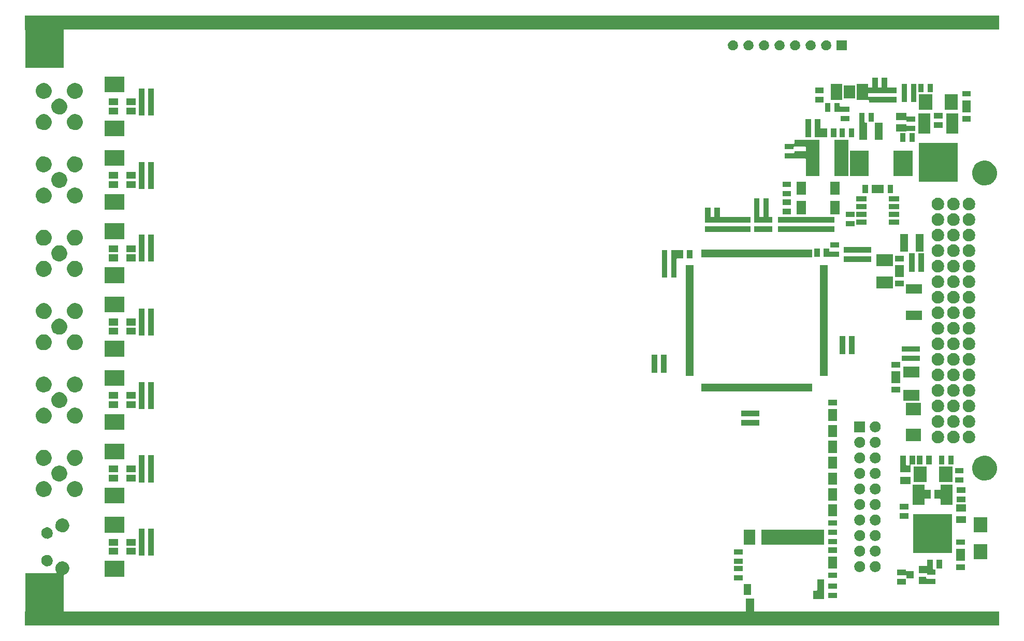
<source format=gts>
G04 (created by PCBNEW (2013-07-07 BZR 4022)-stable) date 18.10.2013 17:48:37*
%MOIN*%
G04 Gerber Fmt 3.4, Leading zero omitted, Abs format*
%FSLAX34Y34*%
G01*
G70*
G90*
G04 APERTURE LIST*
%ADD10C,0.00590551*%
G04 APERTURE END LIST*
G54D10*
G36*
X21557Y-24539D02*
X21556Y-24647D01*
X21532Y-24752D01*
X21494Y-24838D01*
X21431Y-24926D01*
X21364Y-24991D01*
X21272Y-25049D01*
X21185Y-25083D01*
X21079Y-25101D01*
X20985Y-25099D01*
X20879Y-25076D01*
X20794Y-25039D01*
X20705Y-24977D01*
X20640Y-24910D01*
X20581Y-24819D01*
X20547Y-24732D01*
X20528Y-24625D01*
X20529Y-24533D01*
X20552Y-24426D01*
X20588Y-24341D01*
X20650Y-24251D01*
X20716Y-24186D01*
X20807Y-24126D01*
X20893Y-24092D01*
X21000Y-24071D01*
X21092Y-24072D01*
X21200Y-24094D01*
X21284Y-24129D01*
X21376Y-24191D01*
X21440Y-24256D01*
X21501Y-24348D01*
X21536Y-24432D01*
X21557Y-24539D01*
X21557Y-24539D01*
G37*
G36*
X21557Y-26547D02*
X21556Y-26655D01*
X21532Y-26760D01*
X21494Y-26846D01*
X21431Y-26934D01*
X21364Y-26999D01*
X21272Y-27057D01*
X21185Y-27091D01*
X21079Y-27109D01*
X20985Y-27107D01*
X20879Y-27084D01*
X20794Y-27047D01*
X20705Y-26985D01*
X20640Y-26918D01*
X20581Y-26827D01*
X20547Y-26740D01*
X20528Y-26633D01*
X20529Y-26541D01*
X20552Y-26434D01*
X20588Y-26349D01*
X20650Y-26259D01*
X20716Y-26194D01*
X20807Y-26134D01*
X20893Y-26100D01*
X21000Y-26079D01*
X21092Y-26080D01*
X21200Y-26102D01*
X21284Y-26137D01*
X21376Y-26199D01*
X21440Y-26264D01*
X21501Y-26356D01*
X21536Y-26440D01*
X21557Y-26547D01*
X21557Y-26547D01*
G37*
G36*
X21557Y-29264D02*
X21556Y-29372D01*
X21532Y-29477D01*
X21494Y-29563D01*
X21431Y-29651D01*
X21364Y-29715D01*
X21272Y-29773D01*
X21185Y-29807D01*
X21079Y-29826D01*
X20985Y-29824D01*
X20879Y-29801D01*
X20794Y-29763D01*
X20705Y-29701D01*
X20640Y-29634D01*
X20581Y-29543D01*
X20547Y-29457D01*
X20528Y-29350D01*
X20529Y-29257D01*
X20552Y-29150D01*
X20588Y-29065D01*
X20650Y-28975D01*
X20716Y-28911D01*
X20807Y-28851D01*
X20893Y-28816D01*
X21000Y-28796D01*
X21092Y-28796D01*
X21200Y-28818D01*
X21284Y-28854D01*
X21376Y-28915D01*
X21440Y-28980D01*
X21501Y-29072D01*
X21536Y-29157D01*
X21557Y-29264D01*
X21557Y-29264D01*
G37*
G36*
X21557Y-31272D02*
X21556Y-31380D01*
X21532Y-31485D01*
X21494Y-31571D01*
X21431Y-31659D01*
X21364Y-31723D01*
X21272Y-31781D01*
X21185Y-31815D01*
X21079Y-31834D01*
X20985Y-31832D01*
X20879Y-31809D01*
X20794Y-31771D01*
X20705Y-31709D01*
X20640Y-31642D01*
X20581Y-31551D01*
X20547Y-31465D01*
X20528Y-31358D01*
X20529Y-31265D01*
X20552Y-31158D01*
X20588Y-31073D01*
X20650Y-30983D01*
X20716Y-30919D01*
X20807Y-30859D01*
X20893Y-30824D01*
X21000Y-30804D01*
X21092Y-30804D01*
X21200Y-30826D01*
X21284Y-30862D01*
X21376Y-30923D01*
X21440Y-30988D01*
X21501Y-31080D01*
X21536Y-31165D01*
X21557Y-31272D01*
X21557Y-31272D01*
G37*
G36*
X21557Y-33988D02*
X21556Y-34096D01*
X21532Y-34201D01*
X21494Y-34287D01*
X21431Y-34375D01*
X21364Y-34440D01*
X21272Y-34498D01*
X21185Y-34531D01*
X21079Y-34550D01*
X20985Y-34548D01*
X20879Y-34525D01*
X20794Y-34488D01*
X20705Y-34426D01*
X20640Y-34359D01*
X20581Y-34267D01*
X20547Y-34181D01*
X20528Y-34074D01*
X20529Y-33981D01*
X20552Y-33875D01*
X20588Y-33790D01*
X20650Y-33699D01*
X20716Y-33635D01*
X20807Y-33575D01*
X20893Y-33541D01*
X21000Y-33520D01*
X21092Y-33521D01*
X21200Y-33543D01*
X21284Y-33578D01*
X21376Y-33640D01*
X21440Y-33705D01*
X21501Y-33797D01*
X21536Y-33881D01*
X21557Y-33988D01*
X21557Y-33988D01*
G37*
G36*
X21557Y-35996D02*
X21556Y-36104D01*
X21532Y-36209D01*
X21494Y-36295D01*
X21431Y-36383D01*
X21364Y-36448D01*
X21272Y-36506D01*
X21185Y-36539D01*
X21079Y-36558D01*
X20985Y-36556D01*
X20879Y-36533D01*
X20794Y-36496D01*
X20705Y-36434D01*
X20640Y-36367D01*
X20581Y-36275D01*
X20547Y-36189D01*
X20528Y-36082D01*
X20529Y-35989D01*
X20552Y-35883D01*
X20588Y-35798D01*
X20650Y-35707D01*
X20716Y-35643D01*
X20807Y-35583D01*
X20893Y-35549D01*
X21000Y-35528D01*
X21092Y-35529D01*
X21200Y-35551D01*
X21284Y-35586D01*
X21376Y-35648D01*
X21440Y-35713D01*
X21501Y-35805D01*
X21536Y-35889D01*
X21557Y-35996D01*
X21557Y-35996D01*
G37*
G36*
X21557Y-38712D02*
X21556Y-38821D01*
X21532Y-38926D01*
X21494Y-39011D01*
X21431Y-39100D01*
X21364Y-39164D01*
X21272Y-39222D01*
X21185Y-39256D01*
X21079Y-39275D01*
X20985Y-39273D01*
X20879Y-39249D01*
X20794Y-39212D01*
X20705Y-39150D01*
X20640Y-39083D01*
X20581Y-38992D01*
X20547Y-38906D01*
X20528Y-38798D01*
X20529Y-38706D01*
X20552Y-38599D01*
X20588Y-38514D01*
X20650Y-38424D01*
X20716Y-38359D01*
X20807Y-38299D01*
X20893Y-38265D01*
X21000Y-38244D01*
X21092Y-38245D01*
X21200Y-38267D01*
X21284Y-38303D01*
X21376Y-38364D01*
X21440Y-38429D01*
X21501Y-38521D01*
X21536Y-38605D01*
X21557Y-38712D01*
X21557Y-38712D01*
G37*
G36*
X21557Y-40720D02*
X21556Y-40829D01*
X21532Y-40934D01*
X21494Y-41019D01*
X21431Y-41108D01*
X21364Y-41172D01*
X21272Y-41230D01*
X21185Y-41264D01*
X21079Y-41283D01*
X20985Y-41281D01*
X20879Y-41257D01*
X20794Y-41220D01*
X20705Y-41158D01*
X20640Y-41091D01*
X20581Y-41000D01*
X20547Y-40914D01*
X20528Y-40806D01*
X20529Y-40714D01*
X20552Y-40607D01*
X20588Y-40522D01*
X20650Y-40432D01*
X20716Y-40367D01*
X20807Y-40307D01*
X20893Y-40273D01*
X21000Y-40252D01*
X21092Y-40253D01*
X21200Y-40275D01*
X21284Y-40311D01*
X21376Y-40372D01*
X21440Y-40437D01*
X21501Y-40529D01*
X21536Y-40613D01*
X21557Y-40720D01*
X21557Y-40720D01*
G37*
G36*
X21557Y-43437D02*
X21556Y-43545D01*
X21532Y-43650D01*
X21494Y-43736D01*
X21431Y-43824D01*
X21364Y-43888D01*
X21272Y-43946D01*
X21185Y-43980D01*
X21079Y-43999D01*
X20985Y-43997D01*
X20879Y-43974D01*
X20794Y-43937D01*
X20705Y-43874D01*
X20640Y-43808D01*
X20581Y-43716D01*
X20547Y-43630D01*
X20528Y-43523D01*
X20529Y-43430D01*
X20552Y-43323D01*
X20588Y-43239D01*
X20650Y-43148D01*
X20716Y-43084D01*
X20807Y-43024D01*
X20893Y-42989D01*
X21000Y-42969D01*
X21092Y-42969D01*
X21200Y-42992D01*
X21284Y-43027D01*
X21376Y-43089D01*
X21440Y-43154D01*
X21501Y-43245D01*
X21536Y-43330D01*
X21557Y-43437D01*
X21557Y-43437D01*
G37*
G36*
X21557Y-45445D02*
X21556Y-45553D01*
X21532Y-45658D01*
X21494Y-45744D01*
X21431Y-45832D01*
X21364Y-45896D01*
X21272Y-45954D01*
X21185Y-45988D01*
X21079Y-46007D01*
X20985Y-46005D01*
X20879Y-45982D01*
X20794Y-45945D01*
X20705Y-45882D01*
X20640Y-45816D01*
X20581Y-45724D01*
X20547Y-45638D01*
X20528Y-45531D01*
X20529Y-45438D01*
X20552Y-45331D01*
X20588Y-45247D01*
X20650Y-45156D01*
X20716Y-45092D01*
X20807Y-45032D01*
X20893Y-44997D01*
X21000Y-44977D01*
X21092Y-44977D01*
X21200Y-45000D01*
X21284Y-45035D01*
X21376Y-45097D01*
X21440Y-45162D01*
X21501Y-45253D01*
X21536Y-45338D01*
X21557Y-45445D01*
X21557Y-45445D01*
G37*
G36*
X21557Y-48161D02*
X21556Y-48269D01*
X21532Y-48375D01*
X21494Y-48460D01*
X21431Y-48548D01*
X21364Y-48613D01*
X21272Y-48671D01*
X21185Y-48705D01*
X21079Y-48723D01*
X20985Y-48721D01*
X20879Y-48698D01*
X20794Y-48661D01*
X20705Y-48599D01*
X20640Y-48532D01*
X20581Y-48441D01*
X20547Y-48354D01*
X20528Y-48247D01*
X20529Y-48155D01*
X20552Y-48048D01*
X20588Y-47963D01*
X20650Y-47873D01*
X20716Y-47808D01*
X20807Y-47748D01*
X20893Y-47714D01*
X21000Y-47693D01*
X21092Y-47694D01*
X21200Y-47716D01*
X21284Y-47751D01*
X21376Y-47813D01*
X21440Y-47878D01*
X21501Y-47970D01*
X21536Y-48054D01*
X21557Y-48161D01*
X21557Y-48161D01*
G37*
G36*
X21557Y-50169D02*
X21556Y-50277D01*
X21532Y-50383D01*
X21494Y-50468D01*
X21431Y-50556D01*
X21364Y-50621D01*
X21272Y-50679D01*
X21185Y-50713D01*
X21079Y-50731D01*
X20985Y-50729D01*
X20879Y-50706D01*
X20794Y-50669D01*
X20705Y-50607D01*
X20640Y-50540D01*
X20581Y-50449D01*
X20547Y-50362D01*
X20528Y-50255D01*
X20529Y-50163D01*
X20552Y-50056D01*
X20588Y-49971D01*
X20650Y-49881D01*
X20716Y-49816D01*
X20807Y-49756D01*
X20893Y-49722D01*
X21000Y-49701D01*
X21092Y-49702D01*
X21200Y-49724D01*
X21284Y-49759D01*
X21376Y-49821D01*
X21440Y-49886D01*
X21501Y-49978D01*
X21536Y-50062D01*
X21557Y-50169D01*
X21557Y-50169D01*
G37*
G36*
X21626Y-53018D02*
X21625Y-53093D01*
X21608Y-53170D01*
X21581Y-53229D01*
X21536Y-53294D01*
X21489Y-53339D01*
X21422Y-53381D01*
X21362Y-53404D01*
X21284Y-53418D01*
X21220Y-53417D01*
X21142Y-53400D01*
X21083Y-53374D01*
X21018Y-53328D01*
X20973Y-53282D01*
X20930Y-53215D01*
X20906Y-53156D01*
X20892Y-53077D01*
X20893Y-53014D01*
X20909Y-52935D01*
X20934Y-52877D01*
X20980Y-52810D01*
X21025Y-52766D01*
X21093Y-52722D01*
X21151Y-52698D01*
X21230Y-52683D01*
X21293Y-52684D01*
X21373Y-52700D01*
X21431Y-52724D01*
X21498Y-52770D01*
X21542Y-52814D01*
X21587Y-52882D01*
X21611Y-52939D01*
X21626Y-53018D01*
X21626Y-53018D01*
G37*
G36*
X21626Y-54790D02*
X21625Y-54865D01*
X21608Y-54942D01*
X21581Y-55001D01*
X21536Y-55066D01*
X21489Y-55111D01*
X21422Y-55153D01*
X21362Y-55176D01*
X21284Y-55190D01*
X21220Y-55189D01*
X21142Y-55172D01*
X21083Y-55146D01*
X21018Y-55100D01*
X20973Y-55054D01*
X20930Y-54987D01*
X20906Y-54928D01*
X20892Y-54849D01*
X20893Y-54786D01*
X20909Y-54707D01*
X20934Y-54649D01*
X20980Y-54582D01*
X21025Y-54538D01*
X21093Y-54494D01*
X21151Y-54470D01*
X21230Y-54455D01*
X21293Y-54456D01*
X21373Y-54472D01*
X21431Y-54496D01*
X21498Y-54542D01*
X21542Y-54586D01*
X21587Y-54654D01*
X21611Y-54711D01*
X21626Y-54790D01*
X21626Y-54790D01*
G37*
G36*
X22561Y-25543D02*
X22560Y-25651D01*
X22536Y-25756D01*
X22498Y-25842D01*
X22435Y-25930D01*
X22368Y-25995D01*
X22276Y-26053D01*
X22189Y-26087D01*
X22083Y-26105D01*
X21989Y-26103D01*
X21883Y-26080D01*
X21798Y-26043D01*
X21709Y-25981D01*
X21644Y-25914D01*
X21585Y-25823D01*
X21551Y-25736D01*
X21532Y-25629D01*
X21533Y-25537D01*
X21556Y-25430D01*
X21592Y-25345D01*
X21654Y-25255D01*
X21720Y-25190D01*
X21811Y-25130D01*
X21897Y-25096D01*
X22004Y-25075D01*
X22096Y-25076D01*
X22204Y-25098D01*
X22288Y-25133D01*
X22380Y-25195D01*
X22444Y-25260D01*
X22505Y-25352D01*
X22540Y-25436D01*
X22561Y-25543D01*
X22561Y-25543D01*
G37*
G36*
X22561Y-30268D02*
X22560Y-30376D01*
X22536Y-30481D01*
X22498Y-30567D01*
X22435Y-30655D01*
X22368Y-30719D01*
X22276Y-30777D01*
X22189Y-30811D01*
X22083Y-30830D01*
X21989Y-30828D01*
X21883Y-30805D01*
X21798Y-30767D01*
X21709Y-30705D01*
X21644Y-30638D01*
X21585Y-30547D01*
X21551Y-30461D01*
X21532Y-30354D01*
X21533Y-30261D01*
X21556Y-30154D01*
X21592Y-30069D01*
X21654Y-29979D01*
X21720Y-29915D01*
X21811Y-29855D01*
X21897Y-29820D01*
X22004Y-29800D01*
X22096Y-29800D01*
X22204Y-29822D01*
X22288Y-29858D01*
X22380Y-29919D01*
X22444Y-29984D01*
X22505Y-30076D01*
X22540Y-30161D01*
X22561Y-30268D01*
X22561Y-30268D01*
G37*
G36*
X22561Y-34992D02*
X22560Y-35100D01*
X22536Y-35205D01*
X22498Y-35291D01*
X22435Y-35379D01*
X22368Y-35444D01*
X22276Y-35502D01*
X22189Y-35535D01*
X22083Y-35554D01*
X21989Y-35552D01*
X21883Y-35529D01*
X21798Y-35492D01*
X21709Y-35430D01*
X21644Y-35363D01*
X21585Y-35271D01*
X21551Y-35185D01*
X21532Y-35078D01*
X21533Y-34985D01*
X21556Y-34879D01*
X21592Y-34794D01*
X21654Y-34703D01*
X21720Y-34639D01*
X21811Y-34579D01*
X21897Y-34545D01*
X22004Y-34524D01*
X22096Y-34525D01*
X22204Y-34547D01*
X22288Y-34582D01*
X22380Y-34644D01*
X22444Y-34709D01*
X22505Y-34801D01*
X22540Y-34885D01*
X22561Y-34992D01*
X22561Y-34992D01*
G37*
G36*
X22561Y-39716D02*
X22560Y-39825D01*
X22536Y-39930D01*
X22498Y-40015D01*
X22435Y-40104D01*
X22368Y-40168D01*
X22276Y-40226D01*
X22189Y-40260D01*
X22083Y-40279D01*
X21989Y-40277D01*
X21883Y-40253D01*
X21798Y-40216D01*
X21709Y-40154D01*
X21644Y-40087D01*
X21585Y-39996D01*
X21551Y-39910D01*
X21532Y-39802D01*
X21533Y-39710D01*
X21556Y-39603D01*
X21592Y-39518D01*
X21654Y-39428D01*
X21720Y-39363D01*
X21811Y-39303D01*
X21897Y-39269D01*
X22004Y-39248D01*
X22096Y-39249D01*
X22204Y-39271D01*
X22288Y-39307D01*
X22380Y-39368D01*
X22444Y-39433D01*
X22505Y-39525D01*
X22540Y-39609D01*
X22561Y-39716D01*
X22561Y-39716D01*
G37*
G36*
X22561Y-44441D02*
X22560Y-44549D01*
X22536Y-44654D01*
X22498Y-44740D01*
X22435Y-44828D01*
X22368Y-44892D01*
X22276Y-44950D01*
X22189Y-44984D01*
X22083Y-45003D01*
X21989Y-45001D01*
X21883Y-44978D01*
X21798Y-44941D01*
X21709Y-44878D01*
X21644Y-44812D01*
X21585Y-44720D01*
X21551Y-44634D01*
X21532Y-44527D01*
X21533Y-44434D01*
X21556Y-44327D01*
X21592Y-44243D01*
X21654Y-44152D01*
X21720Y-44088D01*
X21811Y-44028D01*
X21897Y-43993D01*
X22004Y-43973D01*
X22096Y-43973D01*
X22204Y-43996D01*
X22288Y-44031D01*
X22380Y-44093D01*
X22444Y-44158D01*
X22505Y-44249D01*
X22540Y-44334D01*
X22561Y-44441D01*
X22561Y-44441D01*
G37*
G36*
X22561Y-49165D02*
X22560Y-49273D01*
X22536Y-49379D01*
X22498Y-49464D01*
X22435Y-49552D01*
X22368Y-49617D01*
X22276Y-49675D01*
X22189Y-49709D01*
X22083Y-49727D01*
X21989Y-49725D01*
X21883Y-49702D01*
X21798Y-49665D01*
X21709Y-49603D01*
X21644Y-49536D01*
X21585Y-49445D01*
X21551Y-49358D01*
X21532Y-49251D01*
X21533Y-49159D01*
X21556Y-49052D01*
X21592Y-48967D01*
X21654Y-48877D01*
X21720Y-48812D01*
X21811Y-48752D01*
X21897Y-48718D01*
X22004Y-48697D01*
X22096Y-48698D01*
X22204Y-48720D01*
X22288Y-48755D01*
X22380Y-48817D01*
X22444Y-48882D01*
X22505Y-48974D01*
X22540Y-49058D01*
X22561Y-49165D01*
X22561Y-49165D01*
G37*
G36*
X22685Y-52518D02*
X22683Y-52611D01*
X22663Y-52703D01*
X22630Y-52776D01*
X22575Y-52853D01*
X22518Y-52909D01*
X22438Y-52959D01*
X22363Y-52988D01*
X22270Y-53005D01*
X22190Y-53003D01*
X22097Y-52983D01*
X22025Y-52951D01*
X21946Y-52897D01*
X21891Y-52839D01*
X21840Y-52759D01*
X21811Y-52686D01*
X21793Y-52592D01*
X21794Y-52513D01*
X21814Y-52419D01*
X21845Y-52347D01*
X21900Y-52268D01*
X21956Y-52213D01*
X22036Y-52160D01*
X22109Y-52131D01*
X22203Y-52113D01*
X22282Y-52113D01*
X22376Y-52133D01*
X22448Y-52163D01*
X22528Y-52217D01*
X22583Y-52272D01*
X22637Y-52353D01*
X22666Y-52425D01*
X22685Y-52518D01*
X22685Y-52518D01*
G37*
G36*
X23565Y-24539D02*
X23564Y-24647D01*
X23540Y-24752D01*
X23502Y-24838D01*
X23439Y-24926D01*
X23372Y-24991D01*
X23280Y-25049D01*
X23193Y-25083D01*
X23087Y-25101D01*
X22993Y-25099D01*
X22887Y-25076D01*
X22802Y-25039D01*
X22713Y-24977D01*
X22648Y-24910D01*
X22589Y-24819D01*
X22555Y-24732D01*
X22536Y-24625D01*
X22537Y-24533D01*
X22560Y-24426D01*
X22596Y-24341D01*
X22658Y-24251D01*
X22724Y-24186D01*
X22815Y-24126D01*
X22901Y-24092D01*
X23008Y-24071D01*
X23100Y-24072D01*
X23208Y-24094D01*
X23292Y-24129D01*
X23384Y-24191D01*
X23448Y-24256D01*
X23509Y-24348D01*
X23544Y-24432D01*
X23565Y-24539D01*
X23565Y-24539D01*
G37*
G36*
X23565Y-26547D02*
X23564Y-26655D01*
X23540Y-26760D01*
X23502Y-26846D01*
X23439Y-26934D01*
X23372Y-26999D01*
X23280Y-27057D01*
X23193Y-27091D01*
X23087Y-27109D01*
X22993Y-27107D01*
X22887Y-27084D01*
X22802Y-27047D01*
X22713Y-26985D01*
X22648Y-26918D01*
X22589Y-26827D01*
X22555Y-26740D01*
X22536Y-26633D01*
X22537Y-26541D01*
X22560Y-26434D01*
X22596Y-26349D01*
X22658Y-26259D01*
X22724Y-26194D01*
X22815Y-26134D01*
X22901Y-26100D01*
X23008Y-26079D01*
X23100Y-26080D01*
X23208Y-26102D01*
X23292Y-26137D01*
X23384Y-26199D01*
X23448Y-26264D01*
X23509Y-26356D01*
X23544Y-26440D01*
X23565Y-26547D01*
X23565Y-26547D01*
G37*
G36*
X23565Y-29264D02*
X23564Y-29372D01*
X23540Y-29477D01*
X23502Y-29563D01*
X23439Y-29651D01*
X23372Y-29715D01*
X23280Y-29773D01*
X23193Y-29807D01*
X23087Y-29826D01*
X22993Y-29824D01*
X22887Y-29801D01*
X22802Y-29763D01*
X22713Y-29701D01*
X22648Y-29634D01*
X22589Y-29543D01*
X22555Y-29457D01*
X22536Y-29350D01*
X22537Y-29257D01*
X22560Y-29150D01*
X22596Y-29065D01*
X22658Y-28975D01*
X22724Y-28911D01*
X22815Y-28851D01*
X22901Y-28816D01*
X23008Y-28796D01*
X23100Y-28796D01*
X23208Y-28818D01*
X23292Y-28854D01*
X23384Y-28915D01*
X23448Y-28980D01*
X23509Y-29072D01*
X23544Y-29157D01*
X23565Y-29264D01*
X23565Y-29264D01*
G37*
G36*
X23565Y-31272D02*
X23564Y-31380D01*
X23540Y-31485D01*
X23502Y-31571D01*
X23439Y-31659D01*
X23372Y-31723D01*
X23280Y-31781D01*
X23193Y-31815D01*
X23087Y-31834D01*
X22993Y-31832D01*
X22887Y-31809D01*
X22802Y-31771D01*
X22713Y-31709D01*
X22648Y-31642D01*
X22589Y-31551D01*
X22555Y-31465D01*
X22536Y-31358D01*
X22537Y-31265D01*
X22560Y-31158D01*
X22596Y-31073D01*
X22658Y-30983D01*
X22724Y-30919D01*
X22815Y-30859D01*
X22901Y-30824D01*
X23008Y-30804D01*
X23100Y-30804D01*
X23208Y-30826D01*
X23292Y-30862D01*
X23384Y-30923D01*
X23448Y-30988D01*
X23509Y-31080D01*
X23544Y-31165D01*
X23565Y-31272D01*
X23565Y-31272D01*
G37*
G36*
X23565Y-33988D02*
X23564Y-34096D01*
X23540Y-34201D01*
X23502Y-34287D01*
X23439Y-34375D01*
X23372Y-34440D01*
X23280Y-34498D01*
X23193Y-34531D01*
X23087Y-34550D01*
X22993Y-34548D01*
X22887Y-34525D01*
X22802Y-34488D01*
X22713Y-34426D01*
X22648Y-34359D01*
X22589Y-34267D01*
X22555Y-34181D01*
X22536Y-34074D01*
X22537Y-33981D01*
X22560Y-33875D01*
X22596Y-33790D01*
X22658Y-33699D01*
X22724Y-33635D01*
X22815Y-33575D01*
X22901Y-33541D01*
X23008Y-33520D01*
X23100Y-33521D01*
X23208Y-33543D01*
X23292Y-33578D01*
X23384Y-33640D01*
X23448Y-33705D01*
X23509Y-33797D01*
X23544Y-33881D01*
X23565Y-33988D01*
X23565Y-33988D01*
G37*
G36*
X23565Y-35996D02*
X23564Y-36104D01*
X23540Y-36209D01*
X23502Y-36295D01*
X23439Y-36383D01*
X23372Y-36448D01*
X23280Y-36506D01*
X23193Y-36539D01*
X23087Y-36558D01*
X22993Y-36556D01*
X22887Y-36533D01*
X22802Y-36496D01*
X22713Y-36434D01*
X22648Y-36367D01*
X22589Y-36275D01*
X22555Y-36189D01*
X22536Y-36082D01*
X22537Y-35989D01*
X22560Y-35883D01*
X22596Y-35798D01*
X22658Y-35707D01*
X22724Y-35643D01*
X22815Y-35583D01*
X22901Y-35549D01*
X23008Y-35528D01*
X23100Y-35529D01*
X23208Y-35551D01*
X23292Y-35586D01*
X23384Y-35648D01*
X23448Y-35713D01*
X23509Y-35805D01*
X23544Y-35889D01*
X23565Y-35996D01*
X23565Y-35996D01*
G37*
G36*
X23565Y-38712D02*
X23564Y-38821D01*
X23540Y-38926D01*
X23502Y-39011D01*
X23439Y-39100D01*
X23372Y-39164D01*
X23280Y-39222D01*
X23193Y-39256D01*
X23087Y-39275D01*
X22993Y-39273D01*
X22887Y-39249D01*
X22802Y-39212D01*
X22713Y-39150D01*
X22648Y-39083D01*
X22589Y-38992D01*
X22555Y-38906D01*
X22536Y-38798D01*
X22537Y-38706D01*
X22560Y-38599D01*
X22596Y-38514D01*
X22658Y-38424D01*
X22724Y-38359D01*
X22815Y-38299D01*
X22901Y-38265D01*
X23008Y-38244D01*
X23100Y-38245D01*
X23208Y-38267D01*
X23292Y-38303D01*
X23384Y-38364D01*
X23448Y-38429D01*
X23509Y-38521D01*
X23544Y-38605D01*
X23565Y-38712D01*
X23565Y-38712D01*
G37*
G36*
X23565Y-40720D02*
X23564Y-40829D01*
X23540Y-40934D01*
X23502Y-41019D01*
X23439Y-41108D01*
X23372Y-41172D01*
X23280Y-41230D01*
X23193Y-41264D01*
X23087Y-41283D01*
X22993Y-41281D01*
X22887Y-41257D01*
X22802Y-41220D01*
X22713Y-41158D01*
X22648Y-41091D01*
X22589Y-41000D01*
X22555Y-40914D01*
X22536Y-40806D01*
X22537Y-40714D01*
X22560Y-40607D01*
X22596Y-40522D01*
X22658Y-40432D01*
X22724Y-40367D01*
X22815Y-40307D01*
X22901Y-40273D01*
X23008Y-40252D01*
X23100Y-40253D01*
X23208Y-40275D01*
X23292Y-40311D01*
X23384Y-40372D01*
X23448Y-40437D01*
X23509Y-40529D01*
X23544Y-40613D01*
X23565Y-40720D01*
X23565Y-40720D01*
G37*
G36*
X23565Y-43437D02*
X23564Y-43545D01*
X23540Y-43650D01*
X23502Y-43736D01*
X23439Y-43824D01*
X23372Y-43888D01*
X23280Y-43946D01*
X23193Y-43980D01*
X23087Y-43999D01*
X22993Y-43997D01*
X22887Y-43974D01*
X22802Y-43937D01*
X22713Y-43874D01*
X22648Y-43808D01*
X22589Y-43716D01*
X22555Y-43630D01*
X22536Y-43523D01*
X22537Y-43430D01*
X22560Y-43323D01*
X22596Y-43239D01*
X22658Y-43148D01*
X22724Y-43084D01*
X22815Y-43024D01*
X22901Y-42989D01*
X23008Y-42969D01*
X23100Y-42969D01*
X23208Y-42992D01*
X23292Y-43027D01*
X23384Y-43089D01*
X23448Y-43154D01*
X23509Y-43245D01*
X23544Y-43330D01*
X23565Y-43437D01*
X23565Y-43437D01*
G37*
G36*
X23565Y-45445D02*
X23564Y-45553D01*
X23540Y-45658D01*
X23502Y-45744D01*
X23439Y-45832D01*
X23372Y-45896D01*
X23280Y-45954D01*
X23193Y-45988D01*
X23087Y-46007D01*
X22993Y-46005D01*
X22887Y-45982D01*
X22802Y-45945D01*
X22713Y-45882D01*
X22648Y-45816D01*
X22589Y-45724D01*
X22555Y-45638D01*
X22536Y-45531D01*
X22537Y-45438D01*
X22560Y-45331D01*
X22596Y-45247D01*
X22658Y-45156D01*
X22724Y-45092D01*
X22815Y-45032D01*
X22901Y-44997D01*
X23008Y-44977D01*
X23100Y-44977D01*
X23208Y-45000D01*
X23292Y-45035D01*
X23384Y-45097D01*
X23448Y-45162D01*
X23509Y-45253D01*
X23544Y-45338D01*
X23565Y-45445D01*
X23565Y-45445D01*
G37*
G36*
X23565Y-48161D02*
X23564Y-48269D01*
X23540Y-48375D01*
X23502Y-48460D01*
X23439Y-48548D01*
X23372Y-48613D01*
X23280Y-48671D01*
X23193Y-48705D01*
X23087Y-48723D01*
X22993Y-48721D01*
X22887Y-48698D01*
X22802Y-48661D01*
X22713Y-48599D01*
X22648Y-48532D01*
X22589Y-48441D01*
X22555Y-48354D01*
X22536Y-48247D01*
X22537Y-48155D01*
X22560Y-48048D01*
X22596Y-47963D01*
X22658Y-47873D01*
X22724Y-47808D01*
X22815Y-47748D01*
X22901Y-47714D01*
X23008Y-47693D01*
X23100Y-47694D01*
X23208Y-47716D01*
X23292Y-47751D01*
X23384Y-47813D01*
X23448Y-47878D01*
X23509Y-47970D01*
X23544Y-48054D01*
X23565Y-48161D01*
X23565Y-48161D01*
G37*
G36*
X23565Y-50169D02*
X23564Y-50277D01*
X23540Y-50383D01*
X23502Y-50468D01*
X23439Y-50556D01*
X23372Y-50621D01*
X23280Y-50679D01*
X23193Y-50713D01*
X23087Y-50731D01*
X22993Y-50729D01*
X22887Y-50706D01*
X22802Y-50669D01*
X22713Y-50607D01*
X22648Y-50540D01*
X22589Y-50449D01*
X22555Y-50362D01*
X22536Y-50255D01*
X22537Y-50163D01*
X22560Y-50056D01*
X22596Y-49971D01*
X22658Y-49881D01*
X22724Y-49816D01*
X22815Y-49756D01*
X22901Y-49722D01*
X23008Y-49701D01*
X23100Y-49702D01*
X23208Y-49724D01*
X23292Y-49759D01*
X23384Y-49821D01*
X23448Y-49886D01*
X23509Y-49978D01*
X23544Y-50062D01*
X23565Y-50169D01*
X23565Y-50169D01*
G37*
G36*
X25839Y-25515D02*
X25243Y-25515D01*
X25243Y-25075D01*
X25839Y-25075D01*
X25839Y-25515D01*
X25839Y-25515D01*
G37*
G36*
X25839Y-26105D02*
X25243Y-26105D01*
X25243Y-25665D01*
X25839Y-25665D01*
X25839Y-26105D01*
X25839Y-26105D01*
G37*
G36*
X25839Y-30239D02*
X25243Y-30239D01*
X25243Y-29800D01*
X25839Y-29800D01*
X25839Y-30239D01*
X25839Y-30239D01*
G37*
G36*
X25839Y-30829D02*
X25243Y-30829D01*
X25243Y-30390D01*
X25839Y-30390D01*
X25839Y-30829D01*
X25839Y-30829D01*
G37*
G36*
X25839Y-34963D02*
X25243Y-34963D01*
X25243Y-34524D01*
X25839Y-34524D01*
X25839Y-34963D01*
X25839Y-34963D01*
G37*
G36*
X25839Y-35553D02*
X25243Y-35553D01*
X25243Y-35114D01*
X25839Y-35114D01*
X25839Y-35553D01*
X25839Y-35553D01*
G37*
G36*
X25839Y-39688D02*
X25243Y-39688D01*
X25243Y-39249D01*
X25839Y-39249D01*
X25839Y-39688D01*
X25839Y-39688D01*
G37*
G36*
X25839Y-40278D02*
X25243Y-40278D01*
X25243Y-39839D01*
X25839Y-39839D01*
X25839Y-40278D01*
X25839Y-40278D01*
G37*
G36*
X25839Y-44412D02*
X25243Y-44412D01*
X25243Y-43973D01*
X25839Y-43973D01*
X25839Y-44412D01*
X25839Y-44412D01*
G37*
G36*
X25839Y-45002D02*
X25243Y-45002D01*
X25243Y-44563D01*
X25839Y-44563D01*
X25839Y-45002D01*
X25839Y-45002D01*
G37*
G36*
X25839Y-49137D02*
X25243Y-49137D01*
X25243Y-48697D01*
X25839Y-48697D01*
X25839Y-49137D01*
X25839Y-49137D01*
G37*
G36*
X25839Y-49727D02*
X25243Y-49727D01*
X25243Y-49287D01*
X25839Y-49287D01*
X25839Y-49727D01*
X25839Y-49727D01*
G37*
G36*
X25839Y-53861D02*
X25243Y-53861D01*
X25243Y-53422D01*
X25839Y-53422D01*
X25839Y-53861D01*
X25839Y-53861D01*
G37*
G36*
X25839Y-54451D02*
X25243Y-54451D01*
X25243Y-54012D01*
X25839Y-54012D01*
X25839Y-54451D01*
X25839Y-54451D01*
G37*
G36*
X26233Y-24678D02*
X24947Y-24678D01*
X24947Y-23668D01*
X26233Y-23668D01*
X26233Y-24678D01*
X26233Y-24678D01*
G37*
G36*
X26233Y-27512D02*
X24947Y-27512D01*
X24947Y-26502D01*
X26233Y-26502D01*
X26233Y-27512D01*
X26233Y-27512D01*
G37*
G36*
X26233Y-29403D02*
X24947Y-29403D01*
X24947Y-28392D01*
X26233Y-28392D01*
X26233Y-29403D01*
X26233Y-29403D01*
G37*
G36*
X26233Y-32237D02*
X24947Y-32237D01*
X24947Y-31226D01*
X26233Y-31226D01*
X26233Y-32237D01*
X26233Y-32237D01*
G37*
G36*
X26233Y-34127D02*
X24947Y-34127D01*
X24947Y-33117D01*
X26233Y-33117D01*
X26233Y-34127D01*
X26233Y-34127D01*
G37*
G36*
X26233Y-36961D02*
X24947Y-36961D01*
X24947Y-35951D01*
X26233Y-35951D01*
X26233Y-36961D01*
X26233Y-36961D01*
G37*
G36*
X26233Y-38851D02*
X24947Y-38851D01*
X24947Y-37841D01*
X26233Y-37841D01*
X26233Y-38851D01*
X26233Y-38851D01*
G37*
G36*
X26233Y-41685D02*
X24947Y-41685D01*
X24947Y-40675D01*
X26233Y-40675D01*
X26233Y-41685D01*
X26233Y-41685D01*
G37*
G36*
X26233Y-43576D02*
X24947Y-43576D01*
X24947Y-42566D01*
X26233Y-42566D01*
X26233Y-43576D01*
X26233Y-43576D01*
G37*
G36*
X26233Y-46410D02*
X24947Y-46410D01*
X24947Y-45400D01*
X26233Y-45400D01*
X26233Y-46410D01*
X26233Y-46410D01*
G37*
G36*
X26233Y-48300D02*
X24947Y-48300D01*
X24947Y-47290D01*
X26233Y-47290D01*
X26233Y-48300D01*
X26233Y-48300D01*
G37*
G36*
X26233Y-51134D02*
X24947Y-51134D01*
X24947Y-50124D01*
X26233Y-50124D01*
X26233Y-51134D01*
X26233Y-51134D01*
G37*
G36*
X26233Y-53025D02*
X24947Y-53025D01*
X24947Y-52014D01*
X26233Y-52014D01*
X26233Y-53025D01*
X26233Y-53025D01*
G37*
G36*
X26233Y-55859D02*
X24947Y-55859D01*
X24947Y-54848D01*
X26233Y-54848D01*
X26233Y-55859D01*
X26233Y-55859D01*
G37*
G36*
X26961Y-25515D02*
X26365Y-25515D01*
X26365Y-25075D01*
X26961Y-25075D01*
X26961Y-25515D01*
X26961Y-25515D01*
G37*
G36*
X26961Y-26105D02*
X26365Y-26105D01*
X26365Y-25665D01*
X26961Y-25665D01*
X26961Y-26105D01*
X26961Y-26105D01*
G37*
G36*
X26961Y-30239D02*
X26365Y-30239D01*
X26365Y-29800D01*
X26961Y-29800D01*
X26961Y-30239D01*
X26961Y-30239D01*
G37*
G36*
X26961Y-30829D02*
X26365Y-30829D01*
X26365Y-30390D01*
X26961Y-30390D01*
X26961Y-30829D01*
X26961Y-30829D01*
G37*
G36*
X26961Y-34963D02*
X26365Y-34963D01*
X26365Y-34524D01*
X26961Y-34524D01*
X26961Y-34963D01*
X26961Y-34963D01*
G37*
G36*
X26961Y-35553D02*
X26365Y-35553D01*
X26365Y-35114D01*
X26961Y-35114D01*
X26961Y-35553D01*
X26961Y-35553D01*
G37*
G36*
X26961Y-39688D02*
X26365Y-39688D01*
X26365Y-39249D01*
X26961Y-39249D01*
X26961Y-39688D01*
X26961Y-39688D01*
G37*
G36*
X26961Y-40278D02*
X26365Y-40278D01*
X26365Y-39839D01*
X26961Y-39839D01*
X26961Y-40278D01*
X26961Y-40278D01*
G37*
G36*
X26961Y-44412D02*
X26365Y-44412D01*
X26365Y-43973D01*
X26961Y-43973D01*
X26961Y-44412D01*
X26961Y-44412D01*
G37*
G36*
X26961Y-45002D02*
X26365Y-45002D01*
X26365Y-44563D01*
X26961Y-44563D01*
X26961Y-45002D01*
X26961Y-45002D01*
G37*
G36*
X26961Y-49137D02*
X26365Y-49137D01*
X26365Y-48697D01*
X26961Y-48697D01*
X26961Y-49137D01*
X26961Y-49137D01*
G37*
G36*
X26961Y-49727D02*
X26365Y-49727D01*
X26365Y-49287D01*
X26961Y-49287D01*
X26961Y-49727D01*
X26961Y-49727D01*
G37*
G36*
X26961Y-53861D02*
X26365Y-53861D01*
X26365Y-53422D01*
X26961Y-53422D01*
X26961Y-53861D01*
X26961Y-53861D01*
G37*
G36*
X26961Y-54451D02*
X26365Y-54451D01*
X26365Y-54012D01*
X26961Y-54012D01*
X26961Y-54451D01*
X26961Y-54451D01*
G37*
G36*
X27514Y-26162D02*
X27160Y-26162D01*
X27160Y-25630D01*
X27160Y-25611D01*
X27160Y-25570D01*
X27160Y-25550D01*
X27160Y-25039D01*
X27160Y-25020D01*
X27160Y-24979D01*
X27160Y-24960D01*
X27160Y-24427D01*
X27514Y-24427D01*
X27514Y-24960D01*
X27514Y-24979D01*
X27514Y-25020D01*
X27514Y-25039D01*
X27514Y-25550D01*
X27514Y-25570D01*
X27514Y-25611D01*
X27514Y-25630D01*
X27514Y-26162D01*
X27514Y-26162D01*
G37*
G36*
X27514Y-30887D02*
X27160Y-30887D01*
X27160Y-30354D01*
X27160Y-30335D01*
X27160Y-30294D01*
X27160Y-30275D01*
X27160Y-29764D01*
X27160Y-29744D01*
X27160Y-29703D01*
X27160Y-29684D01*
X27160Y-29152D01*
X27514Y-29152D01*
X27514Y-29684D01*
X27514Y-29703D01*
X27514Y-29744D01*
X27514Y-29764D01*
X27514Y-30275D01*
X27514Y-30294D01*
X27514Y-30335D01*
X27514Y-30354D01*
X27514Y-30887D01*
X27514Y-30887D01*
G37*
G36*
X27514Y-34427D02*
X27514Y-34429D01*
X27514Y-34449D01*
X27514Y-34961D01*
X27514Y-34980D01*
X27514Y-35021D01*
X27514Y-35040D01*
X27514Y-35573D01*
X27159Y-35573D01*
X27159Y-35040D01*
X27159Y-35021D01*
X27159Y-34980D01*
X27159Y-34961D01*
X27159Y-34391D01*
X27160Y-34389D01*
X27160Y-34370D01*
X27160Y-33837D01*
X27514Y-33837D01*
X27514Y-34427D01*
X27514Y-34427D01*
G37*
G36*
X27514Y-40336D02*
X27160Y-40336D01*
X27160Y-39803D01*
X27160Y-39784D01*
X27160Y-39743D01*
X27160Y-39724D01*
X27160Y-39212D01*
X27160Y-39193D01*
X27160Y-39152D01*
X27160Y-39133D01*
X27160Y-38600D01*
X27514Y-38600D01*
X27514Y-39133D01*
X27514Y-39152D01*
X27514Y-39193D01*
X27514Y-39212D01*
X27514Y-39724D01*
X27514Y-39743D01*
X27514Y-39784D01*
X27514Y-39803D01*
X27514Y-40336D01*
X27514Y-40336D01*
G37*
G36*
X27514Y-45060D02*
X27160Y-45060D01*
X27160Y-44527D01*
X27160Y-44508D01*
X27160Y-44467D01*
X27160Y-44448D01*
X27160Y-43937D01*
X27160Y-43918D01*
X27160Y-43877D01*
X27160Y-43857D01*
X27160Y-43325D01*
X27514Y-43325D01*
X27514Y-43857D01*
X27514Y-43877D01*
X27514Y-43918D01*
X27514Y-43937D01*
X27514Y-44448D01*
X27514Y-44467D01*
X27514Y-44508D01*
X27514Y-44527D01*
X27514Y-45060D01*
X27514Y-45060D01*
G37*
G36*
X27514Y-49785D02*
X27160Y-49785D01*
X27160Y-49252D01*
X27160Y-49233D01*
X27160Y-49192D01*
X27160Y-49172D01*
X27160Y-48661D01*
X27160Y-48642D01*
X27160Y-48601D01*
X27160Y-48582D01*
X27160Y-48049D01*
X27514Y-48049D01*
X27514Y-48582D01*
X27514Y-48601D01*
X27514Y-48642D01*
X27514Y-48661D01*
X27514Y-49172D01*
X27514Y-49192D01*
X27514Y-49233D01*
X27514Y-49252D01*
X27514Y-49785D01*
X27514Y-49785D01*
G37*
G36*
X27514Y-54509D02*
X27160Y-54509D01*
X27160Y-53976D01*
X27160Y-53957D01*
X27160Y-53916D01*
X27160Y-53897D01*
X27160Y-53386D01*
X27160Y-53366D01*
X27160Y-53325D01*
X27160Y-53306D01*
X27160Y-52774D01*
X27514Y-52774D01*
X27514Y-53306D01*
X27514Y-53325D01*
X27514Y-53366D01*
X27514Y-53386D01*
X27514Y-53897D01*
X27514Y-53916D01*
X27514Y-53957D01*
X27514Y-53976D01*
X27514Y-54509D01*
X27514Y-54509D01*
G37*
G36*
X28114Y-26162D02*
X27760Y-26162D01*
X27760Y-25630D01*
X27760Y-25611D01*
X27760Y-25570D01*
X27760Y-25550D01*
X27760Y-25039D01*
X27760Y-25020D01*
X27760Y-24979D01*
X27760Y-24960D01*
X27760Y-24427D01*
X28114Y-24427D01*
X28114Y-24960D01*
X28114Y-24979D01*
X28114Y-25020D01*
X28114Y-25039D01*
X28114Y-25550D01*
X28114Y-25570D01*
X28114Y-25611D01*
X28114Y-25630D01*
X28114Y-26162D01*
X28114Y-26162D01*
G37*
G36*
X28114Y-30887D02*
X27760Y-30887D01*
X27760Y-30354D01*
X27760Y-30335D01*
X27760Y-30294D01*
X27760Y-30275D01*
X27760Y-29764D01*
X27760Y-29744D01*
X27760Y-29703D01*
X27760Y-29684D01*
X27760Y-29152D01*
X28114Y-29152D01*
X28114Y-29684D01*
X28114Y-29703D01*
X28114Y-29744D01*
X28114Y-29764D01*
X28114Y-30275D01*
X28114Y-30294D01*
X28114Y-30335D01*
X28114Y-30354D01*
X28114Y-30887D01*
X28114Y-30887D01*
G37*
G36*
X28114Y-34427D02*
X28114Y-34429D01*
X28114Y-34449D01*
X28114Y-34961D01*
X28114Y-34980D01*
X28114Y-35021D01*
X28114Y-35040D01*
X28114Y-35573D01*
X27759Y-35573D01*
X27759Y-35040D01*
X27759Y-35021D01*
X27759Y-34980D01*
X27759Y-34961D01*
X27759Y-34391D01*
X27760Y-34389D01*
X27760Y-34370D01*
X27760Y-33837D01*
X28114Y-33837D01*
X28114Y-34427D01*
X28114Y-34427D01*
G37*
G36*
X28114Y-40336D02*
X27760Y-40336D01*
X27760Y-39803D01*
X27760Y-39784D01*
X27760Y-39743D01*
X27760Y-39724D01*
X27760Y-39212D01*
X27760Y-39193D01*
X27760Y-39152D01*
X27760Y-39133D01*
X27760Y-38600D01*
X28114Y-38600D01*
X28114Y-39133D01*
X28114Y-39152D01*
X28114Y-39193D01*
X28114Y-39212D01*
X28114Y-39724D01*
X28114Y-39743D01*
X28114Y-39784D01*
X28114Y-39803D01*
X28114Y-40336D01*
X28114Y-40336D01*
G37*
G36*
X28114Y-45060D02*
X27760Y-45060D01*
X27760Y-44527D01*
X27760Y-44508D01*
X27760Y-44467D01*
X27760Y-44448D01*
X27760Y-43937D01*
X27760Y-43918D01*
X27760Y-43877D01*
X27760Y-43857D01*
X27760Y-43325D01*
X28114Y-43325D01*
X28114Y-43857D01*
X28114Y-43877D01*
X28114Y-43918D01*
X28114Y-43937D01*
X28114Y-44448D01*
X28114Y-44467D01*
X28114Y-44508D01*
X28114Y-44527D01*
X28114Y-45060D01*
X28114Y-45060D01*
G37*
G36*
X28114Y-49785D02*
X27760Y-49785D01*
X27760Y-49252D01*
X27760Y-49233D01*
X27760Y-49192D01*
X27760Y-49172D01*
X27760Y-48661D01*
X27760Y-48642D01*
X27760Y-48601D01*
X27760Y-48582D01*
X27760Y-48049D01*
X28114Y-48049D01*
X28114Y-48582D01*
X28114Y-48601D01*
X28114Y-48642D01*
X28114Y-48661D01*
X28114Y-49172D01*
X28114Y-49192D01*
X28114Y-49233D01*
X28114Y-49252D01*
X28114Y-49785D01*
X28114Y-49785D01*
G37*
G36*
X28114Y-54509D02*
X27760Y-54509D01*
X27760Y-53976D01*
X27760Y-53957D01*
X27760Y-53916D01*
X27760Y-53897D01*
X27760Y-53386D01*
X27760Y-53366D01*
X27760Y-53325D01*
X27760Y-53306D01*
X27760Y-52774D01*
X28114Y-52774D01*
X28114Y-53306D01*
X28114Y-53325D01*
X28114Y-53366D01*
X28114Y-53386D01*
X28114Y-53897D01*
X28114Y-53916D01*
X28114Y-53957D01*
X28114Y-53976D01*
X28114Y-54509D01*
X28114Y-54509D01*
G37*
G36*
X60526Y-42718D02*
X60172Y-42718D01*
X60172Y-42165D01*
X60172Y-42146D01*
X60172Y-42125D01*
X60172Y-42105D01*
X60172Y-41553D01*
X60526Y-41553D01*
X60526Y-42105D01*
X60526Y-42125D01*
X60526Y-42146D01*
X60526Y-42165D01*
X60526Y-42718D01*
X60526Y-42718D01*
G37*
G36*
X61126Y-42718D02*
X60772Y-42718D01*
X60772Y-42165D01*
X60772Y-42146D01*
X60772Y-42125D01*
X60772Y-42105D01*
X60772Y-41553D01*
X61126Y-41553D01*
X61126Y-42105D01*
X61126Y-42125D01*
X61126Y-42146D01*
X61126Y-42165D01*
X61126Y-42718D01*
X61126Y-42718D01*
G37*
G36*
X61176Y-36596D02*
X60822Y-36596D01*
X60822Y-36043D01*
X60822Y-36024D01*
X60822Y-36003D01*
X60822Y-35983D01*
X60822Y-35433D01*
X60822Y-35414D01*
X60822Y-35392D01*
X60822Y-35373D01*
X60822Y-34821D01*
X61176Y-34821D01*
X61176Y-35373D01*
X61176Y-35392D01*
X61176Y-35414D01*
X61176Y-35433D01*
X61176Y-35983D01*
X61176Y-36003D01*
X61176Y-36024D01*
X61176Y-36043D01*
X61176Y-36596D01*
X61176Y-36596D01*
G37*
G36*
X62199Y-35375D02*
X61834Y-35375D01*
X61815Y-35375D01*
X61797Y-35382D01*
X61783Y-35396D01*
X61776Y-35414D01*
X61776Y-35433D01*
X61776Y-35983D01*
X61776Y-36003D01*
X61776Y-36024D01*
X61776Y-36043D01*
X61776Y-36596D01*
X61422Y-36596D01*
X61422Y-36043D01*
X61422Y-36024D01*
X61422Y-36003D01*
X61422Y-35983D01*
X61422Y-35433D01*
X61422Y-35414D01*
X61422Y-35392D01*
X61422Y-35373D01*
X61422Y-34821D01*
X61787Y-34821D01*
X61807Y-34821D01*
X61815Y-34821D01*
X61834Y-34821D01*
X62199Y-34821D01*
X62199Y-35375D01*
X62199Y-35375D01*
G37*
G36*
X62799Y-35375D02*
X62445Y-35375D01*
X62445Y-34821D01*
X62799Y-34821D01*
X62799Y-35375D01*
X62799Y-35375D01*
G37*
G36*
X62847Y-42926D02*
X62349Y-42926D01*
X62349Y-42787D01*
X62349Y-42767D01*
X62349Y-42665D01*
X62349Y-42645D01*
X62349Y-42590D01*
X62349Y-42571D01*
X62349Y-42468D01*
X62349Y-42449D01*
X62349Y-42393D01*
X62349Y-42374D01*
X62349Y-42271D01*
X62349Y-42252D01*
X62349Y-42196D01*
X62349Y-42177D01*
X62349Y-42074D01*
X62349Y-42055D01*
X62349Y-41999D01*
X62349Y-41980D01*
X62349Y-41877D01*
X62349Y-41858D01*
X62349Y-41802D01*
X62349Y-41783D01*
X62349Y-41680D01*
X62349Y-41661D01*
X62349Y-41606D01*
X62349Y-41586D01*
X62349Y-41484D01*
X62349Y-41464D01*
X62349Y-41409D01*
X62349Y-41390D01*
X62349Y-41287D01*
X62349Y-41267D01*
X62349Y-41212D01*
X62349Y-41193D01*
X62349Y-41090D01*
X62349Y-41071D01*
X62349Y-41015D01*
X62349Y-40996D01*
X62349Y-40893D01*
X62349Y-40874D01*
X62349Y-40818D01*
X62349Y-40799D01*
X62349Y-40696D01*
X62349Y-40677D01*
X62349Y-40621D01*
X62349Y-40602D01*
X62349Y-40499D01*
X62349Y-40480D01*
X62349Y-40424D01*
X62349Y-40405D01*
X62349Y-40302D01*
X62349Y-40283D01*
X62349Y-40228D01*
X62349Y-40208D01*
X62349Y-40106D01*
X62349Y-40086D01*
X62349Y-40031D01*
X62349Y-40012D01*
X62349Y-39909D01*
X62349Y-39890D01*
X62349Y-39834D01*
X62349Y-39815D01*
X62349Y-39712D01*
X62349Y-39693D01*
X62349Y-39637D01*
X62349Y-39618D01*
X62349Y-39515D01*
X62349Y-39496D01*
X62349Y-39440D01*
X62349Y-39421D01*
X62349Y-39318D01*
X62349Y-39299D01*
X62349Y-39243D01*
X62349Y-39224D01*
X62349Y-39121D01*
X62349Y-39102D01*
X62349Y-39047D01*
X62349Y-39027D01*
X62349Y-38924D01*
X62349Y-38905D01*
X62349Y-38850D01*
X62349Y-38830D01*
X62349Y-38728D01*
X62349Y-38708D01*
X62349Y-38653D01*
X62349Y-38634D01*
X62349Y-38531D01*
X62349Y-38512D01*
X62349Y-38456D01*
X62349Y-38437D01*
X62349Y-38334D01*
X62349Y-38315D01*
X62349Y-38259D01*
X62349Y-38240D01*
X62349Y-38137D01*
X62349Y-38118D01*
X62349Y-38062D01*
X62349Y-38043D01*
X62349Y-37940D01*
X62349Y-37921D01*
X62349Y-37865D01*
X62349Y-37846D01*
X62349Y-37743D01*
X62349Y-37724D01*
X62349Y-37669D01*
X62349Y-37649D01*
X62349Y-37547D01*
X62349Y-37527D01*
X62349Y-37472D01*
X62349Y-37452D01*
X62349Y-37350D01*
X62349Y-37330D01*
X62349Y-37275D01*
X62349Y-37256D01*
X62349Y-37153D01*
X62349Y-37134D01*
X62349Y-37078D01*
X62349Y-37059D01*
X62349Y-36956D01*
X62349Y-36937D01*
X62349Y-36881D01*
X62349Y-36862D01*
X62349Y-36759D01*
X62349Y-36740D01*
X62349Y-36684D01*
X62349Y-36665D01*
X62349Y-36562D01*
X62349Y-36543D01*
X62349Y-36487D01*
X62349Y-36468D01*
X62349Y-36365D01*
X62349Y-36346D01*
X62349Y-36291D01*
X62349Y-36271D01*
X62349Y-36169D01*
X62349Y-36149D01*
X62349Y-36094D01*
X62349Y-36075D01*
X62349Y-35972D01*
X62349Y-35952D01*
X62349Y-35814D01*
X62847Y-35814D01*
X62847Y-35952D01*
X62847Y-35972D01*
X62847Y-36075D01*
X62847Y-36094D01*
X62847Y-36149D01*
X62847Y-36169D01*
X62847Y-36271D01*
X62847Y-36291D01*
X62847Y-36346D01*
X62847Y-36365D01*
X62847Y-36468D01*
X62847Y-36487D01*
X62847Y-36543D01*
X62847Y-36562D01*
X62847Y-36665D01*
X62847Y-36684D01*
X62847Y-36740D01*
X62847Y-36759D01*
X62847Y-36862D01*
X62847Y-36881D01*
X62847Y-36937D01*
X62847Y-36956D01*
X62847Y-37059D01*
X62847Y-37078D01*
X62847Y-37134D01*
X62847Y-37153D01*
X62847Y-37256D01*
X62847Y-37275D01*
X62847Y-37330D01*
X62847Y-37350D01*
X62847Y-37452D01*
X62847Y-37472D01*
X62847Y-37527D01*
X62847Y-37547D01*
X62847Y-37649D01*
X62847Y-37669D01*
X62847Y-37724D01*
X62847Y-37743D01*
X62847Y-37846D01*
X62847Y-37865D01*
X62847Y-37921D01*
X62847Y-37940D01*
X62847Y-38043D01*
X62847Y-38062D01*
X62847Y-38118D01*
X62847Y-38137D01*
X62847Y-38240D01*
X62847Y-38259D01*
X62847Y-38315D01*
X62847Y-38334D01*
X62847Y-38437D01*
X62847Y-38456D01*
X62847Y-38512D01*
X62847Y-38531D01*
X62847Y-38634D01*
X62847Y-38653D01*
X62847Y-38708D01*
X62847Y-38728D01*
X62847Y-38830D01*
X62847Y-38850D01*
X62847Y-38905D01*
X62847Y-38924D01*
X62847Y-39027D01*
X62847Y-39047D01*
X62847Y-39102D01*
X62847Y-39121D01*
X62847Y-39224D01*
X62847Y-39243D01*
X62847Y-39299D01*
X62847Y-39318D01*
X62847Y-39421D01*
X62847Y-39440D01*
X62847Y-39496D01*
X62847Y-39515D01*
X62847Y-39618D01*
X62847Y-39637D01*
X62847Y-39693D01*
X62847Y-39712D01*
X62847Y-39815D01*
X62847Y-39834D01*
X62847Y-39890D01*
X62847Y-39909D01*
X62847Y-40012D01*
X62847Y-40031D01*
X62847Y-40086D01*
X62847Y-40106D01*
X62847Y-40208D01*
X62847Y-40228D01*
X62847Y-40283D01*
X62847Y-40302D01*
X62847Y-40405D01*
X62847Y-40424D01*
X62847Y-40480D01*
X62847Y-40499D01*
X62847Y-40602D01*
X62847Y-40621D01*
X62847Y-40677D01*
X62847Y-40696D01*
X62847Y-40799D01*
X62847Y-40818D01*
X62847Y-40874D01*
X62847Y-40893D01*
X62847Y-40996D01*
X62847Y-41015D01*
X62847Y-41071D01*
X62847Y-41090D01*
X62847Y-41193D01*
X62847Y-41212D01*
X62847Y-41267D01*
X62847Y-41287D01*
X62847Y-41390D01*
X62847Y-41409D01*
X62847Y-41464D01*
X62847Y-41484D01*
X62847Y-41586D01*
X62847Y-41606D01*
X62847Y-41661D01*
X62847Y-41680D01*
X62847Y-41783D01*
X62847Y-41802D01*
X62847Y-41858D01*
X62847Y-41877D01*
X62847Y-41980D01*
X62847Y-41999D01*
X62847Y-42055D01*
X62847Y-42074D01*
X62847Y-42177D01*
X62847Y-42196D01*
X62847Y-42252D01*
X62847Y-42271D01*
X62847Y-42374D01*
X62847Y-42393D01*
X62847Y-42449D01*
X62847Y-42468D01*
X62847Y-42571D01*
X62847Y-42590D01*
X62847Y-42645D01*
X62847Y-42665D01*
X62847Y-42767D01*
X62847Y-42787D01*
X62847Y-42926D01*
X62847Y-42926D01*
G37*
G36*
X65724Y-21625D02*
X65723Y-21691D01*
X65707Y-21760D01*
X65684Y-21812D01*
X65643Y-21870D01*
X65602Y-21909D01*
X65542Y-21948D01*
X65489Y-21968D01*
X65419Y-21981D01*
X65362Y-21979D01*
X65292Y-21964D01*
X65240Y-21941D01*
X65181Y-21900D01*
X65142Y-21860D01*
X65103Y-21799D01*
X65083Y-21747D01*
X65070Y-21676D01*
X65071Y-21621D01*
X65086Y-21550D01*
X65108Y-21499D01*
X65149Y-21439D01*
X65188Y-21400D01*
X65249Y-21360D01*
X65300Y-21339D01*
X65372Y-21326D01*
X65427Y-21326D01*
X65499Y-21341D01*
X65549Y-21362D01*
X65610Y-21403D01*
X65649Y-21442D01*
X65689Y-21503D01*
X65710Y-21554D01*
X65724Y-21625D01*
X65724Y-21625D01*
G37*
G36*
X66025Y-54444D02*
X65470Y-54444D01*
X65470Y-54089D01*
X66025Y-54089D01*
X66025Y-54444D01*
X66025Y-54444D01*
G37*
G36*
X66025Y-55044D02*
X65470Y-55044D01*
X65470Y-54689D01*
X66025Y-54689D01*
X66025Y-55044D01*
X66025Y-55044D01*
G37*
G36*
X66025Y-55507D02*
X65470Y-55507D01*
X65470Y-55152D01*
X66025Y-55152D01*
X66025Y-55507D01*
X66025Y-55507D01*
G37*
G36*
X66025Y-56107D02*
X65470Y-56107D01*
X65470Y-55752D01*
X66025Y-55752D01*
X66025Y-56107D01*
X66025Y-56107D01*
G37*
G36*
X66517Y-33066D02*
X66043Y-33066D01*
X66024Y-33066D01*
X65924Y-33066D01*
X65905Y-33066D01*
X65433Y-33066D01*
X65414Y-33066D01*
X65392Y-33066D01*
X65373Y-33066D01*
X64823Y-33066D01*
X64803Y-33066D01*
X64782Y-33066D01*
X64763Y-33066D01*
X64212Y-33066D01*
X64193Y-33066D01*
X64172Y-33066D01*
X64153Y-33066D01*
X63600Y-33066D01*
X63600Y-32716D01*
X63600Y-32697D01*
X63597Y-32690D01*
X63597Y-32104D01*
X63951Y-32104D01*
X63951Y-32653D01*
X63951Y-32673D01*
X63959Y-32690D01*
X63972Y-32704D01*
X63990Y-32711D01*
X64009Y-32711D01*
X64139Y-32711D01*
X64159Y-32711D01*
X64176Y-32704D01*
X64190Y-32690D01*
X64197Y-32673D01*
X64197Y-32653D01*
X64197Y-32104D01*
X64551Y-32104D01*
X64551Y-32653D01*
X64551Y-32673D01*
X64559Y-32690D01*
X64572Y-32704D01*
X64590Y-32711D01*
X64609Y-32711D01*
X64763Y-32711D01*
X64782Y-32711D01*
X64803Y-32711D01*
X64823Y-32711D01*
X65373Y-32711D01*
X65392Y-32711D01*
X65414Y-32711D01*
X65433Y-32711D01*
X65905Y-32711D01*
X65924Y-32711D01*
X66024Y-32711D01*
X66043Y-32711D01*
X66517Y-32711D01*
X66517Y-33066D01*
X66517Y-33066D01*
G37*
G36*
X66517Y-33666D02*
X66043Y-33666D01*
X66024Y-33666D01*
X65924Y-33666D01*
X65905Y-33666D01*
X65433Y-33666D01*
X65414Y-33666D01*
X65392Y-33666D01*
X65373Y-33666D01*
X64823Y-33666D01*
X64803Y-33666D01*
X64782Y-33666D01*
X64763Y-33666D01*
X64212Y-33666D01*
X64193Y-33666D01*
X64172Y-33666D01*
X64153Y-33666D01*
X63600Y-33666D01*
X63600Y-33311D01*
X64153Y-33311D01*
X64172Y-33311D01*
X64193Y-33311D01*
X64212Y-33311D01*
X64763Y-33311D01*
X64782Y-33311D01*
X64803Y-33311D01*
X64823Y-33311D01*
X65373Y-33311D01*
X65392Y-33311D01*
X65414Y-33311D01*
X65433Y-33311D01*
X65905Y-33311D01*
X65924Y-33311D01*
X66024Y-33311D01*
X66043Y-33311D01*
X66517Y-33311D01*
X66517Y-33666D01*
X66517Y-33666D01*
G37*
G36*
X66567Y-57040D02*
X66109Y-57040D01*
X66109Y-56345D01*
X66567Y-56345D01*
X66567Y-57040D01*
X66567Y-57040D01*
G37*
G36*
X66724Y-21625D02*
X66723Y-21691D01*
X66707Y-21760D01*
X66684Y-21812D01*
X66643Y-21870D01*
X66602Y-21909D01*
X66542Y-21948D01*
X66489Y-21968D01*
X66419Y-21981D01*
X66362Y-21979D01*
X66292Y-21964D01*
X66240Y-21941D01*
X66181Y-21900D01*
X66142Y-21860D01*
X66103Y-21799D01*
X66083Y-21747D01*
X66070Y-21676D01*
X66071Y-21621D01*
X66086Y-21550D01*
X66108Y-21499D01*
X66149Y-21439D01*
X66188Y-21400D01*
X66249Y-21360D01*
X66300Y-21339D01*
X66372Y-21326D01*
X66427Y-21326D01*
X66499Y-21341D01*
X66549Y-21362D01*
X66610Y-21403D01*
X66649Y-21442D01*
X66689Y-21503D01*
X66710Y-21554D01*
X66724Y-21625D01*
X66724Y-21625D01*
G37*
G36*
X66843Y-53792D02*
X66109Y-53792D01*
X66109Y-52822D01*
X66843Y-52822D01*
X66843Y-53792D01*
X66843Y-53792D01*
G37*
G36*
X67107Y-45526D02*
X66555Y-45526D01*
X66536Y-45526D01*
X66514Y-45526D01*
X66495Y-45526D01*
X65943Y-45526D01*
X65943Y-45172D01*
X66495Y-45172D01*
X66514Y-45172D01*
X66536Y-45172D01*
X66555Y-45172D01*
X67107Y-45172D01*
X67107Y-45526D01*
X67107Y-45526D01*
G37*
G36*
X67107Y-46126D02*
X66555Y-46126D01*
X66536Y-46126D01*
X66514Y-46126D01*
X66495Y-46126D01*
X65943Y-46126D01*
X65943Y-45772D01*
X66495Y-45772D01*
X66514Y-45772D01*
X66536Y-45772D01*
X66555Y-45772D01*
X67107Y-45772D01*
X67107Y-46126D01*
X67107Y-46126D01*
G37*
G36*
X67724Y-21625D02*
X67723Y-21691D01*
X67707Y-21760D01*
X67684Y-21812D01*
X67643Y-21870D01*
X67602Y-21909D01*
X67542Y-21948D01*
X67489Y-21968D01*
X67419Y-21981D01*
X67362Y-21979D01*
X67292Y-21964D01*
X67240Y-21941D01*
X67181Y-21900D01*
X67142Y-21860D01*
X67103Y-21799D01*
X67083Y-21747D01*
X67070Y-21676D01*
X67071Y-21621D01*
X67086Y-21550D01*
X67108Y-21499D01*
X67149Y-21439D01*
X67188Y-21400D01*
X67249Y-21360D01*
X67300Y-21339D01*
X67372Y-21326D01*
X67427Y-21326D01*
X67499Y-21341D01*
X67549Y-21362D01*
X67610Y-21403D01*
X67649Y-21442D01*
X67689Y-21503D01*
X67710Y-21554D01*
X67724Y-21625D01*
X67724Y-21625D01*
G37*
G36*
X67914Y-33066D02*
X67362Y-33066D01*
X67343Y-33066D01*
X67322Y-33066D01*
X67302Y-33066D01*
X66750Y-33066D01*
X66750Y-32716D01*
X66750Y-32697D01*
X66747Y-32690D01*
X66747Y-32106D01*
X66747Y-32087D01*
X66747Y-32066D01*
X66747Y-32046D01*
X66747Y-31494D01*
X67101Y-31494D01*
X67101Y-32046D01*
X67101Y-32066D01*
X67101Y-32087D01*
X67101Y-32106D01*
X67101Y-32653D01*
X67101Y-32673D01*
X67108Y-32690D01*
X67122Y-32704D01*
X67140Y-32711D01*
X67159Y-32711D01*
X67289Y-32711D01*
X67308Y-32711D01*
X67326Y-32704D01*
X67339Y-32690D01*
X67347Y-32673D01*
X67347Y-32653D01*
X67347Y-32106D01*
X67347Y-32087D01*
X67347Y-32066D01*
X67347Y-32046D01*
X67347Y-31494D01*
X67701Y-31494D01*
X67701Y-32046D01*
X67701Y-32066D01*
X67701Y-32087D01*
X67701Y-32106D01*
X67701Y-32653D01*
X67701Y-32673D01*
X67708Y-32690D01*
X67722Y-32704D01*
X67740Y-32711D01*
X67759Y-32711D01*
X67914Y-32711D01*
X67914Y-33066D01*
X67914Y-33066D01*
G37*
G36*
X67914Y-33666D02*
X67362Y-33666D01*
X67343Y-33666D01*
X67322Y-33666D01*
X67302Y-33666D01*
X66750Y-33666D01*
X66750Y-33311D01*
X67302Y-33311D01*
X67322Y-33311D01*
X67343Y-33311D01*
X67362Y-33311D01*
X67914Y-33311D01*
X67914Y-33666D01*
X67914Y-33666D01*
G37*
G36*
X68724Y-21625D02*
X68723Y-21691D01*
X68707Y-21760D01*
X68684Y-21812D01*
X68643Y-21870D01*
X68602Y-21909D01*
X68542Y-21948D01*
X68489Y-21968D01*
X68419Y-21981D01*
X68362Y-21979D01*
X68292Y-21964D01*
X68240Y-21941D01*
X68181Y-21900D01*
X68142Y-21860D01*
X68103Y-21799D01*
X68083Y-21747D01*
X68070Y-21676D01*
X68071Y-21621D01*
X68086Y-21550D01*
X68108Y-21499D01*
X68149Y-21439D01*
X68188Y-21400D01*
X68249Y-21360D01*
X68300Y-21339D01*
X68372Y-21326D01*
X68427Y-21326D01*
X68499Y-21341D01*
X68549Y-21362D01*
X68610Y-21403D01*
X68649Y-21442D01*
X68689Y-21503D01*
X68710Y-21554D01*
X68724Y-21625D01*
X68724Y-21625D01*
G37*
G36*
X69135Y-30782D02*
X68581Y-30782D01*
X68581Y-30428D01*
X69135Y-30428D01*
X69135Y-30782D01*
X69135Y-30782D01*
G37*
G36*
X69135Y-31382D02*
X68581Y-31382D01*
X68581Y-31028D01*
X69135Y-31028D01*
X69135Y-31382D01*
X69135Y-31382D01*
G37*
G36*
X69135Y-31924D02*
X68581Y-31924D01*
X68581Y-31570D01*
X69135Y-31570D01*
X69135Y-31924D01*
X69135Y-31924D01*
G37*
G36*
X69135Y-32524D02*
X68581Y-32524D01*
X68581Y-32170D01*
X69135Y-32170D01*
X69135Y-32524D01*
X69135Y-32524D01*
G37*
G36*
X69724Y-21625D02*
X69723Y-21691D01*
X69707Y-21760D01*
X69684Y-21812D01*
X69643Y-21870D01*
X69602Y-21909D01*
X69542Y-21948D01*
X69489Y-21968D01*
X69419Y-21981D01*
X69362Y-21979D01*
X69292Y-21964D01*
X69240Y-21941D01*
X69181Y-21900D01*
X69142Y-21860D01*
X69103Y-21799D01*
X69083Y-21747D01*
X69070Y-21676D01*
X69071Y-21621D01*
X69086Y-21550D01*
X69108Y-21499D01*
X69149Y-21439D01*
X69188Y-21400D01*
X69249Y-21360D01*
X69300Y-21339D01*
X69372Y-21326D01*
X69427Y-21326D01*
X69499Y-21341D01*
X69549Y-21362D01*
X69610Y-21403D01*
X69649Y-21442D01*
X69689Y-21503D01*
X69710Y-21554D01*
X69724Y-21625D01*
X69724Y-21625D01*
G37*
G36*
X70110Y-31272D02*
X69494Y-31272D01*
X69494Y-30420D01*
X70110Y-30420D01*
X70110Y-31272D01*
X70110Y-31272D01*
G37*
G36*
X70110Y-32532D02*
X69494Y-32532D01*
X69494Y-31680D01*
X70110Y-31680D01*
X70110Y-32532D01*
X70110Y-32532D01*
G37*
G36*
X70428Y-27560D02*
X70074Y-27560D01*
X70074Y-27008D01*
X70074Y-26989D01*
X70074Y-26967D01*
X70074Y-26948D01*
X70074Y-26396D01*
X70428Y-26396D01*
X70428Y-26948D01*
X70428Y-26967D01*
X70428Y-26989D01*
X70428Y-27008D01*
X70428Y-27560D01*
X70428Y-27560D01*
G37*
G36*
X70485Y-35288D02*
X70346Y-35288D01*
X70327Y-35288D01*
X70224Y-35288D01*
X70204Y-35288D01*
X70149Y-35288D01*
X70130Y-35288D01*
X70027Y-35288D01*
X70008Y-35288D01*
X69952Y-35288D01*
X69933Y-35288D01*
X69830Y-35288D01*
X69811Y-35288D01*
X69755Y-35288D01*
X69736Y-35288D01*
X69633Y-35288D01*
X69614Y-35288D01*
X69558Y-35288D01*
X69539Y-35288D01*
X69436Y-35288D01*
X69417Y-35288D01*
X69361Y-35288D01*
X69342Y-35288D01*
X69239Y-35288D01*
X69220Y-35288D01*
X69165Y-35288D01*
X69145Y-35288D01*
X69043Y-35288D01*
X69023Y-35288D01*
X68968Y-35288D01*
X68949Y-35288D01*
X68846Y-35288D01*
X68827Y-35288D01*
X68771Y-35288D01*
X68752Y-35288D01*
X68649Y-35288D01*
X68630Y-35288D01*
X68574Y-35288D01*
X68555Y-35288D01*
X68452Y-35288D01*
X68433Y-35288D01*
X68377Y-35288D01*
X68358Y-35288D01*
X68255Y-35288D01*
X68236Y-35288D01*
X68180Y-35288D01*
X68161Y-35288D01*
X68058Y-35288D01*
X68039Y-35288D01*
X67984Y-35288D01*
X67964Y-35288D01*
X67861Y-35288D01*
X67842Y-35288D01*
X67787Y-35288D01*
X67767Y-35288D01*
X67665Y-35288D01*
X67645Y-35288D01*
X67590Y-35288D01*
X67571Y-35288D01*
X67468Y-35288D01*
X67449Y-35288D01*
X67393Y-35288D01*
X67374Y-35288D01*
X67271Y-35288D01*
X67252Y-35288D01*
X67196Y-35288D01*
X67177Y-35288D01*
X67074Y-35288D01*
X67055Y-35288D01*
X66999Y-35288D01*
X66980Y-35288D01*
X66877Y-35288D01*
X66858Y-35288D01*
X66802Y-35288D01*
X66783Y-35288D01*
X66680Y-35288D01*
X66661Y-35288D01*
X66606Y-35288D01*
X66586Y-35288D01*
X66484Y-35288D01*
X66464Y-35288D01*
X66409Y-35288D01*
X66390Y-35288D01*
X66287Y-35288D01*
X66267Y-35288D01*
X66212Y-35288D01*
X66193Y-35288D01*
X66090Y-35288D01*
X66071Y-35288D01*
X66015Y-35288D01*
X65996Y-35288D01*
X65893Y-35288D01*
X65874Y-35288D01*
X65818Y-35288D01*
X65799Y-35288D01*
X65696Y-35288D01*
X65677Y-35288D01*
X65621Y-35288D01*
X65602Y-35288D01*
X65499Y-35288D01*
X65480Y-35288D01*
X65424Y-35288D01*
X65405Y-35288D01*
X65302Y-35288D01*
X65283Y-35288D01*
X65228Y-35288D01*
X65208Y-35288D01*
X65106Y-35288D01*
X65086Y-35288D01*
X65031Y-35288D01*
X65012Y-35288D01*
X64909Y-35288D01*
X64890Y-35288D01*
X64834Y-35288D01*
X64815Y-35288D01*
X64712Y-35288D01*
X64693Y-35288D01*
X64637Y-35288D01*
X64618Y-35288D01*
X64515Y-35288D01*
X64496Y-35288D01*
X64440Y-35288D01*
X64421Y-35288D01*
X64318Y-35288D01*
X64299Y-35288D01*
X64243Y-35288D01*
X64224Y-35288D01*
X64121Y-35288D01*
X64102Y-35288D01*
X64047Y-35288D01*
X64027Y-35288D01*
X63924Y-35288D01*
X63905Y-35288D01*
X63850Y-35288D01*
X63830Y-35288D01*
X63728Y-35288D01*
X63708Y-35288D01*
X63653Y-35288D01*
X63634Y-35288D01*
X63531Y-35288D01*
X63512Y-35288D01*
X63373Y-35288D01*
X63373Y-34790D01*
X63512Y-34790D01*
X63531Y-34790D01*
X63634Y-34790D01*
X63653Y-34790D01*
X63708Y-34790D01*
X63728Y-34790D01*
X63830Y-34790D01*
X63850Y-34790D01*
X63905Y-34790D01*
X63924Y-34790D01*
X64027Y-34790D01*
X64047Y-34790D01*
X64102Y-34790D01*
X64121Y-34790D01*
X64224Y-34790D01*
X64243Y-34790D01*
X64299Y-34790D01*
X64318Y-34790D01*
X64421Y-34790D01*
X64440Y-34790D01*
X64496Y-34790D01*
X64515Y-34790D01*
X64618Y-34790D01*
X64637Y-34790D01*
X64693Y-34790D01*
X64712Y-34790D01*
X64815Y-34790D01*
X64834Y-34790D01*
X64890Y-34790D01*
X64909Y-34790D01*
X65012Y-34790D01*
X65031Y-34790D01*
X65086Y-34790D01*
X65106Y-34790D01*
X65208Y-34790D01*
X65228Y-34790D01*
X65283Y-34790D01*
X65302Y-34790D01*
X65405Y-34790D01*
X65424Y-34790D01*
X65480Y-34790D01*
X65499Y-34790D01*
X65602Y-34790D01*
X65621Y-34790D01*
X65677Y-34790D01*
X65696Y-34790D01*
X65799Y-34790D01*
X65818Y-34790D01*
X65874Y-34790D01*
X65893Y-34790D01*
X65996Y-34790D01*
X66015Y-34790D01*
X66071Y-34790D01*
X66090Y-34790D01*
X66193Y-34790D01*
X66212Y-34790D01*
X66267Y-34790D01*
X66287Y-34790D01*
X66390Y-34790D01*
X66409Y-34790D01*
X66464Y-34790D01*
X66484Y-34790D01*
X66586Y-34790D01*
X66606Y-34790D01*
X66661Y-34790D01*
X66680Y-34790D01*
X66783Y-34790D01*
X66802Y-34790D01*
X66858Y-34790D01*
X66877Y-34790D01*
X66980Y-34790D01*
X66999Y-34790D01*
X67055Y-34790D01*
X67074Y-34790D01*
X67177Y-34790D01*
X67196Y-34790D01*
X67252Y-34790D01*
X67271Y-34790D01*
X67374Y-34790D01*
X67393Y-34790D01*
X67449Y-34790D01*
X67468Y-34790D01*
X67571Y-34790D01*
X67590Y-34790D01*
X67645Y-34790D01*
X67665Y-34790D01*
X67767Y-34790D01*
X67787Y-34790D01*
X67842Y-34790D01*
X67861Y-34790D01*
X67964Y-34790D01*
X67984Y-34790D01*
X68039Y-34790D01*
X68058Y-34790D01*
X68161Y-34790D01*
X68180Y-34790D01*
X68236Y-34790D01*
X68255Y-34790D01*
X68358Y-34790D01*
X68377Y-34790D01*
X68433Y-34790D01*
X68452Y-34790D01*
X68555Y-34790D01*
X68574Y-34790D01*
X68630Y-34790D01*
X68649Y-34790D01*
X68752Y-34790D01*
X68771Y-34790D01*
X68827Y-34790D01*
X68846Y-34790D01*
X68949Y-34790D01*
X68968Y-34790D01*
X69023Y-34790D01*
X69043Y-34790D01*
X69145Y-34790D01*
X69165Y-34790D01*
X69220Y-34790D01*
X69239Y-34790D01*
X69342Y-34790D01*
X69361Y-34790D01*
X69417Y-34790D01*
X69436Y-34790D01*
X69539Y-34790D01*
X69558Y-34790D01*
X69614Y-34790D01*
X69633Y-34790D01*
X69736Y-34790D01*
X69755Y-34790D01*
X69811Y-34790D01*
X69830Y-34790D01*
X69933Y-34790D01*
X69952Y-34790D01*
X70008Y-34790D01*
X70027Y-34790D01*
X70130Y-34790D01*
X70149Y-34790D01*
X70204Y-34790D01*
X70224Y-34790D01*
X70327Y-34790D01*
X70346Y-34790D01*
X70485Y-34790D01*
X70485Y-35288D01*
X70485Y-35288D01*
G37*
G36*
X70485Y-43949D02*
X70346Y-43949D01*
X70327Y-43949D01*
X70224Y-43949D01*
X70204Y-43949D01*
X70149Y-43949D01*
X70130Y-43949D01*
X70027Y-43949D01*
X70008Y-43949D01*
X69952Y-43949D01*
X69933Y-43949D01*
X69830Y-43949D01*
X69811Y-43949D01*
X69755Y-43949D01*
X69736Y-43949D01*
X69633Y-43949D01*
X69614Y-43949D01*
X69558Y-43949D01*
X69539Y-43949D01*
X69436Y-43949D01*
X69417Y-43949D01*
X69361Y-43949D01*
X69342Y-43949D01*
X69239Y-43949D01*
X69220Y-43949D01*
X69165Y-43949D01*
X69145Y-43949D01*
X69043Y-43949D01*
X69023Y-43949D01*
X68968Y-43949D01*
X68949Y-43949D01*
X68846Y-43949D01*
X68827Y-43949D01*
X68771Y-43949D01*
X68752Y-43949D01*
X68649Y-43949D01*
X68630Y-43949D01*
X68574Y-43949D01*
X68555Y-43949D01*
X68452Y-43949D01*
X68433Y-43949D01*
X68377Y-43949D01*
X68358Y-43949D01*
X68255Y-43949D01*
X68236Y-43949D01*
X68180Y-43949D01*
X68161Y-43949D01*
X68058Y-43949D01*
X68039Y-43949D01*
X67984Y-43949D01*
X67964Y-43949D01*
X67861Y-43949D01*
X67842Y-43949D01*
X67787Y-43949D01*
X67767Y-43949D01*
X67665Y-43949D01*
X67645Y-43949D01*
X67590Y-43949D01*
X67571Y-43949D01*
X67468Y-43949D01*
X67449Y-43949D01*
X67393Y-43949D01*
X67374Y-43949D01*
X67271Y-43949D01*
X67252Y-43949D01*
X67196Y-43949D01*
X67177Y-43949D01*
X67074Y-43949D01*
X67055Y-43949D01*
X66999Y-43949D01*
X66980Y-43949D01*
X66877Y-43949D01*
X66858Y-43949D01*
X66802Y-43949D01*
X66783Y-43949D01*
X66680Y-43949D01*
X66661Y-43949D01*
X66606Y-43949D01*
X66586Y-43949D01*
X66484Y-43949D01*
X66464Y-43949D01*
X66409Y-43949D01*
X66390Y-43949D01*
X66287Y-43949D01*
X66267Y-43949D01*
X66212Y-43949D01*
X66193Y-43949D01*
X66090Y-43949D01*
X66071Y-43949D01*
X66015Y-43949D01*
X65996Y-43949D01*
X65893Y-43949D01*
X65874Y-43949D01*
X65818Y-43949D01*
X65799Y-43949D01*
X65696Y-43949D01*
X65677Y-43949D01*
X65621Y-43949D01*
X65602Y-43949D01*
X65499Y-43949D01*
X65480Y-43949D01*
X65424Y-43949D01*
X65405Y-43949D01*
X65302Y-43949D01*
X65283Y-43949D01*
X65228Y-43949D01*
X65208Y-43949D01*
X65106Y-43949D01*
X65086Y-43949D01*
X65031Y-43949D01*
X65012Y-43949D01*
X64909Y-43949D01*
X64890Y-43949D01*
X64834Y-43949D01*
X64815Y-43949D01*
X64712Y-43949D01*
X64693Y-43949D01*
X64637Y-43949D01*
X64618Y-43949D01*
X64515Y-43949D01*
X64496Y-43949D01*
X64440Y-43949D01*
X64421Y-43949D01*
X64318Y-43949D01*
X64299Y-43949D01*
X64243Y-43949D01*
X64224Y-43949D01*
X64121Y-43949D01*
X64102Y-43949D01*
X64047Y-43949D01*
X64027Y-43949D01*
X63924Y-43949D01*
X63905Y-43949D01*
X63850Y-43949D01*
X63830Y-43949D01*
X63728Y-43949D01*
X63708Y-43949D01*
X63653Y-43949D01*
X63634Y-43949D01*
X63531Y-43949D01*
X63512Y-43949D01*
X63373Y-43949D01*
X63373Y-43451D01*
X63512Y-43451D01*
X63531Y-43451D01*
X63634Y-43451D01*
X63653Y-43451D01*
X63708Y-43451D01*
X63728Y-43451D01*
X63830Y-43451D01*
X63850Y-43451D01*
X63905Y-43451D01*
X63924Y-43451D01*
X64027Y-43451D01*
X64047Y-43451D01*
X64102Y-43451D01*
X64121Y-43451D01*
X64224Y-43451D01*
X64243Y-43451D01*
X64299Y-43451D01*
X64318Y-43451D01*
X64421Y-43451D01*
X64440Y-43451D01*
X64496Y-43451D01*
X64515Y-43451D01*
X64618Y-43451D01*
X64637Y-43451D01*
X64693Y-43451D01*
X64712Y-43451D01*
X64815Y-43451D01*
X64834Y-43451D01*
X64890Y-43451D01*
X64909Y-43451D01*
X65012Y-43451D01*
X65031Y-43451D01*
X65086Y-43451D01*
X65106Y-43451D01*
X65208Y-43451D01*
X65228Y-43451D01*
X65283Y-43451D01*
X65302Y-43451D01*
X65405Y-43451D01*
X65424Y-43451D01*
X65480Y-43451D01*
X65499Y-43451D01*
X65602Y-43451D01*
X65621Y-43451D01*
X65677Y-43451D01*
X65696Y-43451D01*
X65799Y-43451D01*
X65818Y-43451D01*
X65874Y-43451D01*
X65893Y-43451D01*
X65996Y-43451D01*
X66015Y-43451D01*
X66071Y-43451D01*
X66090Y-43451D01*
X66193Y-43451D01*
X66212Y-43451D01*
X66267Y-43451D01*
X66287Y-43451D01*
X66390Y-43451D01*
X66409Y-43451D01*
X66464Y-43451D01*
X66484Y-43451D01*
X66586Y-43451D01*
X66606Y-43451D01*
X66661Y-43451D01*
X66680Y-43451D01*
X66783Y-43451D01*
X66802Y-43451D01*
X66858Y-43451D01*
X66877Y-43451D01*
X66980Y-43451D01*
X66999Y-43451D01*
X67055Y-43451D01*
X67074Y-43451D01*
X67177Y-43451D01*
X67196Y-43451D01*
X67252Y-43451D01*
X67271Y-43451D01*
X67374Y-43451D01*
X67393Y-43451D01*
X67449Y-43451D01*
X67468Y-43451D01*
X67571Y-43451D01*
X67590Y-43451D01*
X67645Y-43451D01*
X67665Y-43451D01*
X67767Y-43451D01*
X67787Y-43451D01*
X67842Y-43451D01*
X67861Y-43451D01*
X67964Y-43451D01*
X67984Y-43451D01*
X68039Y-43451D01*
X68058Y-43451D01*
X68161Y-43451D01*
X68180Y-43451D01*
X68236Y-43451D01*
X68255Y-43451D01*
X68358Y-43451D01*
X68377Y-43451D01*
X68433Y-43451D01*
X68452Y-43451D01*
X68555Y-43451D01*
X68574Y-43451D01*
X68630Y-43451D01*
X68649Y-43451D01*
X68752Y-43451D01*
X68771Y-43451D01*
X68827Y-43451D01*
X68846Y-43451D01*
X68949Y-43451D01*
X68968Y-43451D01*
X69023Y-43451D01*
X69043Y-43451D01*
X69145Y-43451D01*
X69165Y-43451D01*
X69220Y-43451D01*
X69239Y-43451D01*
X69342Y-43451D01*
X69361Y-43451D01*
X69417Y-43451D01*
X69436Y-43451D01*
X69539Y-43451D01*
X69558Y-43451D01*
X69614Y-43451D01*
X69633Y-43451D01*
X69736Y-43451D01*
X69755Y-43451D01*
X69811Y-43451D01*
X69830Y-43451D01*
X69933Y-43451D01*
X69952Y-43451D01*
X70008Y-43451D01*
X70027Y-43451D01*
X70130Y-43451D01*
X70149Y-43451D01*
X70204Y-43451D01*
X70224Y-43451D01*
X70327Y-43451D01*
X70346Y-43451D01*
X70485Y-43451D01*
X70485Y-43949D01*
X70485Y-43949D01*
G37*
G36*
X70724Y-21625D02*
X70723Y-21691D01*
X70707Y-21760D01*
X70684Y-21812D01*
X70643Y-21870D01*
X70602Y-21909D01*
X70542Y-21948D01*
X70489Y-21968D01*
X70419Y-21981D01*
X70362Y-21979D01*
X70292Y-21964D01*
X70240Y-21941D01*
X70181Y-21900D01*
X70142Y-21860D01*
X70103Y-21799D01*
X70083Y-21747D01*
X70070Y-21676D01*
X70071Y-21621D01*
X70086Y-21550D01*
X70108Y-21499D01*
X70149Y-21439D01*
X70188Y-21400D01*
X70249Y-21360D01*
X70300Y-21339D01*
X70372Y-21326D01*
X70427Y-21326D01*
X70499Y-21341D01*
X70549Y-21362D01*
X70610Y-21403D01*
X70649Y-21442D01*
X70689Y-21503D01*
X70710Y-21554D01*
X70724Y-21625D01*
X70724Y-21625D01*
G37*
G36*
X70977Y-30071D02*
X70085Y-30071D01*
X70085Y-28986D01*
X70085Y-28967D01*
X70078Y-28949D01*
X70064Y-28936D01*
X70047Y-28928D01*
X70027Y-28928D01*
X69350Y-28928D01*
X69331Y-28928D01*
X69313Y-28936D01*
X69308Y-28941D01*
X68738Y-28941D01*
X68738Y-28587D01*
X69300Y-28587D01*
X69319Y-28587D01*
X69336Y-28580D01*
X69350Y-28566D01*
X69357Y-28548D01*
X69357Y-28529D01*
X69357Y-28474D01*
X70027Y-28474D01*
X70047Y-28474D01*
X70064Y-28467D01*
X70078Y-28453D01*
X70085Y-28435D01*
X70085Y-28416D01*
X70085Y-28236D01*
X70085Y-28217D01*
X70078Y-28199D01*
X70064Y-28186D01*
X70047Y-28178D01*
X70027Y-28178D01*
X69350Y-28178D01*
X69331Y-28178D01*
X69313Y-28186D01*
X69300Y-28199D01*
X69292Y-28217D01*
X69292Y-28236D01*
X69292Y-28341D01*
X68738Y-28341D01*
X68738Y-27987D01*
X69300Y-27987D01*
X69319Y-27987D01*
X69336Y-27980D01*
X69350Y-27966D01*
X69357Y-27948D01*
X69357Y-27929D01*
X69357Y-27724D01*
X70027Y-27724D01*
X70047Y-27724D01*
X70049Y-27723D01*
X70977Y-27723D01*
X70977Y-30071D01*
X70977Y-30071D01*
G37*
G36*
X70999Y-35277D02*
X70644Y-35277D01*
X70644Y-34722D01*
X70999Y-34722D01*
X70999Y-35277D01*
X70999Y-35277D01*
G37*
G36*
X71241Y-24719D02*
X70687Y-24719D01*
X70687Y-24365D01*
X71241Y-24365D01*
X71241Y-24719D01*
X71241Y-24719D01*
G37*
G36*
X71241Y-25319D02*
X70687Y-25319D01*
X70687Y-24965D01*
X71241Y-24965D01*
X71241Y-25314D01*
X71241Y-25319D01*
X71241Y-25319D01*
G37*
G36*
X71264Y-53792D02*
X70729Y-53792D01*
X70710Y-53792D01*
X70609Y-53792D01*
X70590Y-53792D01*
X70316Y-53792D01*
X70297Y-53792D01*
X70234Y-53792D01*
X70214Y-53792D01*
X69883Y-53792D01*
X69864Y-53792D01*
X69781Y-53792D01*
X69761Y-53792D01*
X69450Y-53792D01*
X69431Y-53792D01*
X69348Y-53792D01*
X69328Y-53792D01*
X69017Y-53792D01*
X68998Y-53792D01*
X68915Y-53792D01*
X68895Y-53792D01*
X68584Y-53792D01*
X68565Y-53792D01*
X68482Y-53792D01*
X68462Y-53792D01*
X68151Y-53792D01*
X68132Y-53792D01*
X68049Y-53792D01*
X68029Y-53792D01*
X67718Y-53792D01*
X67699Y-53792D01*
X67616Y-53792D01*
X67596Y-53792D01*
X67221Y-53792D01*
X67221Y-52822D01*
X67596Y-52822D01*
X67616Y-52822D01*
X67699Y-52822D01*
X67718Y-52822D01*
X68029Y-52822D01*
X68049Y-52822D01*
X68132Y-52822D01*
X68151Y-52822D01*
X68462Y-52822D01*
X68482Y-52822D01*
X68565Y-52822D01*
X68584Y-52822D01*
X68895Y-52822D01*
X68915Y-52822D01*
X68998Y-52822D01*
X69017Y-52822D01*
X69328Y-52822D01*
X69348Y-52822D01*
X69431Y-52822D01*
X69450Y-52822D01*
X69761Y-52822D01*
X69781Y-52822D01*
X69864Y-52822D01*
X69883Y-52822D01*
X70214Y-52822D01*
X70234Y-52822D01*
X70297Y-52822D01*
X70316Y-52822D01*
X70590Y-52822D01*
X70609Y-52822D01*
X70710Y-52822D01*
X70729Y-52822D01*
X71264Y-52822D01*
X71264Y-53792D01*
X71264Y-53792D01*
G37*
G36*
X71272Y-57295D02*
X70558Y-57295D01*
X70558Y-56758D01*
X70756Y-56758D01*
X70775Y-56758D01*
X70793Y-56751D01*
X70806Y-56737D01*
X70814Y-56719D01*
X70814Y-56700D01*
X70814Y-56030D01*
X71272Y-56030D01*
X71272Y-56700D01*
X71272Y-56719D01*
X71272Y-56802D01*
X71272Y-56822D01*
X71272Y-57295D01*
X71272Y-57295D01*
G37*
G36*
X71451Y-27560D02*
X71086Y-27560D01*
X71066Y-27560D01*
X71059Y-27560D01*
X71039Y-27560D01*
X70674Y-27560D01*
X70674Y-27008D01*
X70674Y-26989D01*
X70674Y-26967D01*
X70674Y-26948D01*
X70674Y-26396D01*
X71028Y-26396D01*
X71028Y-26948D01*
X71028Y-26967D01*
X71035Y-26985D01*
X71049Y-26998D01*
X71066Y-27006D01*
X71086Y-27006D01*
X71451Y-27006D01*
X71451Y-27560D01*
X71451Y-27560D01*
G37*
G36*
X71508Y-42926D02*
X71010Y-42926D01*
X71010Y-42787D01*
X71010Y-42767D01*
X71010Y-42665D01*
X71010Y-42645D01*
X71010Y-42590D01*
X71010Y-42571D01*
X71010Y-42468D01*
X71010Y-42449D01*
X71010Y-42393D01*
X71010Y-42374D01*
X71010Y-42271D01*
X71010Y-42252D01*
X71010Y-42196D01*
X71010Y-42177D01*
X71010Y-42074D01*
X71010Y-42055D01*
X71010Y-41999D01*
X71010Y-41980D01*
X71010Y-41877D01*
X71010Y-41858D01*
X71010Y-41802D01*
X71010Y-41783D01*
X71010Y-41680D01*
X71010Y-41661D01*
X71010Y-41606D01*
X71010Y-41586D01*
X71010Y-41484D01*
X71010Y-41464D01*
X71010Y-41409D01*
X71010Y-41390D01*
X71010Y-41287D01*
X71010Y-41267D01*
X71010Y-41212D01*
X71010Y-41193D01*
X71010Y-41090D01*
X71010Y-41071D01*
X71010Y-41015D01*
X71010Y-40996D01*
X71010Y-40893D01*
X71010Y-40874D01*
X71010Y-40818D01*
X71010Y-40799D01*
X71010Y-40696D01*
X71010Y-40677D01*
X71010Y-40621D01*
X71010Y-40602D01*
X71010Y-40499D01*
X71010Y-40480D01*
X71010Y-40424D01*
X71010Y-40405D01*
X71010Y-40302D01*
X71010Y-40283D01*
X71010Y-40228D01*
X71010Y-40208D01*
X71010Y-40106D01*
X71010Y-40086D01*
X71010Y-40031D01*
X71010Y-40012D01*
X71010Y-39909D01*
X71010Y-39890D01*
X71010Y-39834D01*
X71010Y-39815D01*
X71010Y-39712D01*
X71010Y-39693D01*
X71010Y-39637D01*
X71010Y-39618D01*
X71010Y-39515D01*
X71010Y-39496D01*
X71010Y-39440D01*
X71010Y-39421D01*
X71010Y-39318D01*
X71010Y-39299D01*
X71010Y-39243D01*
X71010Y-39224D01*
X71010Y-39121D01*
X71010Y-39102D01*
X71010Y-39047D01*
X71010Y-39027D01*
X71010Y-38924D01*
X71010Y-38905D01*
X71010Y-38850D01*
X71010Y-38830D01*
X71010Y-38728D01*
X71010Y-38708D01*
X71010Y-38653D01*
X71010Y-38634D01*
X71010Y-38531D01*
X71010Y-38512D01*
X71010Y-38456D01*
X71010Y-38437D01*
X71010Y-38334D01*
X71010Y-38315D01*
X71010Y-38259D01*
X71010Y-38240D01*
X71010Y-38137D01*
X71010Y-38118D01*
X71010Y-38062D01*
X71010Y-38043D01*
X71010Y-37940D01*
X71010Y-37921D01*
X71010Y-37865D01*
X71010Y-37846D01*
X71010Y-37743D01*
X71010Y-37724D01*
X71010Y-37669D01*
X71010Y-37649D01*
X71010Y-37547D01*
X71010Y-37527D01*
X71010Y-37472D01*
X71010Y-37452D01*
X71010Y-37350D01*
X71010Y-37330D01*
X71010Y-37275D01*
X71010Y-37256D01*
X71010Y-37153D01*
X71010Y-37134D01*
X71010Y-37078D01*
X71010Y-37059D01*
X71010Y-36956D01*
X71010Y-36937D01*
X71010Y-36881D01*
X71010Y-36862D01*
X71010Y-36759D01*
X71010Y-36740D01*
X71010Y-36684D01*
X71010Y-36665D01*
X71010Y-36562D01*
X71010Y-36543D01*
X71010Y-36487D01*
X71010Y-36468D01*
X71010Y-36365D01*
X71010Y-36346D01*
X71010Y-36291D01*
X71010Y-36271D01*
X71010Y-36169D01*
X71010Y-36149D01*
X71010Y-36094D01*
X71010Y-36075D01*
X71010Y-35972D01*
X71010Y-35952D01*
X71010Y-35814D01*
X71508Y-35814D01*
X71508Y-35952D01*
X71508Y-35972D01*
X71508Y-36075D01*
X71508Y-36094D01*
X71508Y-36149D01*
X71508Y-36169D01*
X71508Y-36271D01*
X71508Y-36291D01*
X71508Y-36346D01*
X71508Y-36365D01*
X71508Y-36468D01*
X71508Y-36487D01*
X71508Y-36543D01*
X71508Y-36562D01*
X71508Y-36665D01*
X71508Y-36684D01*
X71508Y-36740D01*
X71508Y-36759D01*
X71508Y-36862D01*
X71508Y-36881D01*
X71508Y-36937D01*
X71508Y-36956D01*
X71508Y-37059D01*
X71508Y-37078D01*
X71508Y-37134D01*
X71508Y-37153D01*
X71508Y-37256D01*
X71508Y-37275D01*
X71508Y-37330D01*
X71508Y-37350D01*
X71508Y-37452D01*
X71508Y-37472D01*
X71508Y-37527D01*
X71508Y-37547D01*
X71508Y-37649D01*
X71508Y-37669D01*
X71508Y-37724D01*
X71508Y-37743D01*
X71508Y-37846D01*
X71508Y-37865D01*
X71508Y-37921D01*
X71508Y-37940D01*
X71508Y-38043D01*
X71508Y-38062D01*
X71508Y-38118D01*
X71508Y-38137D01*
X71508Y-38240D01*
X71508Y-38259D01*
X71508Y-38315D01*
X71508Y-38334D01*
X71508Y-38437D01*
X71508Y-38456D01*
X71508Y-38512D01*
X71508Y-38531D01*
X71508Y-38634D01*
X71508Y-38653D01*
X71508Y-38708D01*
X71508Y-38728D01*
X71508Y-38830D01*
X71508Y-38850D01*
X71508Y-38905D01*
X71508Y-38924D01*
X71508Y-39027D01*
X71508Y-39047D01*
X71508Y-39102D01*
X71508Y-39121D01*
X71508Y-39224D01*
X71508Y-39243D01*
X71508Y-39299D01*
X71508Y-39318D01*
X71508Y-39421D01*
X71508Y-39440D01*
X71508Y-39496D01*
X71508Y-39515D01*
X71508Y-39618D01*
X71508Y-39637D01*
X71508Y-39693D01*
X71508Y-39712D01*
X71508Y-39815D01*
X71508Y-39834D01*
X71508Y-39890D01*
X71508Y-39909D01*
X71508Y-40012D01*
X71508Y-40031D01*
X71508Y-40086D01*
X71508Y-40106D01*
X71508Y-40208D01*
X71508Y-40228D01*
X71508Y-40283D01*
X71508Y-40302D01*
X71508Y-40405D01*
X71508Y-40424D01*
X71508Y-40480D01*
X71508Y-40499D01*
X71508Y-40602D01*
X71508Y-40621D01*
X71508Y-40677D01*
X71508Y-40696D01*
X71508Y-40799D01*
X71508Y-40818D01*
X71508Y-40874D01*
X71508Y-40893D01*
X71508Y-40996D01*
X71508Y-41015D01*
X71508Y-41071D01*
X71508Y-41090D01*
X71508Y-41193D01*
X71508Y-41212D01*
X71508Y-41267D01*
X71508Y-41287D01*
X71508Y-41390D01*
X71508Y-41409D01*
X71508Y-41464D01*
X71508Y-41484D01*
X71508Y-41586D01*
X71508Y-41606D01*
X71508Y-41661D01*
X71508Y-41680D01*
X71508Y-41783D01*
X71508Y-41802D01*
X71508Y-41858D01*
X71508Y-41877D01*
X71508Y-41980D01*
X71508Y-41999D01*
X71508Y-42055D01*
X71508Y-42074D01*
X71508Y-42177D01*
X71508Y-42196D01*
X71508Y-42252D01*
X71508Y-42271D01*
X71508Y-42374D01*
X71508Y-42393D01*
X71508Y-42449D01*
X71508Y-42468D01*
X71508Y-42571D01*
X71508Y-42590D01*
X71508Y-42645D01*
X71508Y-42665D01*
X71508Y-42767D01*
X71508Y-42787D01*
X71508Y-42926D01*
X71508Y-42926D01*
G37*
G36*
X71668Y-25926D02*
X71314Y-25926D01*
X71314Y-25377D01*
X71314Y-25372D01*
X71668Y-25372D01*
X71668Y-25926D01*
X71668Y-25926D01*
G37*
G36*
X71724Y-21625D02*
X71723Y-21691D01*
X71707Y-21760D01*
X71684Y-21812D01*
X71643Y-21870D01*
X71602Y-21909D01*
X71542Y-21948D01*
X71489Y-21968D01*
X71419Y-21981D01*
X71362Y-21979D01*
X71292Y-21964D01*
X71240Y-21941D01*
X71181Y-21900D01*
X71142Y-21860D01*
X71103Y-21799D01*
X71083Y-21747D01*
X71070Y-21676D01*
X71071Y-21621D01*
X71086Y-21550D01*
X71108Y-21499D01*
X71149Y-21439D01*
X71188Y-21400D01*
X71249Y-21360D01*
X71300Y-21339D01*
X71372Y-21326D01*
X71427Y-21326D01*
X71499Y-21341D01*
X71549Y-21362D01*
X71610Y-21403D01*
X71649Y-21442D01*
X71689Y-21503D01*
X71710Y-21554D01*
X71724Y-21625D01*
X71724Y-21625D01*
G37*
G36*
X71930Y-33066D02*
X71358Y-33066D01*
X71339Y-33066D01*
X71337Y-33066D01*
X71318Y-33066D01*
X70748Y-33066D01*
X70729Y-33066D01*
X70707Y-33066D01*
X70688Y-33066D01*
X70138Y-33066D01*
X70118Y-33066D01*
X70097Y-33066D01*
X70078Y-33066D01*
X69527Y-33066D01*
X69508Y-33066D01*
X69487Y-33066D01*
X69468Y-33066D01*
X68917Y-33066D01*
X68898Y-33066D01*
X68877Y-33066D01*
X68857Y-33066D01*
X68305Y-33066D01*
X68305Y-32711D01*
X68857Y-32711D01*
X68877Y-32711D01*
X68898Y-32711D01*
X68917Y-32711D01*
X69468Y-32711D01*
X69487Y-32711D01*
X69508Y-32711D01*
X69527Y-32711D01*
X70078Y-32711D01*
X70097Y-32711D01*
X70118Y-32711D01*
X70138Y-32711D01*
X70688Y-32711D01*
X70707Y-32711D01*
X70729Y-32711D01*
X70748Y-32711D01*
X71318Y-32711D01*
X71337Y-32711D01*
X71339Y-32711D01*
X71358Y-32711D01*
X71930Y-32711D01*
X71930Y-33066D01*
X71930Y-33066D01*
G37*
G36*
X71930Y-33666D02*
X71358Y-33666D01*
X71339Y-33666D01*
X71337Y-33666D01*
X71318Y-33666D01*
X70748Y-33666D01*
X70729Y-33666D01*
X70707Y-33666D01*
X70688Y-33666D01*
X70138Y-33666D01*
X70118Y-33666D01*
X70097Y-33666D01*
X70078Y-33666D01*
X69527Y-33666D01*
X69508Y-33666D01*
X69487Y-33666D01*
X69468Y-33666D01*
X68917Y-33666D01*
X68898Y-33666D01*
X68877Y-33666D01*
X68857Y-33666D01*
X68305Y-33666D01*
X68305Y-33311D01*
X68857Y-33311D01*
X68877Y-33311D01*
X68898Y-33311D01*
X68917Y-33311D01*
X69468Y-33311D01*
X69487Y-33311D01*
X69508Y-33311D01*
X69527Y-33311D01*
X70078Y-33311D01*
X70097Y-33311D01*
X70118Y-33311D01*
X70138Y-33311D01*
X70688Y-33311D01*
X70707Y-33311D01*
X70729Y-33311D01*
X70748Y-33311D01*
X71318Y-33311D01*
X71337Y-33311D01*
X71339Y-33311D01*
X71358Y-33311D01*
X71930Y-33311D01*
X71930Y-33666D01*
X71930Y-33666D01*
G37*
G36*
X72051Y-27560D02*
X71697Y-27560D01*
X71697Y-27006D01*
X72051Y-27006D01*
X72051Y-27560D01*
X72051Y-27560D01*
G37*
G36*
X72088Y-44818D02*
X71533Y-44818D01*
X71533Y-44463D01*
X72088Y-44463D01*
X72088Y-44818D01*
X72088Y-44818D01*
G37*
G36*
X72088Y-45841D02*
X71533Y-45841D01*
X71533Y-45475D01*
X71533Y-45456D01*
X71533Y-45448D01*
X71533Y-45429D01*
X71533Y-45063D01*
X72088Y-45063D01*
X72088Y-45429D01*
X72088Y-45448D01*
X72088Y-45456D01*
X72088Y-45475D01*
X72088Y-45841D01*
X72088Y-45841D01*
G37*
G36*
X72088Y-46865D02*
X71533Y-46865D01*
X71533Y-46499D01*
X71533Y-46480D01*
X71533Y-46472D01*
X71533Y-46453D01*
X71533Y-46087D01*
X72088Y-46087D01*
X72088Y-46453D01*
X72088Y-46472D01*
X72088Y-46480D01*
X72088Y-46499D01*
X72088Y-46865D01*
X72088Y-46865D01*
G37*
G36*
X72088Y-47888D02*
X71533Y-47888D01*
X71533Y-47523D01*
X71533Y-47503D01*
X71533Y-47496D01*
X71533Y-47476D01*
X71533Y-47111D01*
X72088Y-47111D01*
X72088Y-47476D01*
X72088Y-47496D01*
X72088Y-47503D01*
X72088Y-47523D01*
X72088Y-47888D01*
X72088Y-47888D01*
G37*
G36*
X72088Y-48912D02*
X71533Y-48912D01*
X71533Y-48546D01*
X71533Y-48527D01*
X71533Y-48519D01*
X71533Y-48500D01*
X71533Y-48134D01*
X72088Y-48134D01*
X72088Y-48500D01*
X72088Y-48519D01*
X72088Y-48527D01*
X72088Y-48546D01*
X72088Y-48912D01*
X72088Y-48912D01*
G37*
G36*
X72088Y-49936D02*
X71533Y-49936D01*
X71533Y-49570D01*
X71533Y-49551D01*
X71533Y-49543D01*
X71533Y-49524D01*
X71533Y-49158D01*
X72088Y-49158D01*
X72088Y-49524D01*
X72088Y-49543D01*
X72088Y-49551D01*
X72088Y-49570D01*
X72088Y-49936D01*
X72088Y-49936D01*
G37*
G36*
X72088Y-50959D02*
X71533Y-50959D01*
X71533Y-50594D01*
X71533Y-50574D01*
X71533Y-50566D01*
X71533Y-50547D01*
X71533Y-50181D01*
X72088Y-50181D01*
X72088Y-50547D01*
X72088Y-50566D01*
X72088Y-50574D01*
X72088Y-50594D01*
X72088Y-50959D01*
X72088Y-50959D01*
G37*
G36*
X72088Y-51983D02*
X71533Y-51983D01*
X71533Y-51617D01*
X71533Y-51598D01*
X71533Y-51590D01*
X71533Y-51571D01*
X71533Y-51205D01*
X72088Y-51205D01*
X72088Y-51571D01*
X72088Y-51590D01*
X72088Y-51598D01*
X72088Y-51617D01*
X72088Y-51983D01*
X72088Y-51983D01*
G37*
G36*
X72088Y-52583D02*
X71533Y-52583D01*
X71533Y-52229D01*
X72088Y-52229D01*
X72088Y-52583D01*
X72088Y-52583D01*
G37*
G36*
X72088Y-53184D02*
X71533Y-53184D01*
X71533Y-52829D01*
X72088Y-52829D01*
X72088Y-53184D01*
X72088Y-53184D01*
G37*
G36*
X72088Y-53784D02*
X71533Y-53784D01*
X71533Y-53429D01*
X72088Y-53429D01*
X72088Y-53784D01*
X72088Y-53784D01*
G37*
G36*
X72088Y-54325D02*
X71533Y-54325D01*
X71533Y-53971D01*
X72088Y-53971D01*
X72088Y-54325D01*
X72088Y-54325D01*
G37*
G36*
X72088Y-55349D02*
X71533Y-55349D01*
X71533Y-54983D01*
X71533Y-54964D01*
X71533Y-54956D01*
X71533Y-54937D01*
X71533Y-54571D01*
X72088Y-54571D01*
X72088Y-54937D01*
X72088Y-54956D01*
X72088Y-54964D01*
X72088Y-54983D01*
X72088Y-55349D01*
X72088Y-55349D01*
G37*
G36*
X72088Y-55949D02*
X71533Y-55949D01*
X71533Y-55595D01*
X72088Y-55595D01*
X72088Y-55949D01*
X72088Y-55949D01*
G37*
G36*
X72088Y-56648D02*
X71533Y-56648D01*
X71533Y-56294D01*
X72088Y-56294D01*
X72088Y-56648D01*
X72088Y-56648D01*
G37*
G36*
X72088Y-57248D02*
X71533Y-57248D01*
X71533Y-56894D01*
X72088Y-56894D01*
X72088Y-57248D01*
X72088Y-57248D01*
G37*
G36*
X72225Y-34680D02*
X71671Y-34680D01*
X71671Y-34665D01*
X71671Y-34326D01*
X72225Y-34326D01*
X72225Y-34680D01*
X72225Y-34680D01*
G37*
G36*
X72225Y-35280D02*
X71640Y-35280D01*
X71633Y-35277D01*
X71613Y-35277D01*
X71244Y-35277D01*
X71244Y-34722D01*
X71599Y-34722D01*
X71599Y-34738D01*
X71599Y-34868D01*
X71599Y-34887D01*
X71606Y-34905D01*
X71620Y-34918D01*
X71637Y-34926D01*
X71657Y-34926D01*
X72225Y-34926D01*
X72225Y-35280D01*
X72225Y-35280D01*
G37*
G36*
X72276Y-31272D02*
X71660Y-31272D01*
X71660Y-30420D01*
X72276Y-30420D01*
X72276Y-31272D01*
X72276Y-31272D01*
G37*
G36*
X72276Y-32532D02*
X71660Y-32532D01*
X71660Y-31680D01*
X72276Y-31680D01*
X72276Y-32532D01*
X72276Y-32532D01*
G37*
G36*
X72433Y-25160D02*
X71699Y-25160D01*
X71699Y-24962D01*
X71699Y-24942D01*
X71699Y-24860D01*
X71699Y-24841D01*
X71699Y-24706D01*
X71699Y-24686D01*
X71699Y-24604D01*
X71699Y-24585D01*
X71699Y-24450D01*
X71699Y-24430D01*
X71699Y-24348D01*
X71699Y-24329D01*
X71699Y-24131D01*
X72433Y-24131D01*
X72433Y-24329D01*
X72433Y-24348D01*
X72433Y-24430D01*
X72433Y-24450D01*
X72433Y-24585D01*
X72433Y-24604D01*
X72433Y-24686D01*
X72433Y-24706D01*
X72433Y-24841D01*
X72433Y-24860D01*
X72433Y-24942D01*
X72433Y-24962D01*
X72433Y-25160D01*
X72433Y-25160D01*
G37*
G36*
X72613Y-27560D02*
X72259Y-27560D01*
X72259Y-27006D01*
X72613Y-27006D01*
X72613Y-27560D01*
X72613Y-27560D01*
G37*
G36*
X72633Y-41536D02*
X72278Y-41536D01*
X72278Y-40984D01*
X72278Y-40965D01*
X72278Y-40944D01*
X72278Y-40924D01*
X72278Y-40372D01*
X72633Y-40372D01*
X72633Y-40924D01*
X72633Y-40944D01*
X72633Y-40965D01*
X72633Y-40984D01*
X72633Y-41536D01*
X72633Y-41536D01*
G37*
G36*
X72724Y-21980D02*
X72070Y-21980D01*
X72070Y-21326D01*
X72724Y-21326D01*
X72724Y-21980D01*
X72724Y-21980D01*
G37*
G36*
X72827Y-30071D02*
X71936Y-30071D01*
X71936Y-27723D01*
X72827Y-27723D01*
X72827Y-30071D01*
X72827Y-30071D01*
G37*
G36*
X72895Y-25940D02*
X72326Y-25940D01*
X72320Y-25934D01*
X72302Y-25926D01*
X72283Y-25926D01*
X71914Y-25926D01*
X71914Y-25372D01*
X72268Y-25372D01*
X72268Y-25527D01*
X72268Y-25547D01*
X72275Y-25564D01*
X72289Y-25578D01*
X72307Y-25585D01*
X72326Y-25585D01*
X72895Y-25585D01*
X72895Y-25940D01*
X72895Y-25940D01*
G37*
G36*
X72895Y-26540D02*
X72340Y-26540D01*
X72340Y-26185D01*
X72895Y-26185D01*
X72895Y-26540D01*
X72895Y-26540D01*
G37*
G36*
X73213Y-27560D02*
X72859Y-27560D01*
X72859Y-27006D01*
X73213Y-27006D01*
X73213Y-27560D01*
X73213Y-27560D01*
G37*
G36*
X73229Y-32711D02*
X72675Y-32711D01*
X72675Y-32357D01*
X73229Y-32357D01*
X73229Y-32711D01*
X73229Y-32711D01*
G37*
G36*
X73229Y-33311D02*
X72675Y-33311D01*
X72675Y-32957D01*
X73229Y-32957D01*
X73229Y-33311D01*
X73229Y-33311D01*
G37*
G36*
X73233Y-41536D02*
X72878Y-41536D01*
X72878Y-40984D01*
X72878Y-40965D01*
X72878Y-40944D01*
X72878Y-40924D01*
X72878Y-40372D01*
X73233Y-40372D01*
X73233Y-40924D01*
X73233Y-40944D01*
X73233Y-40965D01*
X73233Y-40984D01*
X73233Y-41536D01*
X73233Y-41536D01*
G37*
G36*
X73254Y-25069D02*
X72532Y-25069D01*
X72532Y-24221D01*
X73254Y-24221D01*
X73254Y-25069D01*
X73254Y-25069D01*
G37*
G36*
X73905Y-47179D02*
X73904Y-47250D01*
X73888Y-47324D01*
X73862Y-47381D01*
X73819Y-47443D01*
X73774Y-47486D01*
X73709Y-47526D01*
X73652Y-47549D01*
X73577Y-47562D01*
X73515Y-47561D01*
X73441Y-47544D01*
X73385Y-47520D01*
X73321Y-47476D01*
X73279Y-47432D01*
X73237Y-47367D01*
X73215Y-47311D01*
X73201Y-47235D01*
X73202Y-47174D01*
X73218Y-47099D01*
X73242Y-47043D01*
X73286Y-46979D01*
X73329Y-46937D01*
X73394Y-46894D01*
X73450Y-46872D01*
X73526Y-46857D01*
X73586Y-46858D01*
X73662Y-46873D01*
X73718Y-46897D01*
X73782Y-46940D01*
X73824Y-46983D01*
X73868Y-47048D01*
X73890Y-47103D01*
X73905Y-47179D01*
X73905Y-47179D01*
G37*
G36*
X73905Y-48179D02*
X73904Y-48250D01*
X73888Y-48324D01*
X73862Y-48381D01*
X73819Y-48443D01*
X73774Y-48486D01*
X73709Y-48526D01*
X73652Y-48549D01*
X73577Y-48562D01*
X73515Y-48561D01*
X73441Y-48544D01*
X73385Y-48520D01*
X73321Y-48476D01*
X73279Y-48432D01*
X73237Y-48367D01*
X73215Y-48311D01*
X73201Y-48235D01*
X73202Y-48174D01*
X73218Y-48099D01*
X73242Y-48043D01*
X73286Y-47979D01*
X73329Y-47937D01*
X73394Y-47894D01*
X73450Y-47872D01*
X73526Y-47857D01*
X73586Y-47858D01*
X73662Y-47873D01*
X73718Y-47897D01*
X73782Y-47940D01*
X73824Y-47983D01*
X73868Y-48048D01*
X73890Y-48103D01*
X73905Y-48179D01*
X73905Y-48179D01*
G37*
G36*
X73905Y-49179D02*
X73904Y-49250D01*
X73888Y-49324D01*
X73862Y-49381D01*
X73819Y-49443D01*
X73774Y-49486D01*
X73709Y-49526D01*
X73652Y-49549D01*
X73577Y-49562D01*
X73515Y-49561D01*
X73441Y-49544D01*
X73385Y-49520D01*
X73321Y-49476D01*
X73279Y-49432D01*
X73237Y-49367D01*
X73215Y-49311D01*
X73201Y-49235D01*
X73202Y-49174D01*
X73218Y-49099D01*
X73242Y-49043D01*
X73286Y-48979D01*
X73329Y-48937D01*
X73394Y-48894D01*
X73450Y-48872D01*
X73526Y-48857D01*
X73586Y-48858D01*
X73662Y-48873D01*
X73718Y-48897D01*
X73782Y-48940D01*
X73824Y-48983D01*
X73868Y-49048D01*
X73890Y-49103D01*
X73905Y-49179D01*
X73905Y-49179D01*
G37*
G36*
X73905Y-50179D02*
X73904Y-50250D01*
X73888Y-50324D01*
X73862Y-50381D01*
X73819Y-50443D01*
X73774Y-50486D01*
X73709Y-50526D01*
X73652Y-50549D01*
X73577Y-50562D01*
X73515Y-50561D01*
X73441Y-50544D01*
X73385Y-50520D01*
X73321Y-50476D01*
X73279Y-50432D01*
X73237Y-50367D01*
X73215Y-50311D01*
X73201Y-50235D01*
X73202Y-50174D01*
X73218Y-50099D01*
X73242Y-50043D01*
X73286Y-49979D01*
X73329Y-49937D01*
X73394Y-49894D01*
X73450Y-49872D01*
X73526Y-49857D01*
X73586Y-49858D01*
X73662Y-49873D01*
X73718Y-49897D01*
X73782Y-49940D01*
X73824Y-49983D01*
X73868Y-50048D01*
X73890Y-50103D01*
X73905Y-50179D01*
X73905Y-50179D01*
G37*
G36*
X73905Y-51179D02*
X73904Y-51250D01*
X73888Y-51324D01*
X73862Y-51381D01*
X73819Y-51443D01*
X73774Y-51486D01*
X73709Y-51526D01*
X73652Y-51549D01*
X73577Y-51562D01*
X73515Y-51561D01*
X73441Y-51544D01*
X73385Y-51520D01*
X73321Y-51476D01*
X73279Y-51432D01*
X73237Y-51367D01*
X73215Y-51311D01*
X73201Y-51235D01*
X73202Y-51174D01*
X73218Y-51099D01*
X73242Y-51043D01*
X73286Y-50979D01*
X73329Y-50937D01*
X73394Y-50894D01*
X73450Y-50872D01*
X73526Y-50857D01*
X73586Y-50858D01*
X73662Y-50873D01*
X73718Y-50897D01*
X73782Y-50940D01*
X73824Y-50983D01*
X73868Y-51048D01*
X73890Y-51103D01*
X73905Y-51179D01*
X73905Y-51179D01*
G37*
G36*
X73905Y-52179D02*
X73904Y-52250D01*
X73888Y-52324D01*
X73862Y-52381D01*
X73819Y-52443D01*
X73774Y-52486D01*
X73709Y-52526D01*
X73652Y-52549D01*
X73577Y-52562D01*
X73515Y-52561D01*
X73441Y-52544D01*
X73385Y-52520D01*
X73321Y-52476D01*
X73279Y-52432D01*
X73237Y-52367D01*
X73215Y-52311D01*
X73201Y-52235D01*
X73202Y-52174D01*
X73218Y-52099D01*
X73242Y-52043D01*
X73286Y-51979D01*
X73329Y-51937D01*
X73394Y-51894D01*
X73450Y-51872D01*
X73526Y-51857D01*
X73586Y-51858D01*
X73662Y-51873D01*
X73718Y-51897D01*
X73782Y-51940D01*
X73824Y-51983D01*
X73868Y-52048D01*
X73890Y-52103D01*
X73905Y-52179D01*
X73905Y-52179D01*
G37*
G36*
X73905Y-53179D02*
X73904Y-53250D01*
X73888Y-53324D01*
X73862Y-53381D01*
X73819Y-53443D01*
X73774Y-53486D01*
X73709Y-53526D01*
X73652Y-53549D01*
X73577Y-53562D01*
X73515Y-53561D01*
X73441Y-53544D01*
X73385Y-53520D01*
X73321Y-53476D01*
X73279Y-53432D01*
X73237Y-53367D01*
X73215Y-53311D01*
X73201Y-53235D01*
X73202Y-53174D01*
X73218Y-53099D01*
X73242Y-53043D01*
X73286Y-52979D01*
X73329Y-52937D01*
X73394Y-52894D01*
X73450Y-52872D01*
X73526Y-52857D01*
X73586Y-52858D01*
X73662Y-52873D01*
X73718Y-52897D01*
X73782Y-52940D01*
X73824Y-52983D01*
X73868Y-53048D01*
X73890Y-53103D01*
X73905Y-53179D01*
X73905Y-53179D01*
G37*
G36*
X73905Y-54179D02*
X73904Y-54250D01*
X73888Y-54324D01*
X73862Y-54381D01*
X73819Y-54443D01*
X73774Y-54486D01*
X73709Y-54526D01*
X73652Y-54549D01*
X73577Y-54562D01*
X73515Y-54561D01*
X73441Y-54544D01*
X73385Y-54520D01*
X73321Y-54476D01*
X73279Y-54432D01*
X73237Y-54367D01*
X73215Y-54311D01*
X73201Y-54235D01*
X73202Y-54174D01*
X73218Y-54099D01*
X73242Y-54043D01*
X73286Y-53979D01*
X73329Y-53937D01*
X73394Y-53894D01*
X73450Y-53872D01*
X73526Y-53857D01*
X73586Y-53858D01*
X73662Y-53873D01*
X73718Y-53897D01*
X73782Y-53940D01*
X73824Y-53983D01*
X73868Y-54048D01*
X73890Y-54103D01*
X73905Y-54179D01*
X73905Y-54179D01*
G37*
G36*
X73905Y-55179D02*
X73904Y-55250D01*
X73888Y-55324D01*
X73862Y-55381D01*
X73819Y-55443D01*
X73774Y-55486D01*
X73709Y-55526D01*
X73652Y-55549D01*
X73577Y-55562D01*
X73515Y-55561D01*
X73441Y-55544D01*
X73385Y-55520D01*
X73321Y-55476D01*
X73279Y-55432D01*
X73237Y-55367D01*
X73215Y-55311D01*
X73201Y-55235D01*
X73202Y-55174D01*
X73218Y-55099D01*
X73242Y-55043D01*
X73286Y-54979D01*
X73329Y-54937D01*
X73394Y-54894D01*
X73450Y-54872D01*
X73526Y-54857D01*
X73586Y-54858D01*
X73662Y-54873D01*
X73718Y-54897D01*
X73782Y-54940D01*
X73824Y-54983D01*
X73868Y-55048D01*
X73890Y-55103D01*
X73905Y-55179D01*
X73905Y-55179D01*
G37*
G36*
X73906Y-46562D02*
X73201Y-46562D01*
X73201Y-45857D01*
X73906Y-45857D01*
X73906Y-46562D01*
X73906Y-46562D01*
G37*
G36*
X73982Y-31703D02*
X73327Y-31703D01*
X73327Y-31363D01*
X73982Y-31363D01*
X73982Y-31703D01*
X73982Y-31703D01*
G37*
G36*
X73982Y-32203D02*
X73327Y-32203D01*
X73327Y-31863D01*
X73982Y-31863D01*
X73982Y-32203D01*
X73982Y-32203D01*
G37*
G36*
X73982Y-32703D02*
X73327Y-32703D01*
X73327Y-32363D01*
X73982Y-32363D01*
X73982Y-32703D01*
X73982Y-32703D01*
G37*
G36*
X73982Y-33203D02*
X73327Y-33203D01*
X73327Y-32863D01*
X73982Y-32863D01*
X73982Y-33203D01*
X73982Y-33203D01*
G37*
G36*
X74020Y-27750D02*
X73522Y-27750D01*
X73522Y-27433D01*
X73522Y-27413D01*
X73522Y-27331D01*
X73522Y-27312D01*
X73522Y-27058D01*
X73522Y-27038D01*
X73522Y-26956D01*
X73522Y-26937D01*
X73522Y-26614D01*
X73522Y-26595D01*
X73518Y-26586D01*
X73518Y-26002D01*
X73873Y-26002D01*
X73873Y-26562D01*
X73873Y-26581D01*
X73880Y-26598D01*
X73894Y-26612D01*
X73911Y-26619D01*
X73931Y-26619D01*
X74020Y-26619D01*
X74020Y-26937D01*
X74020Y-26956D01*
X74020Y-27038D01*
X74020Y-27058D01*
X74020Y-27312D01*
X74020Y-27331D01*
X74020Y-27413D01*
X74020Y-27433D01*
X74020Y-27750D01*
X74020Y-27750D01*
G37*
G36*
X74089Y-31182D02*
X73735Y-31182D01*
X73735Y-30628D01*
X74089Y-30628D01*
X74089Y-31182D01*
X74089Y-31182D01*
G37*
G36*
X74138Y-30069D02*
X72931Y-30069D01*
X72931Y-28448D01*
X74138Y-28448D01*
X74138Y-30069D01*
X74138Y-30069D01*
G37*
G36*
X74312Y-34995D02*
X73760Y-34995D01*
X73740Y-34995D01*
X73719Y-34995D01*
X73700Y-34995D01*
X73149Y-34995D01*
X73130Y-34995D01*
X73109Y-34995D01*
X73090Y-34995D01*
X72537Y-34995D01*
X72537Y-34640D01*
X73090Y-34640D01*
X73109Y-34640D01*
X73130Y-34640D01*
X73149Y-34640D01*
X73700Y-34640D01*
X73719Y-34640D01*
X73740Y-34640D01*
X73760Y-34640D01*
X74312Y-34640D01*
X74312Y-34995D01*
X74312Y-34995D01*
G37*
G36*
X74312Y-35595D02*
X73760Y-35595D01*
X73740Y-35595D01*
X73719Y-35595D01*
X73700Y-35595D01*
X73149Y-35595D01*
X73130Y-35595D01*
X73109Y-35595D01*
X73090Y-35595D01*
X72537Y-35595D01*
X72537Y-35240D01*
X73090Y-35240D01*
X73109Y-35240D01*
X73130Y-35240D01*
X73149Y-35240D01*
X73700Y-35240D01*
X73719Y-35240D01*
X73740Y-35240D01*
X73760Y-35240D01*
X74312Y-35240D01*
X74312Y-35595D01*
X74312Y-35595D01*
G37*
G36*
X74473Y-26556D02*
X74464Y-26556D01*
X74118Y-26556D01*
X74118Y-26002D01*
X74473Y-26002D01*
X74473Y-26556D01*
X74473Y-26556D01*
G37*
G36*
X74905Y-46179D02*
X74904Y-46250D01*
X74888Y-46324D01*
X74862Y-46381D01*
X74819Y-46443D01*
X74774Y-46486D01*
X74709Y-46526D01*
X74652Y-46549D01*
X74577Y-46562D01*
X74515Y-46561D01*
X74441Y-46544D01*
X74385Y-46520D01*
X74321Y-46476D01*
X74279Y-46432D01*
X74237Y-46367D01*
X74215Y-46311D01*
X74201Y-46235D01*
X74202Y-46174D01*
X74218Y-46099D01*
X74242Y-46043D01*
X74286Y-45979D01*
X74329Y-45937D01*
X74394Y-45894D01*
X74450Y-45872D01*
X74526Y-45857D01*
X74586Y-45858D01*
X74662Y-45873D01*
X74718Y-45897D01*
X74782Y-45940D01*
X74824Y-45983D01*
X74868Y-46048D01*
X74890Y-46103D01*
X74905Y-46179D01*
X74905Y-46179D01*
G37*
G36*
X74905Y-47179D02*
X74904Y-47250D01*
X74888Y-47324D01*
X74862Y-47381D01*
X74819Y-47443D01*
X74774Y-47486D01*
X74709Y-47526D01*
X74652Y-47549D01*
X74577Y-47562D01*
X74515Y-47561D01*
X74441Y-47544D01*
X74385Y-47520D01*
X74321Y-47476D01*
X74279Y-47432D01*
X74237Y-47367D01*
X74215Y-47311D01*
X74201Y-47235D01*
X74202Y-47174D01*
X74218Y-47099D01*
X74242Y-47043D01*
X74286Y-46979D01*
X74329Y-46937D01*
X74394Y-46894D01*
X74450Y-46872D01*
X74526Y-46857D01*
X74586Y-46858D01*
X74662Y-46873D01*
X74718Y-46897D01*
X74782Y-46940D01*
X74824Y-46983D01*
X74868Y-47048D01*
X74890Y-47103D01*
X74905Y-47179D01*
X74905Y-47179D01*
G37*
G36*
X74905Y-48179D02*
X74904Y-48250D01*
X74888Y-48324D01*
X74862Y-48381D01*
X74819Y-48443D01*
X74774Y-48486D01*
X74709Y-48526D01*
X74652Y-48549D01*
X74577Y-48562D01*
X74515Y-48561D01*
X74441Y-48544D01*
X74385Y-48520D01*
X74321Y-48476D01*
X74279Y-48432D01*
X74237Y-48367D01*
X74215Y-48311D01*
X74201Y-48235D01*
X74202Y-48174D01*
X74218Y-48099D01*
X74242Y-48043D01*
X74286Y-47979D01*
X74329Y-47937D01*
X74394Y-47894D01*
X74450Y-47872D01*
X74526Y-47857D01*
X74586Y-47858D01*
X74662Y-47873D01*
X74718Y-47897D01*
X74782Y-47940D01*
X74824Y-47983D01*
X74868Y-48048D01*
X74890Y-48103D01*
X74905Y-48179D01*
X74905Y-48179D01*
G37*
G36*
X74905Y-49179D02*
X74904Y-49250D01*
X74888Y-49324D01*
X74862Y-49381D01*
X74819Y-49443D01*
X74774Y-49486D01*
X74709Y-49526D01*
X74652Y-49549D01*
X74577Y-49562D01*
X74515Y-49561D01*
X74441Y-49544D01*
X74385Y-49520D01*
X74321Y-49476D01*
X74279Y-49432D01*
X74237Y-49367D01*
X74215Y-49311D01*
X74201Y-49235D01*
X74202Y-49174D01*
X74218Y-49099D01*
X74242Y-49043D01*
X74286Y-48979D01*
X74329Y-48937D01*
X74394Y-48894D01*
X74450Y-48872D01*
X74526Y-48857D01*
X74586Y-48858D01*
X74662Y-48873D01*
X74718Y-48897D01*
X74782Y-48940D01*
X74824Y-48983D01*
X74868Y-49048D01*
X74890Y-49103D01*
X74905Y-49179D01*
X74905Y-49179D01*
G37*
G36*
X74905Y-50179D02*
X74904Y-50250D01*
X74888Y-50324D01*
X74862Y-50381D01*
X74819Y-50443D01*
X74774Y-50486D01*
X74709Y-50526D01*
X74652Y-50549D01*
X74577Y-50562D01*
X74515Y-50561D01*
X74441Y-50544D01*
X74385Y-50520D01*
X74321Y-50476D01*
X74279Y-50432D01*
X74237Y-50367D01*
X74215Y-50311D01*
X74201Y-50235D01*
X74202Y-50174D01*
X74218Y-50099D01*
X74242Y-50043D01*
X74286Y-49979D01*
X74329Y-49937D01*
X74394Y-49894D01*
X74450Y-49872D01*
X74526Y-49857D01*
X74586Y-49858D01*
X74662Y-49873D01*
X74718Y-49897D01*
X74782Y-49940D01*
X74824Y-49983D01*
X74868Y-50048D01*
X74890Y-50103D01*
X74905Y-50179D01*
X74905Y-50179D01*
G37*
G36*
X74905Y-51179D02*
X74904Y-51250D01*
X74888Y-51324D01*
X74862Y-51381D01*
X74819Y-51443D01*
X74774Y-51486D01*
X74709Y-51526D01*
X74652Y-51549D01*
X74577Y-51562D01*
X74515Y-51561D01*
X74441Y-51544D01*
X74385Y-51520D01*
X74321Y-51476D01*
X74279Y-51432D01*
X74237Y-51367D01*
X74215Y-51311D01*
X74201Y-51235D01*
X74202Y-51174D01*
X74218Y-51099D01*
X74242Y-51043D01*
X74286Y-50979D01*
X74329Y-50937D01*
X74394Y-50894D01*
X74450Y-50872D01*
X74526Y-50857D01*
X74586Y-50858D01*
X74662Y-50873D01*
X74718Y-50897D01*
X74782Y-50940D01*
X74824Y-50983D01*
X74868Y-51048D01*
X74890Y-51103D01*
X74905Y-51179D01*
X74905Y-51179D01*
G37*
G36*
X74905Y-52179D02*
X74904Y-52250D01*
X74888Y-52324D01*
X74862Y-52381D01*
X74819Y-52443D01*
X74774Y-52486D01*
X74709Y-52526D01*
X74652Y-52549D01*
X74577Y-52562D01*
X74515Y-52561D01*
X74441Y-52544D01*
X74385Y-52520D01*
X74321Y-52476D01*
X74279Y-52432D01*
X74237Y-52367D01*
X74215Y-52311D01*
X74201Y-52235D01*
X74202Y-52174D01*
X74218Y-52099D01*
X74242Y-52043D01*
X74286Y-51979D01*
X74329Y-51937D01*
X74394Y-51894D01*
X74450Y-51872D01*
X74526Y-51857D01*
X74586Y-51858D01*
X74662Y-51873D01*
X74718Y-51897D01*
X74782Y-51940D01*
X74824Y-51983D01*
X74868Y-52048D01*
X74890Y-52103D01*
X74905Y-52179D01*
X74905Y-52179D01*
G37*
G36*
X74905Y-53179D02*
X74904Y-53250D01*
X74888Y-53324D01*
X74862Y-53381D01*
X74819Y-53443D01*
X74774Y-53486D01*
X74709Y-53526D01*
X74652Y-53549D01*
X74577Y-53562D01*
X74515Y-53561D01*
X74441Y-53544D01*
X74385Y-53520D01*
X74321Y-53476D01*
X74279Y-53432D01*
X74237Y-53367D01*
X74215Y-53311D01*
X74201Y-53235D01*
X74202Y-53174D01*
X74218Y-53099D01*
X74242Y-53043D01*
X74286Y-52979D01*
X74329Y-52937D01*
X74394Y-52894D01*
X74450Y-52872D01*
X74526Y-52857D01*
X74586Y-52858D01*
X74662Y-52873D01*
X74718Y-52897D01*
X74782Y-52940D01*
X74824Y-52983D01*
X74868Y-53048D01*
X74890Y-53103D01*
X74905Y-53179D01*
X74905Y-53179D01*
G37*
G36*
X74905Y-54179D02*
X74904Y-54250D01*
X74888Y-54324D01*
X74862Y-54381D01*
X74819Y-54443D01*
X74774Y-54486D01*
X74709Y-54526D01*
X74652Y-54549D01*
X74577Y-54562D01*
X74515Y-54561D01*
X74441Y-54544D01*
X74385Y-54520D01*
X74321Y-54476D01*
X74279Y-54432D01*
X74237Y-54367D01*
X74215Y-54311D01*
X74201Y-54235D01*
X74202Y-54174D01*
X74218Y-54099D01*
X74242Y-54043D01*
X74286Y-53979D01*
X74329Y-53937D01*
X74394Y-53894D01*
X74450Y-53872D01*
X74526Y-53857D01*
X74586Y-53858D01*
X74662Y-53873D01*
X74718Y-53897D01*
X74782Y-53940D01*
X74824Y-53983D01*
X74868Y-54048D01*
X74890Y-54103D01*
X74905Y-54179D01*
X74905Y-54179D01*
G37*
G36*
X74905Y-55179D02*
X74904Y-55250D01*
X74888Y-55324D01*
X74862Y-55381D01*
X74819Y-55443D01*
X74774Y-55486D01*
X74709Y-55526D01*
X74652Y-55549D01*
X74577Y-55562D01*
X74515Y-55561D01*
X74441Y-55544D01*
X74385Y-55520D01*
X74321Y-55476D01*
X74279Y-55432D01*
X74237Y-55367D01*
X74215Y-55311D01*
X74201Y-55235D01*
X74202Y-55174D01*
X74218Y-55099D01*
X74242Y-55043D01*
X74286Y-54979D01*
X74329Y-54937D01*
X74394Y-54894D01*
X74450Y-54872D01*
X74526Y-54857D01*
X74586Y-54858D01*
X74662Y-54873D01*
X74718Y-54897D01*
X74782Y-54940D01*
X74824Y-54983D01*
X74868Y-55048D01*
X74890Y-55103D01*
X74905Y-55179D01*
X74905Y-55179D01*
G37*
G36*
X75020Y-27750D02*
X74522Y-27750D01*
X74522Y-27433D01*
X74522Y-27413D01*
X74522Y-27331D01*
X74522Y-27312D01*
X74522Y-27058D01*
X74522Y-27038D01*
X74522Y-26956D01*
X74522Y-26937D01*
X74522Y-26619D01*
X74531Y-26619D01*
X75020Y-26619D01*
X75020Y-26937D01*
X75020Y-26956D01*
X75020Y-27038D01*
X75020Y-27058D01*
X75020Y-27312D01*
X75020Y-27331D01*
X75020Y-27413D01*
X75020Y-27433D01*
X75020Y-27750D01*
X75020Y-27750D01*
G37*
G36*
X75113Y-31182D02*
X74747Y-31182D01*
X74728Y-31182D01*
X74720Y-31182D01*
X74701Y-31182D01*
X74335Y-31182D01*
X74335Y-30628D01*
X74701Y-30628D01*
X74720Y-30628D01*
X74728Y-30628D01*
X74747Y-30628D01*
X75113Y-30628D01*
X75113Y-31182D01*
X75113Y-31182D01*
G37*
G36*
X75682Y-35859D02*
X74632Y-35859D01*
X74632Y-35086D01*
X75682Y-35086D01*
X75682Y-35859D01*
X75682Y-35859D01*
G37*
G36*
X75682Y-37315D02*
X74632Y-37315D01*
X74632Y-36542D01*
X75682Y-36542D01*
X75682Y-37315D01*
X75682Y-37315D01*
G37*
G36*
X75713Y-31182D02*
X75359Y-31182D01*
X75359Y-30628D01*
X75713Y-30628D01*
X75713Y-31182D01*
X75713Y-31182D01*
G37*
G36*
X75926Y-25319D02*
X75374Y-25319D01*
X75355Y-25319D01*
X75333Y-25319D01*
X75314Y-25319D01*
X74764Y-25319D01*
X74744Y-25319D01*
X74723Y-25319D01*
X74704Y-25319D01*
X74152Y-25319D01*
X74152Y-25218D01*
X74152Y-25198D01*
X74144Y-25181D01*
X74131Y-25167D01*
X74113Y-25160D01*
X74094Y-25160D01*
X73353Y-25160D01*
X73353Y-24962D01*
X73353Y-24942D01*
X73353Y-24860D01*
X73353Y-24841D01*
X73353Y-24706D01*
X73353Y-24686D01*
X73353Y-24604D01*
X73353Y-24585D01*
X73353Y-24450D01*
X73353Y-24430D01*
X73353Y-24348D01*
X73353Y-24329D01*
X73353Y-24131D01*
X74087Y-24131D01*
X74087Y-24307D01*
X74087Y-24326D01*
X74095Y-24344D01*
X74108Y-24358D01*
X74126Y-24365D01*
X74145Y-24365D01*
X74307Y-24365D01*
X74326Y-24365D01*
X74344Y-24358D01*
X74358Y-24344D01*
X74365Y-24326D01*
X74365Y-24307D01*
X74365Y-23718D01*
X74719Y-23718D01*
X74719Y-24307D01*
X74719Y-24326D01*
X74726Y-24344D01*
X74740Y-24358D01*
X74758Y-24365D01*
X74777Y-24365D01*
X74907Y-24365D01*
X74926Y-24365D01*
X74944Y-24358D01*
X74958Y-24344D01*
X74965Y-24326D01*
X74965Y-24307D01*
X74965Y-23718D01*
X75319Y-23718D01*
X75319Y-24307D01*
X75319Y-24326D01*
X75326Y-24344D01*
X75340Y-24358D01*
X75358Y-24365D01*
X75377Y-24365D01*
X75926Y-24365D01*
X75926Y-24719D01*
X75374Y-24719D01*
X75355Y-24719D01*
X75333Y-24719D01*
X75314Y-24719D01*
X74764Y-24719D01*
X74744Y-24719D01*
X74723Y-24719D01*
X74704Y-24719D01*
X74145Y-24719D01*
X74126Y-24719D01*
X74108Y-24726D01*
X74095Y-24740D01*
X74087Y-24758D01*
X74087Y-24777D01*
X74087Y-24841D01*
X74087Y-24860D01*
X74087Y-24907D01*
X74087Y-24926D01*
X74095Y-24944D01*
X74108Y-24958D01*
X74126Y-24965D01*
X74145Y-24965D01*
X74704Y-24965D01*
X74723Y-24965D01*
X74744Y-24965D01*
X74764Y-24965D01*
X75314Y-24965D01*
X75333Y-24965D01*
X75355Y-24965D01*
X75374Y-24965D01*
X75926Y-24965D01*
X75926Y-25319D01*
X75926Y-25319D01*
G37*
G36*
X76082Y-31703D02*
X75427Y-31703D01*
X75427Y-31363D01*
X76082Y-31363D01*
X76082Y-31703D01*
X76082Y-31703D01*
G37*
G36*
X76082Y-32203D02*
X75427Y-32203D01*
X75427Y-31863D01*
X76082Y-31863D01*
X76082Y-32203D01*
X76082Y-32203D01*
G37*
G36*
X76082Y-32703D02*
X75427Y-32703D01*
X75427Y-32363D01*
X76082Y-32363D01*
X76082Y-32703D01*
X76082Y-32703D01*
G37*
G36*
X76082Y-33203D02*
X75427Y-33203D01*
X75427Y-32863D01*
X76082Y-32863D01*
X76082Y-33203D01*
X76082Y-33203D01*
G37*
G36*
X76162Y-42396D02*
X75608Y-42396D01*
X75608Y-42042D01*
X76162Y-42042D01*
X76162Y-42396D01*
X76162Y-42396D01*
G37*
G36*
X76162Y-43400D02*
X75608Y-43400D01*
X75608Y-43054D01*
X75608Y-43035D01*
X75608Y-43007D01*
X75608Y-42988D01*
X75608Y-42642D01*
X76162Y-42642D01*
X76162Y-42988D01*
X76162Y-43007D01*
X76162Y-43035D01*
X76162Y-43054D01*
X76162Y-43400D01*
X76162Y-43400D01*
G37*
G36*
X76162Y-44000D02*
X75608Y-44000D01*
X75608Y-43646D01*
X76162Y-43646D01*
X76162Y-44000D01*
X76162Y-44000D01*
G37*
G36*
X76399Y-35566D02*
X75844Y-35566D01*
X75844Y-35211D01*
X76399Y-35211D01*
X76399Y-35566D01*
X76399Y-35566D01*
G37*
G36*
X76399Y-36570D02*
X75844Y-36570D01*
X75844Y-36223D01*
X75844Y-36204D01*
X75844Y-36177D01*
X75844Y-36157D01*
X75844Y-35811D01*
X76399Y-35811D01*
X76399Y-36157D01*
X76399Y-36177D01*
X76399Y-36204D01*
X76399Y-36223D01*
X76399Y-36570D01*
X76399Y-36570D01*
G37*
G36*
X76399Y-37170D02*
X75844Y-37170D01*
X75844Y-36815D01*
X76399Y-36815D01*
X76399Y-37170D01*
X76399Y-37170D01*
G37*
G36*
X76510Y-27855D02*
X76156Y-27855D01*
X76156Y-27301D01*
X76510Y-27301D01*
X76510Y-27855D01*
X76510Y-27855D01*
G37*
G36*
X76521Y-56008D02*
X76517Y-56018D01*
X76517Y-56038D01*
X76517Y-56362D01*
X75963Y-56362D01*
X75963Y-56008D01*
X76514Y-56008D01*
X76521Y-56008D01*
X76521Y-56008D01*
G37*
G36*
X76609Y-25303D02*
X76254Y-25303D01*
X76254Y-24730D01*
X76254Y-24711D01*
X76254Y-24710D01*
X76254Y-24691D01*
X76254Y-24118D01*
X76609Y-24118D01*
X76609Y-24691D01*
X76609Y-24710D01*
X76609Y-24711D01*
X76609Y-24730D01*
X76609Y-25303D01*
X76609Y-25303D01*
G37*
G36*
X76678Y-34935D02*
X76180Y-34935D01*
X76180Y-34618D01*
X76180Y-34598D01*
X76180Y-34516D01*
X76180Y-34497D01*
X76180Y-34243D01*
X76180Y-34223D01*
X76180Y-34141D01*
X76180Y-34122D01*
X76180Y-33804D01*
X76678Y-33804D01*
X76678Y-34122D01*
X76678Y-34141D01*
X76678Y-34223D01*
X76678Y-34243D01*
X76678Y-34497D01*
X76678Y-34516D01*
X76678Y-34598D01*
X76678Y-34618D01*
X76678Y-34935D01*
X76678Y-34935D01*
G37*
G36*
X76693Y-51531D02*
X76138Y-51531D01*
X76138Y-51176D01*
X76693Y-51176D01*
X76693Y-51531D01*
X76693Y-51531D01*
G37*
G36*
X76693Y-52131D02*
X76138Y-52131D01*
X76138Y-51776D01*
X76693Y-51776D01*
X76693Y-52131D01*
X76693Y-52131D01*
G37*
G36*
X76822Y-49894D02*
X76167Y-49894D01*
X76167Y-49439D01*
X76822Y-49439D01*
X76822Y-49894D01*
X76822Y-49894D01*
G37*
G36*
X76950Y-30069D02*
X75743Y-30069D01*
X75743Y-28448D01*
X76950Y-28448D01*
X76950Y-30069D01*
X76950Y-30069D01*
G37*
G36*
X77036Y-55980D02*
X76575Y-55980D01*
X76568Y-55980D01*
X76572Y-55970D01*
X76572Y-55950D01*
X76572Y-55820D01*
X76572Y-55801D01*
X76565Y-55783D01*
X76551Y-55770D01*
X76533Y-55762D01*
X76514Y-55762D01*
X75963Y-55762D01*
X75963Y-55408D01*
X76517Y-55408D01*
X76517Y-55458D01*
X76517Y-55477D01*
X76524Y-55494D01*
X76538Y-55508D01*
X76555Y-55515D01*
X76575Y-55515D01*
X77036Y-55515D01*
X77036Y-55980D01*
X77036Y-55980D01*
G37*
G36*
X77081Y-36222D02*
X76727Y-36222D01*
X76727Y-35649D01*
X76727Y-35630D01*
X76727Y-35629D01*
X76727Y-35609D01*
X76727Y-35037D01*
X77081Y-35037D01*
X77081Y-35609D01*
X77081Y-35629D01*
X77081Y-35630D01*
X77081Y-35649D01*
X77081Y-36222D01*
X77081Y-36222D01*
G37*
G36*
X77110Y-27855D02*
X76756Y-27855D01*
X76756Y-27301D01*
X77110Y-27301D01*
X77110Y-27855D01*
X77110Y-27855D01*
G37*
G36*
X77127Y-26577D02*
X76572Y-26577D01*
X76572Y-26510D01*
X76572Y-26491D01*
X76565Y-26474D01*
X76551Y-26460D01*
X76534Y-26453D01*
X76515Y-26453D01*
X75892Y-26453D01*
X75892Y-25998D01*
X76547Y-25998D01*
X76547Y-26165D01*
X76547Y-26184D01*
X76554Y-26201D01*
X76568Y-26215D01*
X76585Y-26222D01*
X76604Y-26222D01*
X77127Y-26222D01*
X77127Y-26577D01*
X77127Y-26577D01*
G37*
G36*
X77127Y-27177D02*
X76604Y-27177D01*
X76585Y-27177D01*
X76568Y-27184D01*
X76554Y-27198D01*
X76552Y-27203D01*
X75892Y-27203D01*
X75892Y-26748D01*
X76547Y-26748D01*
X76547Y-26765D01*
X76547Y-26784D01*
X76554Y-26801D01*
X76568Y-26815D01*
X76585Y-26822D01*
X76604Y-26822D01*
X77127Y-26822D01*
X77127Y-27177D01*
X77127Y-27177D01*
G37*
G36*
X77129Y-48624D02*
X76879Y-48624D01*
X76860Y-48624D01*
X76843Y-48631D01*
X76829Y-48645D01*
X76822Y-48662D01*
X76822Y-48681D01*
X76822Y-49144D01*
X76167Y-49144D01*
X76167Y-48668D01*
X76174Y-48651D01*
X76174Y-48632D01*
X76174Y-48069D01*
X76529Y-48069D01*
X76529Y-48632D01*
X76529Y-48651D01*
X76536Y-48668D01*
X76550Y-48682D01*
X76567Y-48689D01*
X76586Y-48689D01*
X76717Y-48689D01*
X76736Y-48689D01*
X76753Y-48682D01*
X76767Y-48668D01*
X76774Y-48651D01*
X76774Y-48632D01*
X76774Y-48069D01*
X77129Y-48069D01*
X77129Y-48624D01*
X77129Y-48624D01*
G37*
G36*
X77209Y-25303D02*
X76854Y-25303D01*
X76854Y-24730D01*
X76854Y-24711D01*
X76854Y-24710D01*
X76854Y-24691D01*
X76854Y-24118D01*
X77209Y-24118D01*
X77209Y-24691D01*
X77209Y-24710D01*
X77209Y-24711D01*
X77209Y-24730D01*
X77209Y-25303D01*
X77209Y-25303D01*
G37*
G36*
X77403Y-43025D02*
X77205Y-43025D01*
X77186Y-43025D01*
X77103Y-43025D01*
X77084Y-43025D01*
X76949Y-43025D01*
X76930Y-43025D01*
X76847Y-43025D01*
X76828Y-43025D01*
X76693Y-43025D01*
X76674Y-43025D01*
X76591Y-43025D01*
X76572Y-43025D01*
X76374Y-43025D01*
X76374Y-42330D01*
X76572Y-42330D01*
X76591Y-42330D01*
X76674Y-42330D01*
X76693Y-42330D01*
X76828Y-42330D01*
X76847Y-42330D01*
X76930Y-42330D01*
X76949Y-42330D01*
X77084Y-42330D01*
X77103Y-42330D01*
X77186Y-42330D01*
X77205Y-42330D01*
X77403Y-42330D01*
X77403Y-43025D01*
X77403Y-43025D01*
G37*
G36*
X77403Y-44521D02*
X77205Y-44521D01*
X77186Y-44521D01*
X77103Y-44521D01*
X77084Y-44521D01*
X76949Y-44521D01*
X76930Y-44521D01*
X76847Y-44521D01*
X76828Y-44521D01*
X76693Y-44521D01*
X76674Y-44521D01*
X76591Y-44521D01*
X76572Y-44521D01*
X76374Y-44521D01*
X76374Y-43826D01*
X76572Y-43826D01*
X76591Y-43826D01*
X76674Y-43826D01*
X76693Y-43826D01*
X76828Y-43826D01*
X76847Y-43826D01*
X76930Y-43826D01*
X76949Y-43826D01*
X77084Y-43826D01*
X77103Y-43826D01*
X77186Y-43826D01*
X77205Y-43826D01*
X77403Y-43826D01*
X77403Y-44521D01*
X77403Y-44521D01*
G37*
G36*
X77442Y-41374D02*
X76851Y-41374D01*
X76849Y-41373D01*
X76830Y-41373D01*
X76277Y-41373D01*
X76277Y-41018D01*
X76868Y-41018D01*
X76870Y-41019D01*
X76890Y-41019D01*
X77442Y-41019D01*
X77442Y-41374D01*
X77442Y-41374D01*
G37*
G36*
X77442Y-41974D02*
X76851Y-41974D01*
X76849Y-41973D01*
X76830Y-41973D01*
X76277Y-41973D01*
X76277Y-41618D01*
X76868Y-41618D01*
X76870Y-41619D01*
X76890Y-41619D01*
X77442Y-41619D01*
X77442Y-41974D01*
X77442Y-41974D01*
G37*
G36*
X77488Y-45477D02*
X76525Y-45477D01*
X76525Y-44664D01*
X77488Y-44664D01*
X77488Y-45477D01*
X77488Y-45477D01*
G37*
G36*
X77488Y-47147D02*
X76525Y-47147D01*
X76525Y-46334D01*
X77488Y-46334D01*
X77488Y-47147D01*
X77488Y-47147D01*
G37*
G36*
X77558Y-37641D02*
X77360Y-37641D01*
X77341Y-37641D01*
X77265Y-37641D01*
X77246Y-37641D01*
X77104Y-37641D01*
X77085Y-37641D01*
X77009Y-37641D01*
X76990Y-37641D01*
X76848Y-37641D01*
X76829Y-37641D01*
X76753Y-37641D01*
X76734Y-37641D01*
X76536Y-37641D01*
X76536Y-37036D01*
X76734Y-37036D01*
X76753Y-37036D01*
X76829Y-37036D01*
X76848Y-37036D01*
X76990Y-37036D01*
X77009Y-37036D01*
X77085Y-37036D01*
X77104Y-37036D01*
X77246Y-37036D01*
X77265Y-37036D01*
X77341Y-37036D01*
X77360Y-37036D01*
X77558Y-37036D01*
X77558Y-37641D01*
X77558Y-37641D01*
G37*
G36*
X77558Y-39341D02*
X77360Y-39341D01*
X77341Y-39341D01*
X77265Y-39341D01*
X77246Y-39341D01*
X77104Y-39341D01*
X77085Y-39341D01*
X77009Y-39341D01*
X76990Y-39341D01*
X76848Y-39341D01*
X76829Y-39341D01*
X76753Y-39341D01*
X76734Y-39341D01*
X76536Y-39341D01*
X76536Y-38736D01*
X76734Y-38736D01*
X76753Y-38736D01*
X76829Y-38736D01*
X76848Y-38736D01*
X76990Y-38736D01*
X77009Y-38736D01*
X77085Y-38736D01*
X77104Y-38736D01*
X77246Y-38736D01*
X77265Y-38736D01*
X77341Y-38736D01*
X77360Y-38736D01*
X77558Y-38736D01*
X77558Y-39341D01*
X77558Y-39341D01*
G37*
G36*
X77592Y-48624D02*
X77237Y-48624D01*
X77237Y-48069D01*
X77592Y-48069D01*
X77592Y-48624D01*
X77592Y-48624D01*
G37*
G36*
X77672Y-24673D02*
X77317Y-24673D01*
X77317Y-24118D01*
X77672Y-24118D01*
X77672Y-24673D01*
X77672Y-24673D01*
G37*
G36*
X77678Y-34935D02*
X77180Y-34935D01*
X77180Y-34618D01*
X77180Y-34598D01*
X77180Y-34516D01*
X77180Y-34497D01*
X77180Y-34243D01*
X77180Y-34223D01*
X77180Y-34141D01*
X77180Y-34122D01*
X77180Y-33804D01*
X77678Y-33804D01*
X77678Y-34122D01*
X77678Y-34141D01*
X77678Y-34223D01*
X77678Y-34243D01*
X77678Y-34497D01*
X77678Y-34516D01*
X77678Y-34598D01*
X77678Y-34618D01*
X77678Y-34935D01*
X77678Y-34935D01*
G37*
G36*
X77681Y-36222D02*
X77327Y-36222D01*
X77327Y-35649D01*
X77327Y-35630D01*
X77327Y-35629D01*
X77327Y-35609D01*
X77327Y-35037D01*
X77681Y-35037D01*
X77681Y-35609D01*
X77681Y-35629D01*
X77681Y-35630D01*
X77681Y-35649D01*
X77681Y-36222D01*
X77681Y-36222D01*
G37*
G36*
X77880Y-49752D02*
X77025Y-49752D01*
X77025Y-49612D01*
X77025Y-49593D01*
X77025Y-49511D01*
X77025Y-49492D01*
X77025Y-49415D01*
X77025Y-49396D01*
X77025Y-49314D01*
X77025Y-49295D01*
X77025Y-49218D01*
X77025Y-49199D01*
X77025Y-49117D01*
X77025Y-49098D01*
X77025Y-49021D01*
X77025Y-49002D01*
X77025Y-48920D01*
X77025Y-48901D01*
X77025Y-48761D01*
X77880Y-48761D01*
X77880Y-48901D01*
X77880Y-48920D01*
X77880Y-49002D01*
X77880Y-49021D01*
X77880Y-49098D01*
X77880Y-49117D01*
X77880Y-49199D01*
X77880Y-49218D01*
X77880Y-49295D01*
X77880Y-49314D01*
X77880Y-49396D01*
X77880Y-49415D01*
X77880Y-49492D01*
X77880Y-49511D01*
X77880Y-49593D01*
X77880Y-49612D01*
X77880Y-49752D01*
X77880Y-49752D01*
G37*
G36*
X78099Y-27332D02*
X77344Y-27332D01*
X77344Y-26027D01*
X78099Y-26027D01*
X78099Y-27332D01*
X78099Y-27332D01*
G37*
G36*
X78118Y-50833D02*
X77775Y-50833D01*
X77756Y-50833D01*
X77739Y-50840D01*
X77725Y-50854D01*
X77718Y-50871D01*
X77718Y-50890D01*
X77718Y-51248D01*
X76963Y-51248D01*
X76963Y-49943D01*
X77718Y-49943D01*
X77718Y-50221D01*
X77718Y-50240D01*
X77725Y-50257D01*
X77739Y-50271D01*
X77756Y-50278D01*
X77775Y-50278D01*
X78118Y-50278D01*
X78118Y-50833D01*
X78118Y-50833D01*
G37*
G36*
X78192Y-48624D02*
X77837Y-48624D01*
X77837Y-48069D01*
X78192Y-48069D01*
X78192Y-48624D01*
X78192Y-48624D01*
G37*
G36*
X78221Y-25797D02*
X77366Y-25797D01*
X77366Y-25657D01*
X77366Y-25638D01*
X77366Y-25556D01*
X77366Y-25537D01*
X77366Y-25460D01*
X77366Y-25441D01*
X77366Y-25359D01*
X77366Y-25340D01*
X77366Y-25263D01*
X77366Y-25244D01*
X77366Y-25162D01*
X77366Y-25143D01*
X77366Y-25066D01*
X77366Y-25047D01*
X77366Y-24965D01*
X77366Y-24946D01*
X77366Y-24806D01*
X78221Y-24806D01*
X78221Y-24946D01*
X78221Y-24965D01*
X78221Y-25047D01*
X78221Y-25066D01*
X78221Y-25143D01*
X78221Y-25162D01*
X78221Y-25244D01*
X78221Y-25263D01*
X78221Y-25340D01*
X78221Y-25359D01*
X78221Y-25441D01*
X78221Y-25460D01*
X78221Y-25537D01*
X78221Y-25556D01*
X78221Y-25638D01*
X78221Y-25657D01*
X78221Y-25797D01*
X78221Y-25797D01*
G37*
G36*
X78272Y-24673D02*
X77917Y-24673D01*
X77917Y-24118D01*
X78272Y-24118D01*
X78272Y-24673D01*
X78272Y-24673D01*
G37*
G36*
X78446Y-55743D02*
X77892Y-55743D01*
X77892Y-55688D01*
X77892Y-55668D01*
X77884Y-55651D01*
X77871Y-55637D01*
X77853Y-55630D01*
X77834Y-55630D01*
X77372Y-55630D01*
X77372Y-55165D01*
X77850Y-55165D01*
X77870Y-55165D01*
X77887Y-55158D01*
X77901Y-55144D01*
X77908Y-55127D01*
X77908Y-55108D01*
X77908Y-54781D01*
X78262Y-54781D01*
X78262Y-55331D01*
X78262Y-55350D01*
X78270Y-55368D01*
X78283Y-55381D01*
X78301Y-55389D01*
X78320Y-55389D01*
X78446Y-55389D01*
X78446Y-55394D01*
X78446Y-55743D01*
X78446Y-55743D01*
G37*
G36*
X78446Y-56343D02*
X77877Y-56343D01*
X77871Y-56337D01*
X77853Y-56330D01*
X77834Y-56330D01*
X77372Y-56330D01*
X77372Y-55865D01*
X77836Y-55865D01*
X77836Y-55931D01*
X77836Y-55950D01*
X77844Y-55968D01*
X77857Y-55981D01*
X77875Y-55989D01*
X77894Y-55989D01*
X78446Y-55989D01*
X78446Y-56343D01*
X78446Y-56343D01*
G37*
G36*
X78862Y-55336D02*
X78508Y-55336D01*
X78508Y-55331D01*
X78508Y-54781D01*
X78862Y-54781D01*
X78862Y-55336D01*
X78862Y-55336D01*
G37*
G36*
X78898Y-26360D02*
X78343Y-26360D01*
X78343Y-26005D01*
X78898Y-26005D01*
X78898Y-26360D01*
X78898Y-26360D01*
G37*
G36*
X78898Y-26960D02*
X78343Y-26960D01*
X78343Y-26605D01*
X78898Y-26605D01*
X78898Y-26960D01*
X78898Y-26960D01*
G37*
G36*
X78996Y-31833D02*
X78995Y-31917D01*
X78976Y-32002D01*
X78947Y-32068D01*
X78897Y-32139D01*
X78844Y-32189D01*
X78771Y-32235D01*
X78703Y-32262D01*
X78618Y-32277D01*
X78546Y-32275D01*
X78460Y-32256D01*
X78394Y-32228D01*
X78323Y-32178D01*
X78273Y-32126D01*
X78225Y-32052D01*
X78199Y-31986D01*
X78183Y-31900D01*
X78184Y-31828D01*
X78202Y-31742D01*
X78230Y-31677D01*
X78280Y-31604D01*
X78331Y-31554D01*
X78405Y-31506D01*
X78471Y-31479D01*
X78558Y-31463D01*
X78628Y-31463D01*
X78715Y-31481D01*
X78780Y-31508D01*
X78854Y-31558D01*
X78903Y-31608D01*
X78953Y-31682D01*
X78979Y-31747D01*
X78996Y-31833D01*
X78996Y-31833D01*
G37*
G36*
X78996Y-32833D02*
X78995Y-32917D01*
X78976Y-33002D01*
X78947Y-33068D01*
X78897Y-33139D01*
X78844Y-33189D01*
X78771Y-33235D01*
X78703Y-33262D01*
X78618Y-33277D01*
X78546Y-33275D01*
X78460Y-33256D01*
X78394Y-33228D01*
X78323Y-33178D01*
X78273Y-33126D01*
X78225Y-33052D01*
X78199Y-32986D01*
X78183Y-32900D01*
X78184Y-32828D01*
X78202Y-32742D01*
X78230Y-32677D01*
X78280Y-32604D01*
X78331Y-32554D01*
X78405Y-32506D01*
X78471Y-32479D01*
X78558Y-32463D01*
X78628Y-32463D01*
X78715Y-32481D01*
X78780Y-32508D01*
X78854Y-32558D01*
X78903Y-32608D01*
X78953Y-32682D01*
X78979Y-32747D01*
X78996Y-32833D01*
X78996Y-32833D01*
G37*
G36*
X78996Y-33833D02*
X78995Y-33917D01*
X78976Y-34002D01*
X78947Y-34068D01*
X78897Y-34139D01*
X78844Y-34189D01*
X78771Y-34235D01*
X78703Y-34262D01*
X78618Y-34277D01*
X78546Y-34275D01*
X78460Y-34256D01*
X78394Y-34228D01*
X78323Y-34178D01*
X78273Y-34126D01*
X78225Y-34052D01*
X78199Y-33986D01*
X78183Y-33900D01*
X78184Y-33828D01*
X78202Y-33742D01*
X78230Y-33677D01*
X78280Y-33604D01*
X78331Y-33554D01*
X78405Y-33506D01*
X78471Y-33479D01*
X78558Y-33463D01*
X78628Y-33463D01*
X78715Y-33481D01*
X78780Y-33508D01*
X78854Y-33558D01*
X78903Y-33608D01*
X78953Y-33682D01*
X78979Y-33747D01*
X78996Y-33833D01*
X78996Y-33833D01*
G37*
G36*
X78996Y-34833D02*
X78995Y-34917D01*
X78976Y-35002D01*
X78947Y-35068D01*
X78897Y-35139D01*
X78844Y-35189D01*
X78771Y-35235D01*
X78703Y-35262D01*
X78618Y-35277D01*
X78546Y-35275D01*
X78460Y-35256D01*
X78394Y-35228D01*
X78323Y-35178D01*
X78273Y-35126D01*
X78225Y-35052D01*
X78199Y-34986D01*
X78183Y-34900D01*
X78184Y-34828D01*
X78202Y-34742D01*
X78230Y-34677D01*
X78280Y-34604D01*
X78331Y-34554D01*
X78405Y-34506D01*
X78471Y-34479D01*
X78558Y-34463D01*
X78628Y-34463D01*
X78715Y-34481D01*
X78780Y-34508D01*
X78854Y-34558D01*
X78903Y-34608D01*
X78953Y-34682D01*
X78979Y-34747D01*
X78996Y-34833D01*
X78996Y-34833D01*
G37*
G36*
X78996Y-35833D02*
X78995Y-35917D01*
X78976Y-36002D01*
X78947Y-36068D01*
X78897Y-36139D01*
X78844Y-36189D01*
X78771Y-36235D01*
X78703Y-36262D01*
X78618Y-36277D01*
X78546Y-36275D01*
X78460Y-36256D01*
X78394Y-36228D01*
X78323Y-36178D01*
X78273Y-36126D01*
X78225Y-36052D01*
X78199Y-35986D01*
X78183Y-35900D01*
X78184Y-35828D01*
X78202Y-35742D01*
X78230Y-35677D01*
X78280Y-35604D01*
X78331Y-35554D01*
X78405Y-35506D01*
X78471Y-35479D01*
X78558Y-35463D01*
X78628Y-35463D01*
X78715Y-35481D01*
X78780Y-35508D01*
X78854Y-35558D01*
X78903Y-35608D01*
X78953Y-35682D01*
X78979Y-35747D01*
X78996Y-35833D01*
X78996Y-35833D01*
G37*
G36*
X78996Y-36833D02*
X78995Y-36917D01*
X78976Y-37002D01*
X78947Y-37068D01*
X78897Y-37139D01*
X78844Y-37189D01*
X78771Y-37235D01*
X78703Y-37262D01*
X78618Y-37277D01*
X78546Y-37275D01*
X78460Y-37256D01*
X78394Y-37228D01*
X78323Y-37178D01*
X78273Y-37126D01*
X78225Y-37052D01*
X78199Y-36986D01*
X78183Y-36900D01*
X78184Y-36828D01*
X78202Y-36742D01*
X78230Y-36677D01*
X78280Y-36604D01*
X78331Y-36554D01*
X78405Y-36506D01*
X78471Y-36479D01*
X78558Y-36463D01*
X78628Y-36463D01*
X78715Y-36481D01*
X78780Y-36508D01*
X78854Y-36558D01*
X78903Y-36608D01*
X78953Y-36682D01*
X78979Y-36747D01*
X78996Y-36833D01*
X78996Y-36833D01*
G37*
G36*
X78996Y-37833D02*
X78995Y-37917D01*
X78976Y-38002D01*
X78947Y-38068D01*
X78897Y-38139D01*
X78844Y-38189D01*
X78771Y-38235D01*
X78703Y-38262D01*
X78618Y-38277D01*
X78546Y-38275D01*
X78460Y-38256D01*
X78394Y-38228D01*
X78323Y-38178D01*
X78273Y-38126D01*
X78225Y-38052D01*
X78199Y-37986D01*
X78183Y-37900D01*
X78184Y-37828D01*
X78202Y-37742D01*
X78230Y-37677D01*
X78280Y-37604D01*
X78331Y-37554D01*
X78405Y-37506D01*
X78471Y-37479D01*
X78558Y-37463D01*
X78628Y-37463D01*
X78715Y-37481D01*
X78780Y-37508D01*
X78854Y-37558D01*
X78903Y-37608D01*
X78953Y-37682D01*
X78979Y-37747D01*
X78996Y-37833D01*
X78996Y-37833D01*
G37*
G36*
X78996Y-38833D02*
X78995Y-38917D01*
X78976Y-39002D01*
X78947Y-39068D01*
X78897Y-39139D01*
X78844Y-39189D01*
X78771Y-39235D01*
X78703Y-39262D01*
X78618Y-39277D01*
X78546Y-39275D01*
X78460Y-39256D01*
X78394Y-39228D01*
X78323Y-39178D01*
X78273Y-39126D01*
X78225Y-39052D01*
X78199Y-38986D01*
X78183Y-38900D01*
X78184Y-38828D01*
X78202Y-38742D01*
X78230Y-38677D01*
X78280Y-38604D01*
X78331Y-38554D01*
X78405Y-38506D01*
X78471Y-38479D01*
X78558Y-38463D01*
X78628Y-38463D01*
X78715Y-38481D01*
X78780Y-38508D01*
X78854Y-38558D01*
X78903Y-38608D01*
X78953Y-38682D01*
X78979Y-38747D01*
X78996Y-38833D01*
X78996Y-38833D01*
G37*
G36*
X78996Y-39833D02*
X78995Y-39917D01*
X78976Y-40002D01*
X78947Y-40068D01*
X78897Y-40139D01*
X78844Y-40189D01*
X78771Y-40235D01*
X78703Y-40262D01*
X78618Y-40277D01*
X78546Y-40275D01*
X78460Y-40256D01*
X78394Y-40228D01*
X78323Y-40178D01*
X78273Y-40126D01*
X78225Y-40052D01*
X78199Y-39986D01*
X78183Y-39900D01*
X78184Y-39828D01*
X78202Y-39742D01*
X78230Y-39677D01*
X78280Y-39604D01*
X78331Y-39554D01*
X78405Y-39506D01*
X78471Y-39479D01*
X78558Y-39463D01*
X78628Y-39463D01*
X78715Y-39481D01*
X78780Y-39508D01*
X78854Y-39558D01*
X78903Y-39608D01*
X78953Y-39682D01*
X78979Y-39747D01*
X78996Y-39833D01*
X78996Y-39833D01*
G37*
G36*
X78996Y-40833D02*
X78995Y-40917D01*
X78976Y-41002D01*
X78947Y-41068D01*
X78897Y-41139D01*
X78844Y-41189D01*
X78771Y-41235D01*
X78703Y-41262D01*
X78618Y-41277D01*
X78546Y-41275D01*
X78460Y-41256D01*
X78394Y-41228D01*
X78323Y-41178D01*
X78273Y-41126D01*
X78225Y-41052D01*
X78199Y-40986D01*
X78183Y-40900D01*
X78184Y-40828D01*
X78202Y-40742D01*
X78230Y-40677D01*
X78280Y-40604D01*
X78331Y-40554D01*
X78405Y-40506D01*
X78471Y-40479D01*
X78558Y-40463D01*
X78628Y-40463D01*
X78715Y-40481D01*
X78780Y-40508D01*
X78854Y-40558D01*
X78903Y-40608D01*
X78953Y-40682D01*
X78979Y-40747D01*
X78996Y-40833D01*
X78996Y-40833D01*
G37*
G36*
X78996Y-41833D02*
X78995Y-41917D01*
X78976Y-42002D01*
X78947Y-42068D01*
X78897Y-42139D01*
X78844Y-42189D01*
X78771Y-42235D01*
X78703Y-42262D01*
X78618Y-42277D01*
X78546Y-42275D01*
X78460Y-42256D01*
X78394Y-42228D01*
X78323Y-42178D01*
X78273Y-42126D01*
X78225Y-42052D01*
X78199Y-41986D01*
X78183Y-41900D01*
X78184Y-41828D01*
X78202Y-41742D01*
X78230Y-41677D01*
X78280Y-41604D01*
X78331Y-41554D01*
X78405Y-41506D01*
X78471Y-41479D01*
X78558Y-41463D01*
X78628Y-41463D01*
X78715Y-41481D01*
X78780Y-41508D01*
X78854Y-41558D01*
X78903Y-41608D01*
X78953Y-41682D01*
X78979Y-41747D01*
X78996Y-41833D01*
X78996Y-41833D01*
G37*
G36*
X78996Y-42833D02*
X78995Y-42917D01*
X78976Y-43002D01*
X78947Y-43068D01*
X78897Y-43139D01*
X78844Y-43189D01*
X78771Y-43235D01*
X78703Y-43262D01*
X78618Y-43277D01*
X78546Y-43275D01*
X78460Y-43256D01*
X78394Y-43228D01*
X78323Y-43178D01*
X78273Y-43126D01*
X78225Y-43052D01*
X78199Y-42986D01*
X78183Y-42900D01*
X78184Y-42828D01*
X78202Y-42742D01*
X78230Y-42677D01*
X78280Y-42604D01*
X78331Y-42554D01*
X78405Y-42506D01*
X78471Y-42479D01*
X78558Y-42463D01*
X78628Y-42463D01*
X78715Y-42481D01*
X78780Y-42508D01*
X78854Y-42558D01*
X78903Y-42608D01*
X78953Y-42682D01*
X78979Y-42747D01*
X78996Y-42833D01*
X78996Y-42833D01*
G37*
G36*
X78996Y-43833D02*
X78995Y-43917D01*
X78976Y-44002D01*
X78947Y-44068D01*
X78897Y-44139D01*
X78844Y-44189D01*
X78771Y-44235D01*
X78703Y-44262D01*
X78618Y-44277D01*
X78546Y-44275D01*
X78460Y-44256D01*
X78394Y-44228D01*
X78323Y-44178D01*
X78273Y-44126D01*
X78225Y-44052D01*
X78199Y-43986D01*
X78183Y-43900D01*
X78184Y-43828D01*
X78202Y-43742D01*
X78230Y-43677D01*
X78280Y-43604D01*
X78331Y-43554D01*
X78405Y-43506D01*
X78471Y-43479D01*
X78558Y-43463D01*
X78628Y-43463D01*
X78715Y-43481D01*
X78780Y-43508D01*
X78854Y-43558D01*
X78903Y-43608D01*
X78953Y-43682D01*
X78979Y-43747D01*
X78996Y-43833D01*
X78996Y-43833D01*
G37*
G36*
X78996Y-44833D02*
X78995Y-44917D01*
X78976Y-45002D01*
X78947Y-45068D01*
X78897Y-45139D01*
X78844Y-45189D01*
X78771Y-45235D01*
X78703Y-45262D01*
X78618Y-45277D01*
X78546Y-45275D01*
X78460Y-45256D01*
X78394Y-45228D01*
X78323Y-45178D01*
X78273Y-45126D01*
X78225Y-45052D01*
X78199Y-44986D01*
X78183Y-44900D01*
X78184Y-44828D01*
X78202Y-44742D01*
X78230Y-44677D01*
X78280Y-44604D01*
X78331Y-44554D01*
X78405Y-44506D01*
X78471Y-44479D01*
X78558Y-44463D01*
X78628Y-44463D01*
X78715Y-44481D01*
X78780Y-44508D01*
X78854Y-44558D01*
X78903Y-44608D01*
X78953Y-44682D01*
X78979Y-44747D01*
X78996Y-44833D01*
X78996Y-44833D01*
G37*
G36*
X78996Y-45833D02*
X78995Y-45917D01*
X78976Y-46002D01*
X78947Y-46068D01*
X78897Y-46139D01*
X78844Y-46189D01*
X78771Y-46235D01*
X78703Y-46262D01*
X78618Y-46277D01*
X78546Y-46275D01*
X78460Y-46256D01*
X78394Y-46228D01*
X78323Y-46178D01*
X78273Y-46126D01*
X78225Y-46052D01*
X78199Y-45986D01*
X78183Y-45900D01*
X78184Y-45828D01*
X78202Y-45742D01*
X78230Y-45677D01*
X78280Y-45604D01*
X78331Y-45554D01*
X78405Y-45506D01*
X78471Y-45479D01*
X78558Y-45463D01*
X78628Y-45463D01*
X78715Y-45481D01*
X78780Y-45508D01*
X78854Y-45558D01*
X78903Y-45608D01*
X78953Y-45682D01*
X78979Y-45747D01*
X78996Y-45833D01*
X78996Y-45833D01*
G37*
G36*
X78996Y-46833D02*
X78995Y-46917D01*
X78976Y-47002D01*
X78947Y-47068D01*
X78897Y-47139D01*
X78844Y-47189D01*
X78771Y-47235D01*
X78703Y-47262D01*
X78618Y-47277D01*
X78546Y-47275D01*
X78460Y-47256D01*
X78394Y-47228D01*
X78323Y-47178D01*
X78273Y-47126D01*
X78225Y-47052D01*
X78199Y-46986D01*
X78183Y-46900D01*
X78184Y-46828D01*
X78202Y-46742D01*
X78230Y-46677D01*
X78280Y-46604D01*
X78331Y-46554D01*
X78405Y-46506D01*
X78471Y-46479D01*
X78558Y-46463D01*
X78628Y-46463D01*
X78715Y-46481D01*
X78780Y-46508D01*
X78854Y-46558D01*
X78903Y-46608D01*
X78953Y-46682D01*
X78979Y-46747D01*
X78996Y-46833D01*
X78996Y-46833D01*
G37*
G36*
X79010Y-48623D02*
X78656Y-48623D01*
X78656Y-48069D01*
X79010Y-48069D01*
X79010Y-48623D01*
X79010Y-48623D01*
G37*
G36*
X79493Y-54348D02*
X76988Y-54348D01*
X76988Y-51843D01*
X79493Y-51843D01*
X79493Y-54348D01*
X79493Y-54348D01*
G37*
G36*
X79518Y-51248D02*
X78763Y-51248D01*
X78763Y-50890D01*
X78763Y-50871D01*
X78756Y-50854D01*
X78742Y-50840D01*
X78725Y-50833D01*
X78706Y-50833D01*
X78363Y-50833D01*
X78363Y-50278D01*
X78706Y-50278D01*
X78725Y-50278D01*
X78742Y-50271D01*
X78756Y-50257D01*
X78763Y-50240D01*
X78763Y-50221D01*
X78763Y-49943D01*
X79518Y-49943D01*
X79518Y-51248D01*
X79518Y-51248D01*
G37*
G36*
X79534Y-49752D02*
X78679Y-49752D01*
X78679Y-49612D01*
X78679Y-49593D01*
X78679Y-49511D01*
X78679Y-49492D01*
X78679Y-49415D01*
X78679Y-49396D01*
X78679Y-49314D01*
X78679Y-49295D01*
X78679Y-49218D01*
X78679Y-49199D01*
X78679Y-49117D01*
X78679Y-49098D01*
X78679Y-49021D01*
X78679Y-49002D01*
X78679Y-48920D01*
X78679Y-48901D01*
X78679Y-48761D01*
X79534Y-48761D01*
X79534Y-48901D01*
X79534Y-48920D01*
X79534Y-49002D01*
X79534Y-49021D01*
X79534Y-49098D01*
X79534Y-49117D01*
X79534Y-49199D01*
X79534Y-49218D01*
X79534Y-49295D01*
X79534Y-49314D01*
X79534Y-49396D01*
X79534Y-49415D01*
X79534Y-49492D01*
X79534Y-49511D01*
X79534Y-49593D01*
X79534Y-49612D01*
X79534Y-49752D01*
X79534Y-49752D01*
G37*
G36*
X79610Y-48623D02*
X79256Y-48623D01*
X79256Y-48069D01*
X79610Y-48069D01*
X79610Y-48623D01*
X79610Y-48623D01*
G37*
G36*
X79874Y-30432D02*
X77369Y-30432D01*
X77369Y-27927D01*
X79874Y-27927D01*
X79874Y-30432D01*
X79874Y-30432D01*
G37*
G36*
X79875Y-25797D02*
X79020Y-25797D01*
X79020Y-25657D01*
X79020Y-25638D01*
X79020Y-25556D01*
X79020Y-25537D01*
X79020Y-25460D01*
X79020Y-25441D01*
X79020Y-25359D01*
X79020Y-25340D01*
X79020Y-25263D01*
X79020Y-25244D01*
X79020Y-25162D01*
X79020Y-25143D01*
X79020Y-25066D01*
X79020Y-25047D01*
X79020Y-24965D01*
X79020Y-24946D01*
X79020Y-24806D01*
X79875Y-24806D01*
X79875Y-24946D01*
X79875Y-24965D01*
X79875Y-25047D01*
X79875Y-25066D01*
X79875Y-25143D01*
X79875Y-25162D01*
X79875Y-25244D01*
X79875Y-25263D01*
X79875Y-25340D01*
X79875Y-25359D01*
X79875Y-25441D01*
X79875Y-25460D01*
X79875Y-25537D01*
X79875Y-25556D01*
X79875Y-25638D01*
X79875Y-25657D01*
X79875Y-25797D01*
X79875Y-25797D01*
G37*
G36*
X79899Y-27332D02*
X79144Y-27332D01*
X79144Y-26027D01*
X79899Y-26027D01*
X79899Y-27332D01*
X79899Y-27332D01*
G37*
G36*
X79996Y-31833D02*
X79995Y-31917D01*
X79976Y-32002D01*
X79947Y-32068D01*
X79897Y-32139D01*
X79844Y-32189D01*
X79771Y-32235D01*
X79703Y-32262D01*
X79618Y-32277D01*
X79546Y-32275D01*
X79460Y-32256D01*
X79394Y-32228D01*
X79323Y-32178D01*
X79273Y-32126D01*
X79225Y-32052D01*
X79199Y-31986D01*
X79183Y-31900D01*
X79184Y-31828D01*
X79202Y-31742D01*
X79230Y-31677D01*
X79280Y-31604D01*
X79331Y-31554D01*
X79405Y-31506D01*
X79471Y-31479D01*
X79558Y-31463D01*
X79628Y-31463D01*
X79715Y-31481D01*
X79780Y-31508D01*
X79854Y-31558D01*
X79903Y-31608D01*
X79953Y-31682D01*
X79979Y-31747D01*
X79996Y-31833D01*
X79996Y-31833D01*
G37*
G36*
X79996Y-32833D02*
X79995Y-32917D01*
X79976Y-33002D01*
X79947Y-33068D01*
X79897Y-33139D01*
X79844Y-33189D01*
X79771Y-33235D01*
X79703Y-33262D01*
X79618Y-33277D01*
X79546Y-33275D01*
X79460Y-33256D01*
X79394Y-33228D01*
X79323Y-33178D01*
X79273Y-33126D01*
X79225Y-33052D01*
X79199Y-32986D01*
X79183Y-32900D01*
X79184Y-32828D01*
X79202Y-32742D01*
X79230Y-32677D01*
X79280Y-32604D01*
X79331Y-32554D01*
X79405Y-32506D01*
X79471Y-32479D01*
X79558Y-32463D01*
X79628Y-32463D01*
X79715Y-32481D01*
X79780Y-32508D01*
X79854Y-32558D01*
X79903Y-32608D01*
X79953Y-32682D01*
X79979Y-32747D01*
X79996Y-32833D01*
X79996Y-32833D01*
G37*
G36*
X79996Y-33833D02*
X79995Y-33917D01*
X79976Y-34002D01*
X79947Y-34068D01*
X79897Y-34139D01*
X79844Y-34189D01*
X79771Y-34235D01*
X79703Y-34262D01*
X79618Y-34277D01*
X79546Y-34275D01*
X79460Y-34256D01*
X79394Y-34228D01*
X79323Y-34178D01*
X79273Y-34126D01*
X79225Y-34052D01*
X79199Y-33986D01*
X79183Y-33900D01*
X79184Y-33828D01*
X79202Y-33742D01*
X79230Y-33677D01*
X79280Y-33604D01*
X79331Y-33554D01*
X79405Y-33506D01*
X79471Y-33479D01*
X79558Y-33463D01*
X79628Y-33463D01*
X79715Y-33481D01*
X79780Y-33508D01*
X79854Y-33558D01*
X79903Y-33608D01*
X79953Y-33682D01*
X79979Y-33747D01*
X79996Y-33833D01*
X79996Y-33833D01*
G37*
G36*
X79996Y-34833D02*
X79995Y-34917D01*
X79976Y-35002D01*
X79947Y-35068D01*
X79897Y-35139D01*
X79844Y-35189D01*
X79771Y-35235D01*
X79703Y-35262D01*
X79618Y-35277D01*
X79546Y-35275D01*
X79460Y-35256D01*
X79394Y-35228D01*
X79323Y-35178D01*
X79273Y-35126D01*
X79225Y-35052D01*
X79199Y-34986D01*
X79183Y-34900D01*
X79184Y-34828D01*
X79202Y-34742D01*
X79230Y-34677D01*
X79280Y-34604D01*
X79331Y-34554D01*
X79405Y-34506D01*
X79471Y-34479D01*
X79558Y-34463D01*
X79628Y-34463D01*
X79715Y-34481D01*
X79780Y-34508D01*
X79854Y-34558D01*
X79903Y-34608D01*
X79953Y-34682D01*
X79979Y-34747D01*
X79996Y-34833D01*
X79996Y-34833D01*
G37*
G36*
X79996Y-35833D02*
X79995Y-35917D01*
X79976Y-36002D01*
X79947Y-36068D01*
X79897Y-36139D01*
X79844Y-36189D01*
X79771Y-36235D01*
X79703Y-36262D01*
X79618Y-36277D01*
X79546Y-36275D01*
X79460Y-36256D01*
X79394Y-36228D01*
X79323Y-36178D01*
X79273Y-36126D01*
X79225Y-36052D01*
X79199Y-35986D01*
X79183Y-35900D01*
X79184Y-35828D01*
X79202Y-35742D01*
X79230Y-35677D01*
X79280Y-35604D01*
X79331Y-35554D01*
X79405Y-35506D01*
X79471Y-35479D01*
X79558Y-35463D01*
X79628Y-35463D01*
X79715Y-35481D01*
X79780Y-35508D01*
X79854Y-35558D01*
X79903Y-35608D01*
X79953Y-35682D01*
X79979Y-35747D01*
X79996Y-35833D01*
X79996Y-35833D01*
G37*
G36*
X79996Y-36833D02*
X79995Y-36917D01*
X79976Y-37002D01*
X79947Y-37068D01*
X79897Y-37139D01*
X79844Y-37189D01*
X79771Y-37235D01*
X79703Y-37262D01*
X79618Y-37277D01*
X79546Y-37275D01*
X79460Y-37256D01*
X79394Y-37228D01*
X79323Y-37178D01*
X79273Y-37126D01*
X79225Y-37052D01*
X79199Y-36986D01*
X79183Y-36900D01*
X79184Y-36828D01*
X79202Y-36742D01*
X79230Y-36677D01*
X79280Y-36604D01*
X79331Y-36554D01*
X79405Y-36506D01*
X79471Y-36479D01*
X79558Y-36463D01*
X79628Y-36463D01*
X79715Y-36481D01*
X79780Y-36508D01*
X79854Y-36558D01*
X79903Y-36608D01*
X79953Y-36682D01*
X79979Y-36747D01*
X79996Y-36833D01*
X79996Y-36833D01*
G37*
G36*
X79996Y-37833D02*
X79995Y-37917D01*
X79976Y-38002D01*
X79947Y-38068D01*
X79897Y-38139D01*
X79844Y-38189D01*
X79771Y-38235D01*
X79703Y-38262D01*
X79618Y-38277D01*
X79546Y-38275D01*
X79460Y-38256D01*
X79394Y-38228D01*
X79323Y-38178D01*
X79273Y-38126D01*
X79225Y-38052D01*
X79199Y-37986D01*
X79183Y-37900D01*
X79184Y-37828D01*
X79202Y-37742D01*
X79230Y-37677D01*
X79280Y-37604D01*
X79331Y-37554D01*
X79405Y-37506D01*
X79471Y-37479D01*
X79558Y-37463D01*
X79628Y-37463D01*
X79715Y-37481D01*
X79780Y-37508D01*
X79854Y-37558D01*
X79903Y-37608D01*
X79953Y-37682D01*
X79979Y-37747D01*
X79996Y-37833D01*
X79996Y-37833D01*
G37*
G36*
X79996Y-38833D02*
X79995Y-38917D01*
X79976Y-39002D01*
X79947Y-39068D01*
X79897Y-39139D01*
X79844Y-39189D01*
X79771Y-39235D01*
X79703Y-39262D01*
X79618Y-39277D01*
X79546Y-39275D01*
X79460Y-39256D01*
X79394Y-39228D01*
X79323Y-39178D01*
X79273Y-39126D01*
X79225Y-39052D01*
X79199Y-38986D01*
X79183Y-38900D01*
X79184Y-38828D01*
X79202Y-38742D01*
X79230Y-38677D01*
X79280Y-38604D01*
X79331Y-38554D01*
X79405Y-38506D01*
X79471Y-38479D01*
X79558Y-38463D01*
X79628Y-38463D01*
X79715Y-38481D01*
X79780Y-38508D01*
X79854Y-38558D01*
X79903Y-38608D01*
X79953Y-38682D01*
X79979Y-38747D01*
X79996Y-38833D01*
X79996Y-38833D01*
G37*
G36*
X79996Y-39833D02*
X79995Y-39917D01*
X79976Y-40002D01*
X79947Y-40068D01*
X79897Y-40139D01*
X79844Y-40189D01*
X79771Y-40235D01*
X79703Y-40262D01*
X79618Y-40277D01*
X79546Y-40275D01*
X79460Y-40256D01*
X79394Y-40228D01*
X79323Y-40178D01*
X79273Y-40126D01*
X79225Y-40052D01*
X79199Y-39986D01*
X79183Y-39900D01*
X79184Y-39828D01*
X79202Y-39742D01*
X79230Y-39677D01*
X79280Y-39604D01*
X79331Y-39554D01*
X79405Y-39506D01*
X79471Y-39479D01*
X79558Y-39463D01*
X79628Y-39463D01*
X79715Y-39481D01*
X79780Y-39508D01*
X79854Y-39558D01*
X79903Y-39608D01*
X79953Y-39682D01*
X79979Y-39747D01*
X79996Y-39833D01*
X79996Y-39833D01*
G37*
G36*
X79996Y-40833D02*
X79995Y-40917D01*
X79976Y-41002D01*
X79947Y-41068D01*
X79897Y-41139D01*
X79844Y-41189D01*
X79771Y-41235D01*
X79703Y-41262D01*
X79618Y-41277D01*
X79546Y-41275D01*
X79460Y-41256D01*
X79394Y-41228D01*
X79323Y-41178D01*
X79273Y-41126D01*
X79225Y-41052D01*
X79199Y-40986D01*
X79183Y-40900D01*
X79184Y-40828D01*
X79202Y-40742D01*
X79230Y-40677D01*
X79280Y-40604D01*
X79331Y-40554D01*
X79405Y-40506D01*
X79471Y-40479D01*
X79558Y-40463D01*
X79628Y-40463D01*
X79715Y-40481D01*
X79780Y-40508D01*
X79854Y-40558D01*
X79903Y-40608D01*
X79953Y-40682D01*
X79979Y-40747D01*
X79996Y-40833D01*
X79996Y-40833D01*
G37*
G36*
X79996Y-41833D02*
X79995Y-41917D01*
X79976Y-42002D01*
X79947Y-42068D01*
X79897Y-42139D01*
X79844Y-42189D01*
X79771Y-42235D01*
X79703Y-42262D01*
X79618Y-42277D01*
X79546Y-42275D01*
X79460Y-42256D01*
X79394Y-42228D01*
X79323Y-42178D01*
X79273Y-42126D01*
X79225Y-42052D01*
X79199Y-41986D01*
X79183Y-41900D01*
X79184Y-41828D01*
X79202Y-41742D01*
X79230Y-41677D01*
X79280Y-41604D01*
X79331Y-41554D01*
X79405Y-41506D01*
X79471Y-41479D01*
X79558Y-41463D01*
X79628Y-41463D01*
X79715Y-41481D01*
X79780Y-41508D01*
X79854Y-41558D01*
X79903Y-41608D01*
X79953Y-41682D01*
X79979Y-41747D01*
X79996Y-41833D01*
X79996Y-41833D01*
G37*
G36*
X79996Y-42833D02*
X79995Y-42917D01*
X79976Y-43002D01*
X79947Y-43068D01*
X79897Y-43139D01*
X79844Y-43189D01*
X79771Y-43235D01*
X79703Y-43262D01*
X79618Y-43277D01*
X79546Y-43275D01*
X79460Y-43256D01*
X79394Y-43228D01*
X79323Y-43178D01*
X79273Y-43126D01*
X79225Y-43052D01*
X79199Y-42986D01*
X79183Y-42900D01*
X79184Y-42828D01*
X79202Y-42742D01*
X79230Y-42677D01*
X79280Y-42604D01*
X79331Y-42554D01*
X79405Y-42506D01*
X79471Y-42479D01*
X79558Y-42463D01*
X79628Y-42463D01*
X79715Y-42481D01*
X79780Y-42508D01*
X79854Y-42558D01*
X79903Y-42608D01*
X79953Y-42682D01*
X79979Y-42747D01*
X79996Y-42833D01*
X79996Y-42833D01*
G37*
G36*
X79996Y-43833D02*
X79995Y-43917D01*
X79976Y-44002D01*
X79947Y-44068D01*
X79897Y-44139D01*
X79844Y-44189D01*
X79771Y-44235D01*
X79703Y-44262D01*
X79618Y-44277D01*
X79546Y-44275D01*
X79460Y-44256D01*
X79394Y-44228D01*
X79323Y-44178D01*
X79273Y-44126D01*
X79225Y-44052D01*
X79199Y-43986D01*
X79183Y-43900D01*
X79184Y-43828D01*
X79202Y-43742D01*
X79230Y-43677D01*
X79280Y-43604D01*
X79331Y-43554D01*
X79405Y-43506D01*
X79471Y-43479D01*
X79558Y-43463D01*
X79628Y-43463D01*
X79715Y-43481D01*
X79780Y-43508D01*
X79854Y-43558D01*
X79903Y-43608D01*
X79953Y-43682D01*
X79979Y-43747D01*
X79996Y-43833D01*
X79996Y-43833D01*
G37*
G36*
X79996Y-44833D02*
X79995Y-44917D01*
X79976Y-45002D01*
X79947Y-45068D01*
X79897Y-45139D01*
X79844Y-45189D01*
X79771Y-45235D01*
X79703Y-45262D01*
X79618Y-45277D01*
X79546Y-45275D01*
X79460Y-45256D01*
X79394Y-45228D01*
X79323Y-45178D01*
X79273Y-45126D01*
X79225Y-45052D01*
X79199Y-44986D01*
X79183Y-44900D01*
X79184Y-44828D01*
X79202Y-44742D01*
X79230Y-44677D01*
X79280Y-44604D01*
X79331Y-44554D01*
X79405Y-44506D01*
X79471Y-44479D01*
X79558Y-44463D01*
X79628Y-44463D01*
X79715Y-44481D01*
X79780Y-44508D01*
X79854Y-44558D01*
X79903Y-44608D01*
X79953Y-44682D01*
X79979Y-44747D01*
X79996Y-44833D01*
X79996Y-44833D01*
G37*
G36*
X79996Y-45833D02*
X79995Y-45917D01*
X79976Y-46002D01*
X79947Y-46068D01*
X79897Y-46139D01*
X79844Y-46189D01*
X79771Y-46235D01*
X79703Y-46262D01*
X79618Y-46277D01*
X79546Y-46275D01*
X79460Y-46256D01*
X79394Y-46228D01*
X79323Y-46178D01*
X79273Y-46126D01*
X79225Y-46052D01*
X79199Y-45986D01*
X79183Y-45900D01*
X79184Y-45828D01*
X79202Y-45742D01*
X79230Y-45677D01*
X79280Y-45604D01*
X79331Y-45554D01*
X79405Y-45506D01*
X79471Y-45479D01*
X79558Y-45463D01*
X79628Y-45463D01*
X79715Y-45481D01*
X79780Y-45508D01*
X79854Y-45558D01*
X79903Y-45608D01*
X79953Y-45682D01*
X79979Y-45747D01*
X79996Y-45833D01*
X79996Y-45833D01*
G37*
G36*
X79996Y-46833D02*
X79995Y-46917D01*
X79976Y-47002D01*
X79947Y-47068D01*
X79897Y-47139D01*
X79844Y-47189D01*
X79771Y-47235D01*
X79703Y-47262D01*
X79618Y-47277D01*
X79546Y-47275D01*
X79460Y-47256D01*
X79394Y-47228D01*
X79323Y-47178D01*
X79273Y-47126D01*
X79225Y-47052D01*
X79199Y-46986D01*
X79183Y-46900D01*
X79184Y-46828D01*
X79202Y-46742D01*
X79230Y-46677D01*
X79280Y-46604D01*
X79331Y-46554D01*
X79405Y-46506D01*
X79471Y-46479D01*
X79558Y-46463D01*
X79628Y-46463D01*
X79715Y-46481D01*
X79780Y-46508D01*
X79854Y-46558D01*
X79903Y-46608D01*
X79953Y-46682D01*
X79979Y-46747D01*
X79996Y-46833D01*
X79996Y-46833D01*
G37*
G36*
X80237Y-49207D02*
X79683Y-49207D01*
X79683Y-48853D01*
X80237Y-48853D01*
X80237Y-49207D01*
X80237Y-49207D01*
G37*
G36*
X80237Y-49807D02*
X79683Y-49807D01*
X79683Y-49453D01*
X80237Y-49453D01*
X80237Y-49807D01*
X80237Y-49807D01*
G37*
G36*
X80315Y-53815D02*
X79760Y-53815D01*
X79760Y-53460D01*
X80315Y-53460D01*
X80315Y-53815D01*
X80315Y-53815D01*
G37*
G36*
X80316Y-54837D02*
X79762Y-54837D01*
X79762Y-54472D01*
X79762Y-54453D01*
X79760Y-54450D01*
X79760Y-54060D01*
X80315Y-54060D01*
X80315Y-54425D01*
X80315Y-54444D01*
X80316Y-54448D01*
X80316Y-54837D01*
X80316Y-54837D01*
G37*
G36*
X80316Y-55437D02*
X79762Y-55437D01*
X79762Y-55083D01*
X80316Y-55083D01*
X80316Y-55437D01*
X80316Y-55437D01*
G37*
G36*
X80355Y-50468D02*
X79800Y-50468D01*
X79800Y-50113D01*
X80355Y-50113D01*
X80355Y-50468D01*
X80355Y-50468D01*
G37*
G36*
X80355Y-51068D02*
X79800Y-51068D01*
X79800Y-50713D01*
X80355Y-50713D01*
X80355Y-51068D01*
X80355Y-51068D01*
G37*
G36*
X80404Y-51664D02*
X79749Y-51664D01*
X79749Y-51209D01*
X80404Y-51209D01*
X80404Y-51664D01*
X80404Y-51664D01*
G37*
G36*
X80404Y-52414D02*
X79749Y-52414D01*
X79749Y-51959D01*
X80404Y-51959D01*
X80404Y-52414D01*
X80404Y-52414D01*
G37*
G36*
X80709Y-24943D02*
X80154Y-24943D01*
X80154Y-24588D01*
X80709Y-24588D01*
X80709Y-24943D01*
X80709Y-24943D01*
G37*
G36*
X80709Y-25966D02*
X80154Y-25966D01*
X80154Y-25600D01*
X80154Y-25581D01*
X80154Y-25573D01*
X80154Y-25554D01*
X80154Y-25188D01*
X80709Y-25188D01*
X80709Y-25554D01*
X80709Y-25573D01*
X80709Y-25581D01*
X80709Y-25600D01*
X80709Y-25966D01*
X80709Y-25966D01*
G37*
G36*
X80709Y-26566D02*
X80154Y-26566D01*
X80154Y-26211D01*
X80709Y-26211D01*
X80709Y-26566D01*
X80709Y-26566D01*
G37*
G36*
X80996Y-31833D02*
X80995Y-31917D01*
X80976Y-32002D01*
X80947Y-32068D01*
X80897Y-32139D01*
X80844Y-32189D01*
X80771Y-32235D01*
X80703Y-32262D01*
X80618Y-32277D01*
X80546Y-32275D01*
X80460Y-32256D01*
X80394Y-32228D01*
X80323Y-32178D01*
X80273Y-32126D01*
X80225Y-32052D01*
X80199Y-31986D01*
X80183Y-31900D01*
X80184Y-31828D01*
X80202Y-31742D01*
X80230Y-31677D01*
X80280Y-31604D01*
X80331Y-31554D01*
X80405Y-31506D01*
X80471Y-31479D01*
X80558Y-31463D01*
X80628Y-31463D01*
X80715Y-31481D01*
X80780Y-31508D01*
X80854Y-31558D01*
X80903Y-31608D01*
X80953Y-31682D01*
X80979Y-31747D01*
X80996Y-31833D01*
X80996Y-31833D01*
G37*
G36*
X80996Y-32833D02*
X80995Y-32917D01*
X80976Y-33002D01*
X80947Y-33068D01*
X80897Y-33139D01*
X80844Y-33189D01*
X80771Y-33235D01*
X80703Y-33262D01*
X80618Y-33277D01*
X80546Y-33275D01*
X80460Y-33256D01*
X80394Y-33228D01*
X80323Y-33178D01*
X80273Y-33126D01*
X80225Y-33052D01*
X80199Y-32986D01*
X80183Y-32900D01*
X80184Y-32828D01*
X80202Y-32742D01*
X80230Y-32677D01*
X80280Y-32604D01*
X80331Y-32554D01*
X80405Y-32506D01*
X80471Y-32479D01*
X80558Y-32463D01*
X80628Y-32463D01*
X80715Y-32481D01*
X80780Y-32508D01*
X80854Y-32558D01*
X80903Y-32608D01*
X80953Y-32682D01*
X80979Y-32747D01*
X80996Y-32833D01*
X80996Y-32833D01*
G37*
G36*
X80996Y-33833D02*
X80995Y-33917D01*
X80976Y-34002D01*
X80947Y-34068D01*
X80897Y-34139D01*
X80844Y-34189D01*
X80771Y-34235D01*
X80703Y-34262D01*
X80618Y-34277D01*
X80546Y-34275D01*
X80460Y-34256D01*
X80394Y-34228D01*
X80323Y-34178D01*
X80273Y-34126D01*
X80225Y-34052D01*
X80199Y-33986D01*
X80183Y-33900D01*
X80184Y-33828D01*
X80202Y-33742D01*
X80230Y-33677D01*
X80280Y-33604D01*
X80331Y-33554D01*
X80405Y-33506D01*
X80471Y-33479D01*
X80558Y-33463D01*
X80628Y-33463D01*
X80715Y-33481D01*
X80780Y-33508D01*
X80854Y-33558D01*
X80903Y-33608D01*
X80953Y-33682D01*
X80979Y-33747D01*
X80996Y-33833D01*
X80996Y-33833D01*
G37*
G36*
X80996Y-34833D02*
X80995Y-34917D01*
X80976Y-35002D01*
X80947Y-35068D01*
X80897Y-35139D01*
X80844Y-35189D01*
X80771Y-35235D01*
X80703Y-35262D01*
X80618Y-35277D01*
X80546Y-35275D01*
X80460Y-35256D01*
X80394Y-35228D01*
X80323Y-35178D01*
X80273Y-35126D01*
X80225Y-35052D01*
X80199Y-34986D01*
X80183Y-34900D01*
X80184Y-34828D01*
X80202Y-34742D01*
X80230Y-34677D01*
X80280Y-34604D01*
X80331Y-34554D01*
X80405Y-34506D01*
X80471Y-34479D01*
X80558Y-34463D01*
X80628Y-34463D01*
X80715Y-34481D01*
X80780Y-34508D01*
X80854Y-34558D01*
X80903Y-34608D01*
X80953Y-34682D01*
X80979Y-34747D01*
X80996Y-34833D01*
X80996Y-34833D01*
G37*
G36*
X80996Y-35833D02*
X80995Y-35917D01*
X80976Y-36002D01*
X80947Y-36068D01*
X80897Y-36139D01*
X80844Y-36189D01*
X80771Y-36235D01*
X80703Y-36262D01*
X80618Y-36277D01*
X80546Y-36275D01*
X80460Y-36256D01*
X80394Y-36228D01*
X80323Y-36178D01*
X80273Y-36126D01*
X80225Y-36052D01*
X80199Y-35986D01*
X80183Y-35900D01*
X80184Y-35828D01*
X80202Y-35742D01*
X80230Y-35677D01*
X80280Y-35604D01*
X80331Y-35554D01*
X80405Y-35506D01*
X80471Y-35479D01*
X80558Y-35463D01*
X80628Y-35463D01*
X80715Y-35481D01*
X80780Y-35508D01*
X80854Y-35558D01*
X80903Y-35608D01*
X80953Y-35682D01*
X80979Y-35747D01*
X80996Y-35833D01*
X80996Y-35833D01*
G37*
G36*
X80996Y-36833D02*
X80995Y-36917D01*
X80976Y-37002D01*
X80947Y-37068D01*
X80897Y-37139D01*
X80844Y-37189D01*
X80771Y-37235D01*
X80703Y-37262D01*
X80618Y-37277D01*
X80546Y-37275D01*
X80460Y-37256D01*
X80394Y-37228D01*
X80323Y-37178D01*
X80273Y-37126D01*
X80225Y-37052D01*
X80199Y-36986D01*
X80183Y-36900D01*
X80184Y-36828D01*
X80202Y-36742D01*
X80230Y-36677D01*
X80280Y-36604D01*
X80331Y-36554D01*
X80405Y-36506D01*
X80471Y-36479D01*
X80558Y-36463D01*
X80628Y-36463D01*
X80715Y-36481D01*
X80780Y-36508D01*
X80854Y-36558D01*
X80903Y-36608D01*
X80953Y-36682D01*
X80979Y-36747D01*
X80996Y-36833D01*
X80996Y-36833D01*
G37*
G36*
X80996Y-37833D02*
X80995Y-37917D01*
X80976Y-38002D01*
X80947Y-38068D01*
X80897Y-38139D01*
X80844Y-38189D01*
X80771Y-38235D01*
X80703Y-38262D01*
X80618Y-38277D01*
X80546Y-38275D01*
X80460Y-38256D01*
X80394Y-38228D01*
X80323Y-38178D01*
X80273Y-38126D01*
X80225Y-38052D01*
X80199Y-37986D01*
X80183Y-37900D01*
X80184Y-37828D01*
X80202Y-37742D01*
X80230Y-37677D01*
X80280Y-37604D01*
X80331Y-37554D01*
X80405Y-37506D01*
X80471Y-37479D01*
X80558Y-37463D01*
X80628Y-37463D01*
X80715Y-37481D01*
X80780Y-37508D01*
X80854Y-37558D01*
X80903Y-37608D01*
X80953Y-37682D01*
X80979Y-37747D01*
X80996Y-37833D01*
X80996Y-37833D01*
G37*
G36*
X80996Y-38833D02*
X80995Y-38917D01*
X80976Y-39002D01*
X80947Y-39068D01*
X80897Y-39139D01*
X80844Y-39189D01*
X80771Y-39235D01*
X80703Y-39262D01*
X80618Y-39277D01*
X80546Y-39275D01*
X80460Y-39256D01*
X80394Y-39228D01*
X80323Y-39178D01*
X80273Y-39126D01*
X80225Y-39052D01*
X80199Y-38986D01*
X80183Y-38900D01*
X80184Y-38828D01*
X80202Y-38742D01*
X80230Y-38677D01*
X80280Y-38604D01*
X80331Y-38554D01*
X80405Y-38506D01*
X80471Y-38479D01*
X80558Y-38463D01*
X80628Y-38463D01*
X80715Y-38481D01*
X80780Y-38508D01*
X80854Y-38558D01*
X80903Y-38608D01*
X80953Y-38682D01*
X80979Y-38747D01*
X80996Y-38833D01*
X80996Y-38833D01*
G37*
G36*
X80996Y-39833D02*
X80995Y-39917D01*
X80976Y-40002D01*
X80947Y-40068D01*
X80897Y-40139D01*
X80844Y-40189D01*
X80771Y-40235D01*
X80703Y-40262D01*
X80618Y-40277D01*
X80546Y-40275D01*
X80460Y-40256D01*
X80394Y-40228D01*
X80323Y-40178D01*
X80273Y-40126D01*
X80225Y-40052D01*
X80199Y-39986D01*
X80183Y-39900D01*
X80184Y-39828D01*
X80202Y-39742D01*
X80230Y-39677D01*
X80280Y-39604D01*
X80331Y-39554D01*
X80405Y-39506D01*
X80471Y-39479D01*
X80558Y-39463D01*
X80628Y-39463D01*
X80715Y-39481D01*
X80780Y-39508D01*
X80854Y-39558D01*
X80903Y-39608D01*
X80953Y-39682D01*
X80979Y-39747D01*
X80996Y-39833D01*
X80996Y-39833D01*
G37*
G36*
X80996Y-40833D02*
X80995Y-40917D01*
X80976Y-41002D01*
X80947Y-41068D01*
X80897Y-41139D01*
X80844Y-41189D01*
X80771Y-41235D01*
X80703Y-41262D01*
X80618Y-41277D01*
X80546Y-41275D01*
X80460Y-41256D01*
X80394Y-41228D01*
X80323Y-41178D01*
X80273Y-41126D01*
X80225Y-41052D01*
X80199Y-40986D01*
X80183Y-40900D01*
X80184Y-40828D01*
X80202Y-40742D01*
X80230Y-40677D01*
X80280Y-40604D01*
X80331Y-40554D01*
X80405Y-40506D01*
X80471Y-40479D01*
X80558Y-40463D01*
X80628Y-40463D01*
X80715Y-40481D01*
X80780Y-40508D01*
X80854Y-40558D01*
X80903Y-40608D01*
X80953Y-40682D01*
X80979Y-40747D01*
X80996Y-40833D01*
X80996Y-40833D01*
G37*
G36*
X80996Y-41833D02*
X80995Y-41917D01*
X80976Y-42002D01*
X80947Y-42068D01*
X80897Y-42139D01*
X80844Y-42189D01*
X80771Y-42235D01*
X80703Y-42262D01*
X80618Y-42277D01*
X80546Y-42275D01*
X80460Y-42256D01*
X80394Y-42228D01*
X80323Y-42178D01*
X80273Y-42126D01*
X80225Y-42052D01*
X80199Y-41986D01*
X80183Y-41900D01*
X80184Y-41828D01*
X80202Y-41742D01*
X80230Y-41677D01*
X80280Y-41604D01*
X80331Y-41554D01*
X80405Y-41506D01*
X80471Y-41479D01*
X80558Y-41463D01*
X80628Y-41463D01*
X80715Y-41481D01*
X80780Y-41508D01*
X80854Y-41558D01*
X80903Y-41608D01*
X80953Y-41682D01*
X80979Y-41747D01*
X80996Y-41833D01*
X80996Y-41833D01*
G37*
G36*
X80996Y-42833D02*
X80995Y-42917D01*
X80976Y-43002D01*
X80947Y-43068D01*
X80897Y-43139D01*
X80844Y-43189D01*
X80771Y-43235D01*
X80703Y-43262D01*
X80618Y-43277D01*
X80546Y-43275D01*
X80460Y-43256D01*
X80394Y-43228D01*
X80323Y-43178D01*
X80273Y-43126D01*
X80225Y-43052D01*
X80199Y-42986D01*
X80183Y-42900D01*
X80184Y-42828D01*
X80202Y-42742D01*
X80230Y-42677D01*
X80280Y-42604D01*
X80331Y-42554D01*
X80405Y-42506D01*
X80471Y-42479D01*
X80558Y-42463D01*
X80628Y-42463D01*
X80715Y-42481D01*
X80780Y-42508D01*
X80854Y-42558D01*
X80903Y-42608D01*
X80953Y-42682D01*
X80979Y-42747D01*
X80996Y-42833D01*
X80996Y-42833D01*
G37*
G36*
X80996Y-43833D02*
X80995Y-43917D01*
X80976Y-44002D01*
X80947Y-44068D01*
X80897Y-44139D01*
X80844Y-44189D01*
X80771Y-44235D01*
X80703Y-44262D01*
X80618Y-44277D01*
X80546Y-44275D01*
X80460Y-44256D01*
X80394Y-44228D01*
X80323Y-44178D01*
X80273Y-44126D01*
X80225Y-44052D01*
X80199Y-43986D01*
X80183Y-43900D01*
X80184Y-43828D01*
X80202Y-43742D01*
X80230Y-43677D01*
X80280Y-43604D01*
X80331Y-43554D01*
X80405Y-43506D01*
X80471Y-43479D01*
X80558Y-43463D01*
X80628Y-43463D01*
X80715Y-43481D01*
X80780Y-43508D01*
X80854Y-43558D01*
X80903Y-43608D01*
X80953Y-43682D01*
X80979Y-43747D01*
X80996Y-43833D01*
X80996Y-43833D01*
G37*
G36*
X80996Y-44833D02*
X80995Y-44917D01*
X80976Y-45002D01*
X80947Y-45068D01*
X80897Y-45139D01*
X80844Y-45189D01*
X80771Y-45235D01*
X80703Y-45262D01*
X80618Y-45277D01*
X80546Y-45275D01*
X80460Y-45256D01*
X80394Y-45228D01*
X80323Y-45178D01*
X80273Y-45126D01*
X80225Y-45052D01*
X80199Y-44986D01*
X80183Y-44900D01*
X80184Y-44828D01*
X80202Y-44742D01*
X80230Y-44677D01*
X80280Y-44604D01*
X80331Y-44554D01*
X80405Y-44506D01*
X80471Y-44479D01*
X80558Y-44463D01*
X80628Y-44463D01*
X80715Y-44481D01*
X80780Y-44508D01*
X80854Y-44558D01*
X80903Y-44608D01*
X80953Y-44682D01*
X80979Y-44747D01*
X80996Y-44833D01*
X80996Y-44833D01*
G37*
G36*
X80996Y-45833D02*
X80995Y-45917D01*
X80976Y-46002D01*
X80947Y-46068D01*
X80897Y-46139D01*
X80844Y-46189D01*
X80771Y-46235D01*
X80703Y-46262D01*
X80618Y-46277D01*
X80546Y-46275D01*
X80460Y-46256D01*
X80394Y-46228D01*
X80323Y-46178D01*
X80273Y-46126D01*
X80225Y-46052D01*
X80199Y-45986D01*
X80183Y-45900D01*
X80184Y-45828D01*
X80202Y-45742D01*
X80230Y-45677D01*
X80280Y-45604D01*
X80331Y-45554D01*
X80405Y-45506D01*
X80471Y-45479D01*
X80558Y-45463D01*
X80628Y-45463D01*
X80715Y-45481D01*
X80780Y-45508D01*
X80854Y-45558D01*
X80903Y-45608D01*
X80953Y-45682D01*
X80979Y-45747D01*
X80996Y-45833D01*
X80996Y-45833D01*
G37*
G36*
X80996Y-46833D02*
X80995Y-46917D01*
X80976Y-47002D01*
X80947Y-47068D01*
X80897Y-47139D01*
X80844Y-47189D01*
X80771Y-47235D01*
X80703Y-47262D01*
X80618Y-47277D01*
X80546Y-47275D01*
X80460Y-47256D01*
X80394Y-47228D01*
X80323Y-47178D01*
X80273Y-47126D01*
X80225Y-47052D01*
X80199Y-46986D01*
X80183Y-46900D01*
X80184Y-46828D01*
X80202Y-46742D01*
X80230Y-46677D01*
X80280Y-46604D01*
X80331Y-46554D01*
X80405Y-46506D01*
X80471Y-46479D01*
X80558Y-46463D01*
X80628Y-46463D01*
X80715Y-46481D01*
X80780Y-46508D01*
X80854Y-46558D01*
X80903Y-46608D01*
X80953Y-46682D01*
X80979Y-46747D01*
X80996Y-46833D01*
X80996Y-46833D01*
G37*
G36*
X81766Y-53003D02*
X80911Y-53003D01*
X80911Y-52048D01*
X81766Y-52048D01*
X81766Y-53003D01*
X81766Y-53003D01*
G37*
G36*
X81766Y-54723D02*
X80911Y-54723D01*
X80911Y-53768D01*
X81766Y-53768D01*
X81766Y-54723D01*
X81766Y-54723D01*
G37*
G36*
X82390Y-29795D02*
X82388Y-29967D01*
X82351Y-30127D01*
X82290Y-30263D01*
X82196Y-30397D01*
X82088Y-30500D01*
X81949Y-30588D01*
X81810Y-30642D01*
X81648Y-30671D01*
X81499Y-30668D01*
X81338Y-30632D01*
X81201Y-30573D01*
X81066Y-30479D01*
X80963Y-30372D01*
X80874Y-30233D01*
X80819Y-30095D01*
X80789Y-29933D01*
X80791Y-29784D01*
X80825Y-29623D01*
X80884Y-29486D01*
X80977Y-29350D01*
X81083Y-29246D01*
X81222Y-29155D01*
X81359Y-29100D01*
X81522Y-29069D01*
X81670Y-29070D01*
X81832Y-29103D01*
X81968Y-29161D01*
X82106Y-29253D01*
X82210Y-29358D01*
X82302Y-29497D01*
X82358Y-29633D01*
X82390Y-29795D01*
X82390Y-29795D01*
G37*
G36*
X82390Y-48795D02*
X82388Y-48967D01*
X82351Y-49127D01*
X82290Y-49263D01*
X82196Y-49397D01*
X82088Y-49500D01*
X81949Y-49588D01*
X81810Y-49642D01*
X81648Y-49671D01*
X81499Y-49668D01*
X81338Y-49632D01*
X81201Y-49573D01*
X81066Y-49479D01*
X80963Y-49372D01*
X80874Y-49233D01*
X80819Y-49095D01*
X80789Y-48933D01*
X80791Y-48784D01*
X80825Y-48623D01*
X80884Y-48486D01*
X80977Y-48350D01*
X81083Y-48246D01*
X81222Y-48155D01*
X81359Y-48100D01*
X81522Y-48069D01*
X81670Y-48070D01*
X81832Y-48103D01*
X81968Y-48161D01*
X82106Y-48253D01*
X82210Y-48358D01*
X82302Y-48497D01*
X82358Y-48633D01*
X82390Y-48795D01*
X82390Y-48795D01*
G37*
G36*
X82532Y-20642D02*
X22381Y-20642D01*
X22362Y-20642D01*
X22344Y-20650D01*
X22331Y-20663D01*
X22323Y-20681D01*
X22323Y-20700D01*
X22323Y-23103D01*
X19857Y-23103D01*
X19857Y-20700D01*
X19857Y-20681D01*
X19849Y-20663D01*
X19836Y-20650D01*
X19829Y-20647D01*
X19829Y-19751D01*
X82532Y-19751D01*
X82532Y-20642D01*
X82532Y-20642D01*
G37*
G36*
X82532Y-58989D02*
X19829Y-58989D01*
X19829Y-58092D01*
X19836Y-58090D01*
X19849Y-58076D01*
X19857Y-58058D01*
X19857Y-58039D01*
X19857Y-55636D01*
X21818Y-55636D01*
X21838Y-55636D01*
X21855Y-55629D01*
X21869Y-55615D01*
X21876Y-55598D01*
X21876Y-55578D01*
X21869Y-55561D01*
X21840Y-55515D01*
X21811Y-55442D01*
X21793Y-55348D01*
X21794Y-55269D01*
X21814Y-55175D01*
X21845Y-55103D01*
X21900Y-55024D01*
X21956Y-54969D01*
X22036Y-54916D01*
X22109Y-54887D01*
X22203Y-54869D01*
X22282Y-54869D01*
X22376Y-54889D01*
X22448Y-54919D01*
X22528Y-54973D01*
X22583Y-55028D01*
X22637Y-55109D01*
X22666Y-55181D01*
X22685Y-55274D01*
X22683Y-55367D01*
X22663Y-55459D01*
X22630Y-55532D01*
X22575Y-55609D01*
X22518Y-55665D01*
X22438Y-55715D01*
X22363Y-55744D01*
X22362Y-55744D01*
X22344Y-55752D01*
X22331Y-55765D01*
X22323Y-55783D01*
X22323Y-55802D01*
X22323Y-58039D01*
X22323Y-58058D01*
X22331Y-58076D01*
X22344Y-58090D01*
X22362Y-58097D01*
X22381Y-58097D01*
X66169Y-58097D01*
X66189Y-58097D01*
X66206Y-58090D01*
X66220Y-58076D01*
X66227Y-58058D01*
X66227Y-58039D01*
X66227Y-57270D01*
X66765Y-57270D01*
X66765Y-58039D01*
X66765Y-58058D01*
X66772Y-58076D01*
X66785Y-58090D01*
X66803Y-58097D01*
X66822Y-58097D01*
X82532Y-58097D01*
X82532Y-58989D01*
X82532Y-58989D01*
G37*
M02*

</source>
